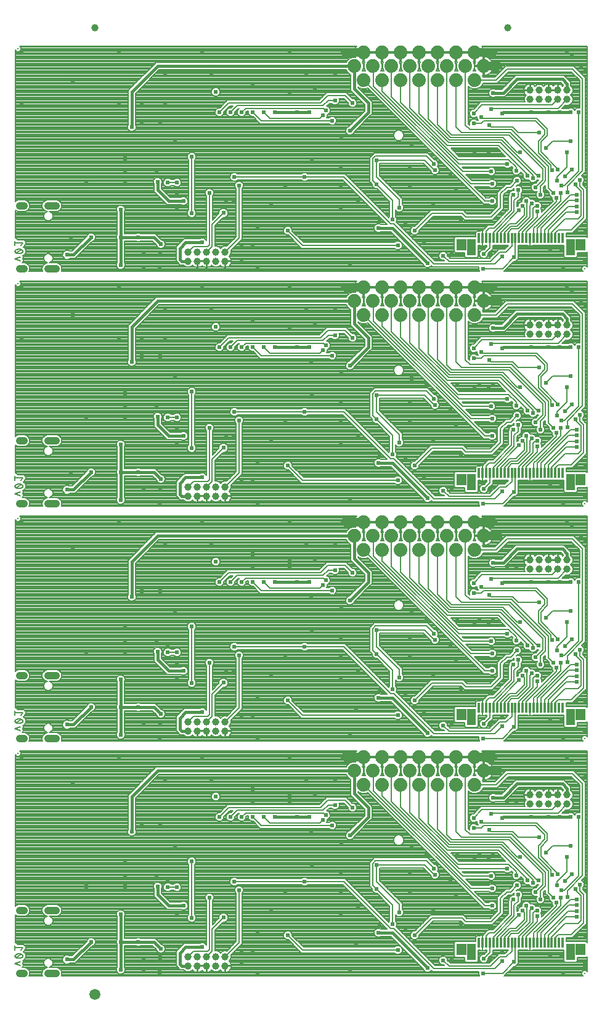
<source format=gbl>
G75*
%MOIN*%
%OFA0B0*%
%FSLAX25Y25*%
%IPPOS*%
%LPD*%
%AMOC8*
5,1,8,0,0,1.08239X$1,22.5*
%
%ADD10C,0.00800*%
%ADD11C,0.03937*%
%ADD12C,0.03937*%
%ADD13C,0.07400*%
%ADD14R,0.01181X0.05512*%
%ADD15R,0.04921X0.09055*%
%ADD16R,0.05512X0.06299*%
%ADD17C,0.00787*%
%ADD18C,0.05906*%
%ADD19C,0.02400*%
%ADD20C,0.04800*%
%ADD21C,0.01600*%
D10*
X0047835Y0036841D02*
X0050635Y0037775D01*
X0049935Y0042058D02*
X0049823Y0042056D01*
X0049711Y0042051D01*
X0049599Y0042042D01*
X0049488Y0042029D01*
X0049377Y0042013D01*
X0049266Y0041993D01*
X0049157Y0041969D01*
X0049048Y0041942D01*
X0048940Y0041912D01*
X0048833Y0041878D01*
X0048727Y0041841D01*
X0048623Y0041800D01*
X0048520Y0041756D01*
X0048418Y0041708D01*
X0047835Y0040891D02*
X0047837Y0040835D01*
X0047842Y0040779D01*
X0047852Y0040723D01*
X0047864Y0040668D01*
X0047881Y0040614D01*
X0047900Y0040562D01*
X0047924Y0040510D01*
X0047950Y0040460D01*
X0047980Y0040413D01*
X0048012Y0040367D01*
X0048048Y0040323D01*
X0048087Y0040282D01*
X0048128Y0040243D01*
X0048171Y0040208D01*
X0048217Y0040175D01*
X0048265Y0040145D01*
X0048314Y0040118D01*
X0048365Y0040095D01*
X0048418Y0040075D01*
X0048768Y0039958D02*
X0051102Y0041825D01*
X0051452Y0041707D02*
X0051505Y0041687D01*
X0051556Y0041664D01*
X0051605Y0041637D01*
X0051653Y0041607D01*
X0051699Y0041574D01*
X0051742Y0041539D01*
X0051783Y0041500D01*
X0051822Y0041459D01*
X0051858Y0041415D01*
X0051890Y0041369D01*
X0051920Y0041322D01*
X0051946Y0041272D01*
X0051970Y0041220D01*
X0051989Y0041168D01*
X0052006Y0041114D01*
X0052018Y0041059D01*
X0052028Y0041003D01*
X0052033Y0040947D01*
X0052035Y0040891D01*
X0052033Y0040835D01*
X0052028Y0040779D01*
X0052018Y0040723D01*
X0052006Y0040668D01*
X0051989Y0040614D01*
X0051970Y0040562D01*
X0051946Y0040510D01*
X0051920Y0040460D01*
X0051890Y0040413D01*
X0051857Y0040367D01*
X0051822Y0040323D01*
X0051783Y0040282D01*
X0051742Y0040243D01*
X0051699Y0040208D01*
X0051653Y0040175D01*
X0051605Y0040145D01*
X0051556Y0040118D01*
X0051505Y0040095D01*
X0051452Y0040075D01*
X0052064Y0038593D02*
X0052717Y0038817D01*
X0052717Y0038817D01*
X0053635Y0040102D01*
X0053635Y0041681D01*
X0052717Y0042965D01*
X0052267Y0043120D01*
X0053229Y0044323D01*
X0053635Y0044728D01*
X0053635Y0044830D01*
X0053698Y0044909D01*
X0053635Y0045480D01*
X0053635Y0046054D01*
X0053563Y0046126D01*
X0053552Y0046227D01*
X0053104Y0046585D01*
X0052698Y0046991D01*
X0052596Y0046991D01*
X0052517Y0047055D01*
X0051946Y0046991D01*
X0049435Y0046991D01*
X0049435Y0047221D01*
X0048498Y0048158D01*
X0048041Y0048158D01*
X0048046Y0063184D01*
X0048400Y0062830D01*
X0049565Y0062347D01*
X0053187Y0062347D01*
X0054352Y0062830D01*
X0055243Y0063721D01*
X0055726Y0064886D01*
X0055726Y0066146D01*
X0055243Y0067311D01*
X0054352Y0068202D01*
X0053187Y0068684D01*
X0049565Y0068684D01*
X0048400Y0068202D01*
X0048047Y0067849D01*
X0048073Y0149616D01*
X0048775Y0148914D01*
X0050095Y0148914D01*
X0051029Y0149848D01*
X0051029Y0151168D01*
X0050289Y0151908D01*
X0232623Y0151908D01*
X0232545Y0151830D01*
X0232073Y0151181D01*
X0231709Y0150466D01*
X0231461Y0149702D01*
X0231335Y0148909D01*
X0231335Y0148908D01*
X0236035Y0148908D01*
X0236035Y0148108D01*
X0231335Y0148108D01*
X0231335Y0148107D01*
X0231461Y0147314D01*
X0231709Y0146550D01*
X0232036Y0145908D01*
X0230460Y0145908D01*
X0228659Y0145162D01*
X0227281Y0143784D01*
X0226960Y0143008D01*
X0124107Y0143008D01*
X0108935Y0127836D01*
X0108935Y0109402D01*
X0108900Y0109367D01*
X0108535Y0108485D01*
X0108535Y0107530D01*
X0108900Y0106648D01*
X0109576Y0105973D01*
X0110458Y0105608D01*
X0111412Y0105608D01*
X0112294Y0105973D01*
X0112970Y0106648D01*
X0113335Y0107530D01*
X0113335Y0108485D01*
X0112970Y0109367D01*
X0112935Y0109402D01*
X0112935Y0126179D01*
X0125763Y0139008D01*
X0226960Y0139008D01*
X0227281Y0138232D01*
X0228659Y0136854D01*
X0229424Y0136537D01*
X0229335Y0136449D01*
X0229335Y0127779D01*
X0230507Y0126608D01*
X0236935Y0120179D01*
X0236935Y0116836D01*
X0228507Y0108408D01*
X0228458Y0108408D01*
X0227576Y0108043D01*
X0226900Y0107367D01*
X0226535Y0106485D01*
X0226535Y0105530D01*
X0226900Y0104648D01*
X0227576Y0103973D01*
X0228458Y0103608D01*
X0229412Y0103608D01*
X0230294Y0103973D01*
X0230970Y0104648D01*
X0231335Y0105530D01*
X0231335Y0105579D01*
X0239763Y0114008D01*
X0240935Y0115179D01*
X0240935Y0121836D01*
X0233335Y0129436D01*
X0233335Y0129678D01*
X0233659Y0129354D01*
X0235460Y0128608D01*
X0237410Y0128608D01*
X0238585Y0129095D01*
X0301272Y0066408D01*
X0304141Y0066408D01*
X0304576Y0065973D01*
X0305458Y0065608D01*
X0306412Y0065608D01*
X0307294Y0065973D01*
X0307970Y0066648D01*
X0308335Y0067530D01*
X0308335Y0068485D01*
X0307970Y0069367D01*
X0307294Y0070043D01*
X0306412Y0070408D01*
X0305458Y0070408D01*
X0304576Y0070043D01*
X0304141Y0069608D01*
X0302598Y0069608D01*
X0296298Y0075908D01*
X0304141Y0075908D01*
X0304576Y0075473D01*
X0305458Y0075108D01*
X0306412Y0075108D01*
X0307294Y0075473D01*
X0307970Y0076148D01*
X0308335Y0077030D01*
X0308335Y0077985D01*
X0307970Y0078867D01*
X0307294Y0079543D01*
X0306412Y0079908D01*
X0305458Y0079908D01*
X0304576Y0079543D01*
X0304141Y0079108D01*
X0295078Y0079108D01*
X0291778Y0082408D01*
X0303641Y0082408D01*
X0304076Y0081973D01*
X0304958Y0081608D01*
X0305912Y0081608D01*
X0306794Y0081973D01*
X0307470Y0082648D01*
X0307835Y0083530D01*
X0307835Y0084485D01*
X0307470Y0085367D01*
X0306794Y0086043D01*
X0305912Y0086408D01*
X0304958Y0086408D01*
X0304076Y0086043D01*
X0303641Y0085608D01*
X0290558Y0085608D01*
X0289758Y0086408D01*
X0312368Y0086408D01*
X0312803Y0085973D01*
X0313685Y0085608D01*
X0314640Y0085608D01*
X0315522Y0085973D01*
X0316197Y0086648D01*
X0316248Y0086771D01*
X0317026Y0085993D01*
X0316900Y0085867D01*
X0316535Y0084985D01*
X0316535Y0084030D01*
X0316900Y0083148D01*
X0317576Y0082473D01*
X0318458Y0082108D01*
X0319412Y0082108D01*
X0320294Y0082473D01*
X0320970Y0083148D01*
X0321281Y0083899D01*
X0322670Y0082510D01*
X0322535Y0082185D01*
X0322535Y0081230D01*
X0322900Y0080348D01*
X0323576Y0079673D01*
X0324458Y0079308D01*
X0325412Y0079308D01*
X0325773Y0079457D01*
X0325900Y0079148D01*
X0326576Y0078473D01*
X0327458Y0078108D01*
X0328412Y0078108D01*
X0329294Y0078473D01*
X0329970Y0079148D01*
X0330097Y0079457D01*
X0330458Y0079308D01*
X0330972Y0079308D01*
X0329572Y0077908D01*
X0328958Y0077908D01*
X0328076Y0077543D01*
X0327400Y0076867D01*
X0327035Y0075985D01*
X0327035Y0075030D01*
X0327400Y0074148D01*
X0328076Y0073473D01*
X0328958Y0073108D01*
X0329912Y0073108D01*
X0330302Y0073269D01*
X0329900Y0072867D01*
X0329535Y0071985D01*
X0329535Y0071030D01*
X0329900Y0070148D01*
X0330576Y0069473D01*
X0331458Y0069108D01*
X0332412Y0069108D01*
X0333294Y0069473D01*
X0333970Y0070148D01*
X0334335Y0071030D01*
X0334335Y0071985D01*
X0333970Y0072867D01*
X0333535Y0073302D01*
X0333535Y0075345D01*
X0334348Y0076158D01*
X0334635Y0076445D01*
X0334635Y0074545D01*
X0335572Y0073608D01*
X0336535Y0072645D01*
X0336535Y0072030D01*
X0336900Y0071148D01*
X0337576Y0070473D01*
X0338446Y0070113D01*
X0338435Y0070085D01*
X0338435Y0069130D01*
X0338800Y0068248D01*
X0338907Y0068142D01*
X0332835Y0062070D01*
X0332835Y0062985D01*
X0332470Y0063867D01*
X0332329Y0064008D01*
X0332470Y0064148D01*
X0332835Y0065030D01*
X0332835Y0065985D01*
X0332470Y0066867D01*
X0331794Y0067543D01*
X0330912Y0067908D01*
X0329958Y0067908D01*
X0329466Y0067704D01*
X0329348Y0067989D01*
X0328673Y0068664D01*
X0327791Y0069029D01*
X0326836Y0069029D01*
X0326643Y0068949D01*
X0326470Y0069367D01*
X0325794Y0070043D01*
X0324912Y0070408D01*
X0323958Y0070408D01*
X0323076Y0070043D01*
X0322400Y0069367D01*
X0322035Y0068485D01*
X0322035Y0067908D01*
X0321958Y0067908D01*
X0321076Y0067543D01*
X0320400Y0066867D01*
X0320035Y0065985D01*
X0320035Y0065408D01*
X0319978Y0065408D01*
X0319435Y0065183D01*
X0319435Y0067745D01*
X0321535Y0069845D01*
X0321535Y0072214D01*
X0321970Y0072648D01*
X0322335Y0073530D01*
X0322335Y0074485D01*
X0321970Y0075367D01*
X0321294Y0076043D01*
X0320412Y0076408D01*
X0319458Y0076408D01*
X0318843Y0076153D01*
X0319298Y0076608D01*
X0319912Y0076608D01*
X0320794Y0076973D01*
X0321470Y0077648D01*
X0321835Y0078530D01*
X0321835Y0079485D01*
X0321470Y0080367D01*
X0320794Y0081043D01*
X0319912Y0081408D01*
X0318958Y0081408D01*
X0318076Y0081043D01*
X0317400Y0080367D01*
X0317035Y0079485D01*
X0317035Y0078871D01*
X0315272Y0077108D01*
X0313272Y0077108D01*
X0309772Y0073608D01*
X0308835Y0072671D01*
X0308835Y0065171D01*
X0304772Y0061108D01*
X0292285Y0061108D01*
X0291322Y0062071D01*
X0290385Y0063008D01*
X0272672Y0063008D01*
X0264072Y0054408D01*
X0263458Y0054408D01*
X0262576Y0054043D01*
X0261900Y0053367D01*
X0261535Y0052485D01*
X0261535Y0051530D01*
X0261900Y0050648D01*
X0262576Y0049973D01*
X0263458Y0049608D01*
X0264412Y0049608D01*
X0265294Y0049973D01*
X0265970Y0050648D01*
X0266335Y0051530D01*
X0266335Y0052145D01*
X0273998Y0059808D01*
X0289059Y0059808D01*
X0290959Y0057908D01*
X0306098Y0057908D01*
X0312035Y0063845D01*
X0312035Y0071345D01*
X0314598Y0073908D01*
X0316598Y0073908D01*
X0317535Y0074845D01*
X0317789Y0075100D01*
X0317535Y0074485D01*
X0317535Y0073708D01*
X0316958Y0073708D01*
X0316076Y0073343D01*
X0315400Y0072667D01*
X0315035Y0071785D01*
X0315035Y0071171D01*
X0314835Y0070971D01*
X0314835Y0063610D01*
X0306332Y0055108D01*
X0303832Y0055108D01*
X0301134Y0052410D01*
X0301134Y0052113D01*
X0300766Y0052113D01*
X0300766Y0047957D01*
X0300766Y0047957D01*
X0300766Y0052113D01*
X0299991Y0052113D01*
X0299635Y0052017D01*
X0299454Y0051913D01*
X0297710Y0051913D01*
X0297007Y0051210D01*
X0297007Y0048763D01*
X0286095Y0048763D01*
X0285392Y0048060D01*
X0285392Y0040767D01*
X0286095Y0040064D01*
X0290904Y0040064D01*
X0290904Y0038011D01*
X0291607Y0037308D01*
X0297523Y0037308D01*
X0298226Y0038011D01*
X0298226Y0044001D01*
X0299454Y0044001D01*
X0299635Y0043896D01*
X0299991Y0043801D01*
X0300766Y0043801D01*
X0301541Y0043801D01*
X0301897Y0043896D01*
X0302078Y0044001D01*
X0303103Y0044001D01*
X0303103Y0043438D01*
X0301572Y0041908D01*
X0300958Y0041908D01*
X0300076Y0041543D01*
X0299400Y0040867D01*
X0299035Y0039985D01*
X0299035Y0039030D01*
X0299400Y0038148D01*
X0300076Y0037473D01*
X0300958Y0037108D01*
X0301912Y0037108D01*
X0302794Y0037473D01*
X0303470Y0038148D01*
X0303835Y0039030D01*
X0303835Y0039645D01*
X0306303Y0042113D01*
X0306303Y0044001D01*
X0314665Y0044001D01*
X0312772Y0042108D01*
X0309472Y0042108D01*
X0308535Y0041171D01*
X0304372Y0037008D01*
X0283198Y0037008D01*
X0281835Y0038371D01*
X0281835Y0038985D01*
X0281470Y0039867D01*
X0280794Y0040543D01*
X0279912Y0040908D01*
X0278958Y0040908D01*
X0278076Y0040543D01*
X0277400Y0039867D01*
X0277035Y0038985D01*
X0277035Y0038030D01*
X0277400Y0037148D01*
X0278076Y0036473D01*
X0278958Y0036108D01*
X0279572Y0036108D01*
X0280072Y0035608D01*
X0275098Y0035608D01*
X0254235Y0056471D01*
X0253995Y0056710D01*
X0254335Y0057530D01*
X0254335Y0058485D01*
X0253970Y0059367D01*
X0253535Y0059802D01*
X0253535Y0063263D01*
X0253582Y0063148D01*
X0254257Y0062473D01*
X0255139Y0062108D01*
X0256094Y0062108D01*
X0256976Y0062473D01*
X0257652Y0063148D01*
X0258017Y0064030D01*
X0258017Y0064985D01*
X0257652Y0065867D01*
X0257217Y0066302D01*
X0257217Y0069489D01*
X0245035Y0081671D01*
X0245035Y0088214D01*
X0245229Y0088408D01*
X0268661Y0088408D01*
X0272535Y0084534D01*
X0272535Y0084330D01*
X0272900Y0083448D01*
X0273576Y0082773D01*
X0274458Y0082408D01*
X0275412Y0082408D01*
X0276294Y0082773D01*
X0276970Y0083448D01*
X0277335Y0084330D01*
X0277335Y0085285D01*
X0276970Y0086167D01*
X0276475Y0086662D01*
X0276835Y0087530D01*
X0276835Y0088485D01*
X0276470Y0089367D01*
X0275794Y0090043D01*
X0274912Y0090408D01*
X0274798Y0090408D01*
X0272035Y0093171D01*
X0271098Y0094108D01*
X0242161Y0094108D01*
X0241224Y0093171D01*
X0240572Y0092519D01*
X0239635Y0091582D01*
X0239635Y0078545D01*
X0240572Y0077608D01*
X0241035Y0077145D01*
X0241035Y0076530D01*
X0241400Y0075648D01*
X0242076Y0074973D01*
X0242958Y0074608D01*
X0243572Y0074608D01*
X0250335Y0067845D01*
X0250335Y0059802D01*
X0249900Y0059367D01*
X0249850Y0059245D01*
X0226486Y0082608D01*
X0206229Y0082608D01*
X0205794Y0083043D01*
X0204912Y0083408D01*
X0203958Y0083408D01*
X0203076Y0083043D01*
X0202641Y0082608D01*
X0168229Y0082608D01*
X0167794Y0083043D01*
X0166912Y0083408D01*
X0165958Y0083408D01*
X0165076Y0083043D01*
X0164400Y0082367D01*
X0164035Y0081485D01*
X0164035Y0080530D01*
X0164400Y0079648D01*
X0165076Y0078973D01*
X0165958Y0078608D01*
X0166912Y0078608D01*
X0167794Y0078973D01*
X0168229Y0079408D01*
X0202641Y0079408D01*
X0203076Y0078973D01*
X0203958Y0078608D01*
X0204912Y0078608D01*
X0205794Y0078973D01*
X0206229Y0079408D01*
X0225161Y0079408D01*
X0249061Y0055508D01*
X0245829Y0055508D01*
X0245794Y0055543D01*
X0244912Y0055908D01*
X0243958Y0055908D01*
X0243076Y0055543D01*
X0242400Y0054867D01*
X0242035Y0053985D01*
X0242035Y0053030D01*
X0242400Y0052148D01*
X0243076Y0051473D01*
X0243958Y0051108D01*
X0244912Y0051108D01*
X0245794Y0051473D01*
X0245829Y0051508D01*
X0251107Y0051508D01*
X0268479Y0034135D01*
X0268479Y0033975D01*
X0268845Y0033093D01*
X0269520Y0032418D01*
X0270402Y0032052D01*
X0271357Y0032052D01*
X0272239Y0032418D01*
X0272914Y0033093D01*
X0272965Y0033215D01*
X0273772Y0032408D01*
X0298710Y0032408D01*
X0298535Y0031985D01*
X0298535Y0031030D01*
X0298900Y0030148D01*
X0298941Y0030108D01*
X0072851Y0030108D01*
X0073166Y0030870D01*
X0073166Y0032130D01*
X0072684Y0033295D01*
X0071793Y0034186D01*
X0070628Y0034669D01*
X0066283Y0034669D01*
X0067151Y0035028D01*
X0067848Y0035725D01*
X0068226Y0036637D01*
X0068226Y0037623D01*
X0067848Y0038534D01*
X0067151Y0039232D01*
X0066239Y0039609D01*
X0065253Y0039609D01*
X0064341Y0039232D01*
X0063644Y0038534D01*
X0063266Y0037623D01*
X0063266Y0036637D01*
X0063644Y0035725D01*
X0064341Y0035028D01*
X0065209Y0034669D01*
X0065037Y0034669D01*
X0063872Y0034186D01*
X0062981Y0033295D01*
X0062499Y0032130D01*
X0062499Y0030870D01*
X0062814Y0030108D01*
X0055410Y0030108D01*
X0055726Y0030870D01*
X0055726Y0032130D01*
X0055243Y0033295D01*
X0054352Y0034186D01*
X0053187Y0034669D01*
X0051734Y0034669D01*
X0051943Y0034773D01*
X0052362Y0036031D01*
X0051957Y0036841D01*
X0052362Y0037652D01*
X0052051Y0038587D01*
X0052064Y0038593D01*
X0052216Y0038090D02*
X0063460Y0038090D01*
X0063266Y0037292D02*
X0052182Y0037292D01*
X0052131Y0036493D02*
X0063326Y0036493D01*
X0063675Y0035695D02*
X0052250Y0035695D01*
X0051984Y0034896D02*
X0064660Y0034896D01*
X0063784Y0034097D02*
X0054441Y0034097D01*
X0055239Y0033299D02*
X0062985Y0033299D01*
X0062652Y0032500D02*
X0055572Y0032500D01*
X0055726Y0031702D02*
X0062499Y0031702D01*
X0062499Y0030903D02*
X0055726Y0030903D01*
X0050635Y0035908D02*
X0047835Y0036841D01*
X0049935Y0042058D02*
X0050047Y0042056D01*
X0050159Y0042051D01*
X0050271Y0042042D01*
X0050382Y0042029D01*
X0050493Y0042013D01*
X0050604Y0041993D01*
X0050713Y0041969D01*
X0050822Y0041942D01*
X0050930Y0041912D01*
X0051037Y0041878D01*
X0051143Y0041841D01*
X0051247Y0041800D01*
X0051350Y0041756D01*
X0051452Y0041708D01*
X0052777Y0042881D02*
X0080480Y0042881D01*
X0081278Y0043680D02*
X0052715Y0043680D01*
X0052717Y0042965D02*
X0052717Y0042965D01*
X0052717Y0042965D01*
X0053348Y0042083D02*
X0079681Y0042083D01*
X0078883Y0041284D02*
X0076521Y0041284D01*
X0076357Y0041352D02*
X0075402Y0041352D01*
X0074520Y0040987D01*
X0073845Y0040312D01*
X0073479Y0039430D01*
X0073479Y0038475D01*
X0073845Y0037593D01*
X0074520Y0036918D01*
X0075402Y0036552D01*
X0076357Y0036552D01*
X0077239Y0036918D01*
X0077273Y0036952D01*
X0080208Y0036952D01*
X0081379Y0038124D01*
X0089363Y0046108D01*
X0089412Y0046108D01*
X0090294Y0046473D01*
X0090970Y0047148D01*
X0091335Y0048030D01*
X0091335Y0048985D01*
X0090970Y0049867D01*
X0090294Y0050543D01*
X0089412Y0050908D01*
X0088458Y0050908D01*
X0087576Y0050543D01*
X0086900Y0049867D01*
X0086535Y0048985D01*
X0086535Y0048936D01*
X0078551Y0040952D01*
X0077273Y0040952D01*
X0077239Y0040987D01*
X0076357Y0041352D01*
X0075237Y0041284D02*
X0053635Y0041284D01*
X0053635Y0040486D02*
X0074019Y0040486D01*
X0073586Y0039687D02*
X0053339Y0039687D01*
X0052768Y0038889D02*
X0063998Y0038889D01*
X0067494Y0038889D02*
X0073479Y0038889D01*
X0073639Y0038090D02*
X0068032Y0038090D01*
X0068226Y0037292D02*
X0074146Y0037292D01*
X0071881Y0034097D02*
X0102581Y0034097D01*
X0102535Y0033985D02*
X0102535Y0033030D01*
X0102900Y0032148D01*
X0103576Y0031473D01*
X0104458Y0031108D01*
X0105412Y0031108D01*
X0106294Y0031473D01*
X0106970Y0032148D01*
X0107335Y0033030D01*
X0107335Y0033985D01*
X0106970Y0034867D01*
X0106935Y0034902D01*
X0106935Y0046508D01*
X0113041Y0046508D01*
X0113076Y0046473D01*
X0113958Y0046108D01*
X0114912Y0046108D01*
X0115794Y0046473D01*
X0115829Y0046508D01*
X0122107Y0046508D01*
X0124285Y0044329D01*
X0124285Y0044280D01*
X0124650Y0043398D01*
X0125326Y0042723D01*
X0126208Y0042358D01*
X0127162Y0042358D01*
X0128044Y0042723D01*
X0128720Y0043398D01*
X0129085Y0044280D01*
X0129085Y0045235D01*
X0128720Y0046117D01*
X0128044Y0046793D01*
X0127162Y0047158D01*
X0127113Y0047158D01*
X0123763Y0050508D01*
X0115829Y0050508D01*
X0115794Y0050543D01*
X0114912Y0050908D01*
X0113958Y0050908D01*
X0113076Y0050543D01*
X0113041Y0050508D01*
X0106935Y0050508D01*
X0106935Y0062114D01*
X0106970Y0062148D01*
X0107335Y0063030D01*
X0107335Y0063985D01*
X0106970Y0064867D01*
X0106294Y0065543D01*
X0105412Y0065908D01*
X0104458Y0065908D01*
X0103576Y0065543D01*
X0102900Y0064867D01*
X0102535Y0063985D01*
X0102535Y0063030D01*
X0102900Y0062148D01*
X0102935Y0062114D01*
X0102935Y0049902D01*
X0102900Y0049867D01*
X0102535Y0048985D01*
X0102535Y0048030D01*
X0102900Y0047148D01*
X0102935Y0047114D01*
X0102935Y0034902D01*
X0102900Y0034867D01*
X0102535Y0033985D01*
X0102535Y0033299D02*
X0072680Y0033299D01*
X0073013Y0032500D02*
X0102755Y0032500D01*
X0103347Y0031702D02*
X0073166Y0031702D01*
X0073166Y0030903D02*
X0298588Y0030903D01*
X0298535Y0031702D02*
X0106523Y0031702D01*
X0107115Y0032500D02*
X0140416Y0032500D01*
X0140805Y0032339D02*
X0142065Y0032339D01*
X0143230Y0032822D01*
X0143799Y0033391D01*
X0143819Y0033361D01*
X0144288Y0032891D01*
X0144839Y0032523D01*
X0145452Y0032269D01*
X0146103Y0032139D01*
X0146335Y0032139D01*
X0146335Y0035408D01*
X0146535Y0035408D01*
X0146535Y0035608D01*
X0148066Y0035608D01*
X0151335Y0035608D01*
X0151335Y0035408D01*
X0146535Y0035408D01*
X0146535Y0032139D01*
X0146767Y0032139D01*
X0147418Y0032269D01*
X0148031Y0032523D01*
X0148582Y0032891D01*
X0148935Y0033244D01*
X0149288Y0032891D01*
X0149839Y0032523D01*
X0150452Y0032269D01*
X0151103Y0032139D01*
X0151335Y0032139D01*
X0151335Y0035408D01*
X0151535Y0035408D01*
X0151535Y0032139D01*
X0151767Y0032139D01*
X0152418Y0032269D01*
X0153031Y0032523D01*
X0153582Y0032891D01*
X0154051Y0033361D01*
X0154071Y0033391D01*
X0154640Y0032822D01*
X0155805Y0032339D01*
X0157065Y0032339D01*
X0158230Y0032822D01*
X0158799Y0033391D01*
X0158819Y0033361D01*
X0159288Y0032891D01*
X0159839Y0032523D01*
X0160452Y0032269D01*
X0161103Y0032139D01*
X0161335Y0032139D01*
X0161335Y0035408D01*
X0161535Y0035408D01*
X0161535Y0035608D01*
X0164803Y0035608D01*
X0164803Y0035840D01*
X0164674Y0036490D01*
X0164420Y0037103D01*
X0164051Y0037655D01*
X0163582Y0038124D01*
X0163552Y0038144D01*
X0164121Y0038713D01*
X0164603Y0039878D01*
X0164603Y0041138D01*
X0164523Y0041333D01*
X0169688Y0046498D01*
X0170625Y0047435D01*
X0170625Y0074692D01*
X0171059Y0075127D01*
X0171425Y0076009D01*
X0171425Y0076964D01*
X0171059Y0077846D01*
X0170384Y0078521D01*
X0169502Y0078886D01*
X0168547Y0078886D01*
X0167665Y0078521D01*
X0166990Y0077846D01*
X0166625Y0076964D01*
X0166625Y0076009D01*
X0166990Y0075127D01*
X0167425Y0074692D01*
X0167425Y0048760D01*
X0162260Y0043596D01*
X0162065Y0043676D01*
X0160805Y0043676D01*
X0159640Y0043194D01*
X0158935Y0042489D01*
X0158230Y0043194D01*
X0157065Y0043676D01*
X0155935Y0043676D01*
X0155935Y0054745D01*
X0160398Y0059208D01*
X0161012Y0059208D01*
X0161894Y0059573D01*
X0162570Y0060248D01*
X0162935Y0061130D01*
X0162935Y0062085D01*
X0162570Y0062967D01*
X0161894Y0063643D01*
X0161012Y0064008D01*
X0160058Y0064008D01*
X0159176Y0063643D01*
X0158500Y0062967D01*
X0158135Y0062085D01*
X0158135Y0061471D01*
X0154535Y0057871D01*
X0154535Y0070714D01*
X0154970Y0071148D01*
X0155335Y0072030D01*
X0155335Y0072985D01*
X0154970Y0073867D01*
X0154294Y0074543D01*
X0153412Y0074908D01*
X0152458Y0074908D01*
X0151576Y0074543D01*
X0150900Y0073867D01*
X0150535Y0072985D01*
X0150535Y0072030D01*
X0150900Y0071148D01*
X0151335Y0070714D01*
X0151335Y0046668D01*
X0151170Y0047067D01*
X0150494Y0047743D01*
X0149612Y0048108D01*
X0148658Y0048108D01*
X0147776Y0047743D01*
X0147741Y0047708D01*
X0139307Y0047708D01*
X0134935Y0043336D01*
X0134935Y0035679D01*
X0135935Y0034679D01*
X0137107Y0033508D01*
X0138954Y0033508D01*
X0139640Y0032822D01*
X0140805Y0032339D01*
X0142454Y0032500D02*
X0144893Y0032500D01*
X0143880Y0033299D02*
X0143707Y0033299D01*
X0146335Y0033299D02*
X0146535Y0033299D01*
X0146535Y0034097D02*
X0146335Y0034097D01*
X0146335Y0034896D02*
X0146535Y0034896D01*
X0146535Y0032500D02*
X0146335Y0032500D01*
X0147977Y0032500D02*
X0149893Y0032500D01*
X0151335Y0032500D02*
X0151535Y0032500D01*
X0151535Y0033299D02*
X0151335Y0033299D01*
X0151335Y0034097D02*
X0151535Y0034097D01*
X0151535Y0034896D02*
X0151335Y0034896D01*
X0152977Y0032500D02*
X0155416Y0032500D01*
X0154163Y0033299D02*
X0153990Y0033299D01*
X0157454Y0032500D02*
X0159893Y0032500D01*
X0158880Y0033299D02*
X0158707Y0033299D01*
X0161335Y0033299D02*
X0161535Y0033299D01*
X0161535Y0034097D02*
X0161335Y0034097D01*
X0161335Y0034896D02*
X0161535Y0034896D01*
X0161535Y0035408D02*
X0161535Y0032139D01*
X0161767Y0032139D01*
X0162418Y0032269D01*
X0163031Y0032523D01*
X0163582Y0032891D01*
X0164051Y0033361D01*
X0164420Y0033912D01*
X0164674Y0034525D01*
X0164803Y0035176D01*
X0164803Y0035408D01*
X0161535Y0035408D01*
X0161535Y0032500D02*
X0161335Y0032500D01*
X0162977Y0032500D02*
X0269437Y0032500D01*
X0268759Y0033299D02*
X0163990Y0033299D01*
X0164497Y0034097D02*
X0268479Y0034097D01*
X0267718Y0034896D02*
X0164748Y0034896D01*
X0164803Y0035695D02*
X0266920Y0035695D01*
X0266121Y0036493D02*
X0164673Y0036493D01*
X0164294Y0037292D02*
X0265323Y0037292D01*
X0264524Y0038090D02*
X0163617Y0038090D01*
X0164194Y0038889D02*
X0263726Y0038889D01*
X0262927Y0039687D02*
X0164525Y0039687D01*
X0164603Y0040486D02*
X0262129Y0040486D01*
X0261330Y0041284D02*
X0164543Y0041284D01*
X0165272Y0042083D02*
X0253466Y0042083D01*
X0253576Y0041973D02*
X0254458Y0041608D01*
X0255412Y0041608D01*
X0256294Y0041973D01*
X0256970Y0042648D01*
X0257335Y0043530D01*
X0257335Y0044485D01*
X0256970Y0045367D01*
X0256294Y0046043D01*
X0255412Y0046408D01*
X0254458Y0046408D01*
X0253576Y0046043D01*
X0253141Y0045608D01*
X0204098Y0045608D01*
X0197835Y0051871D01*
X0197835Y0052485D01*
X0197470Y0053367D01*
X0196794Y0054043D01*
X0195912Y0054408D01*
X0194958Y0054408D01*
X0194076Y0054043D01*
X0193400Y0053367D01*
X0193035Y0052485D01*
X0193035Y0051530D01*
X0193400Y0050648D01*
X0194076Y0049973D01*
X0194958Y0049608D01*
X0195572Y0049608D01*
X0202772Y0042408D01*
X0253141Y0042408D01*
X0253576Y0041973D01*
X0254935Y0044008D02*
X0203435Y0044008D01*
X0195435Y0052008D01*
X0193310Y0050866D02*
X0170625Y0050866D01*
X0170625Y0050068D02*
X0193981Y0050068D01*
X0193035Y0051665D02*
X0170625Y0051665D01*
X0170625Y0052463D02*
X0193035Y0052463D01*
X0193357Y0053262D02*
X0170625Y0053262D01*
X0170625Y0054060D02*
X0194118Y0054060D01*
X0196752Y0054060D02*
X0242066Y0054060D01*
X0242035Y0053262D02*
X0197513Y0053262D01*
X0197835Y0052463D02*
X0242270Y0052463D01*
X0242884Y0051665D02*
X0198041Y0051665D01*
X0198839Y0050866D02*
X0251748Y0050866D01*
X0252547Y0050068D02*
X0199638Y0050068D01*
X0200436Y0049269D02*
X0253345Y0049269D01*
X0254144Y0048471D02*
X0201235Y0048471D01*
X0202033Y0047672D02*
X0254942Y0047672D01*
X0255741Y0046874D02*
X0202832Y0046874D01*
X0203630Y0046075D02*
X0253654Y0046075D01*
X0256216Y0046075D02*
X0256539Y0046075D01*
X0257007Y0045277D02*
X0257338Y0045277D01*
X0257335Y0044478D02*
X0258136Y0044478D01*
X0258935Y0043680D02*
X0257335Y0043680D01*
X0257066Y0042881D02*
X0259733Y0042881D01*
X0260532Y0042083D02*
X0256404Y0042083D01*
X0262235Y0048471D02*
X0285803Y0048471D01*
X0285392Y0047672D02*
X0263033Y0047672D01*
X0263832Y0046874D02*
X0285392Y0046874D01*
X0285392Y0046075D02*
X0264630Y0046075D01*
X0265429Y0045277D02*
X0285392Y0045277D01*
X0285392Y0044478D02*
X0266227Y0044478D01*
X0267026Y0043680D02*
X0285392Y0043680D01*
X0285392Y0042881D02*
X0267825Y0042881D01*
X0268623Y0042083D02*
X0285392Y0042083D01*
X0285392Y0041284D02*
X0269422Y0041284D01*
X0270220Y0040486D02*
X0278019Y0040486D01*
X0277326Y0039687D02*
X0271019Y0039687D01*
X0271817Y0038889D02*
X0277035Y0038889D01*
X0277035Y0038090D02*
X0272616Y0038090D01*
X0273414Y0037292D02*
X0277341Y0037292D01*
X0278056Y0036493D02*
X0274213Y0036493D01*
X0275011Y0035695D02*
X0279986Y0035695D01*
X0282535Y0035408D02*
X0305035Y0035408D01*
X0310135Y0040508D01*
X0313435Y0040508D01*
X0316514Y0043587D01*
X0316514Y0047957D01*
X0318482Y0047957D02*
X0318482Y0038388D01*
X0317769Y0037674D01*
X0311602Y0031508D01*
X0300935Y0031508D01*
X0300514Y0037292D02*
X0282914Y0037292D01*
X0282116Y0038090D02*
X0290904Y0038090D01*
X0290904Y0038889D02*
X0281835Y0038889D01*
X0281544Y0039687D02*
X0290904Y0039687D01*
X0285674Y0040486D02*
X0280851Y0040486D01*
X0279435Y0038508D02*
X0282535Y0035408D01*
X0274435Y0034008D02*
X0252635Y0055808D01*
X0251024Y0055808D01*
X0225824Y0081008D01*
X0204435Y0081008D01*
X0166435Y0081008D01*
X0167410Y0078814D02*
X0168373Y0078814D01*
X0169677Y0078814D02*
X0203460Y0078814D01*
X0205410Y0078814D02*
X0225755Y0078814D01*
X0226553Y0078016D02*
X0170890Y0078016D01*
X0171320Y0077217D02*
X0227352Y0077217D01*
X0228150Y0076419D02*
X0171425Y0076419D01*
X0171264Y0075620D02*
X0228949Y0075620D01*
X0229747Y0074822D02*
X0170754Y0074822D01*
X0170625Y0074023D02*
X0230546Y0074023D01*
X0231344Y0073225D02*
X0170625Y0073225D01*
X0170625Y0072426D02*
X0232143Y0072426D01*
X0232941Y0071628D02*
X0170625Y0071628D01*
X0170625Y0070829D02*
X0233740Y0070829D01*
X0234538Y0070030D02*
X0170625Y0070030D01*
X0170625Y0069232D02*
X0235337Y0069232D01*
X0236135Y0068433D02*
X0170625Y0068433D01*
X0170625Y0067635D02*
X0236934Y0067635D01*
X0237732Y0066836D02*
X0170625Y0066836D01*
X0170625Y0066038D02*
X0238531Y0066038D01*
X0239329Y0065239D02*
X0170625Y0065239D01*
X0170625Y0064441D02*
X0240128Y0064441D01*
X0240926Y0063642D02*
X0170625Y0063642D01*
X0170625Y0062844D02*
X0241725Y0062844D01*
X0242523Y0062045D02*
X0170625Y0062045D01*
X0170625Y0061247D02*
X0243322Y0061247D01*
X0244121Y0060448D02*
X0170625Y0060448D01*
X0170625Y0059650D02*
X0244919Y0059650D01*
X0245718Y0058851D02*
X0170625Y0058851D01*
X0170625Y0058053D02*
X0246516Y0058053D01*
X0247315Y0057254D02*
X0170625Y0057254D01*
X0170625Y0056456D02*
X0248113Y0056456D01*
X0248912Y0055657D02*
X0245517Y0055657D01*
X0243353Y0055657D02*
X0170625Y0055657D01*
X0170625Y0054859D02*
X0242397Y0054859D01*
X0248646Y0060448D02*
X0250335Y0060448D01*
X0250335Y0061247D02*
X0247847Y0061247D01*
X0247049Y0062045D02*
X0250335Y0062045D01*
X0250335Y0062844D02*
X0246250Y0062844D01*
X0245452Y0063642D02*
X0250335Y0063642D01*
X0250335Y0064441D02*
X0244653Y0064441D01*
X0243855Y0065239D02*
X0250335Y0065239D01*
X0250335Y0066038D02*
X0243056Y0066038D01*
X0242258Y0066836D02*
X0250335Y0066836D01*
X0250335Y0067635D02*
X0241459Y0067635D01*
X0240661Y0068433D02*
X0249747Y0068433D01*
X0248948Y0069232D02*
X0239862Y0069232D01*
X0239064Y0070030D02*
X0248150Y0070030D01*
X0247351Y0070829D02*
X0238265Y0070829D01*
X0237467Y0071628D02*
X0246553Y0071628D01*
X0245754Y0072426D02*
X0236668Y0072426D01*
X0235870Y0073225D02*
X0244956Y0073225D01*
X0244157Y0074023D02*
X0235071Y0074023D01*
X0234273Y0074822D02*
X0242442Y0074822D01*
X0241429Y0075620D02*
X0233474Y0075620D01*
X0232676Y0076419D02*
X0241081Y0076419D01*
X0240963Y0077217D02*
X0231877Y0077217D01*
X0231079Y0078016D02*
X0240165Y0078016D01*
X0239635Y0078814D02*
X0230280Y0078814D01*
X0229482Y0079613D02*
X0239635Y0079613D01*
X0239635Y0080411D02*
X0228683Y0080411D01*
X0227885Y0081210D02*
X0239635Y0081210D01*
X0239635Y0082008D02*
X0227086Y0082008D01*
X0239635Y0082807D02*
X0206030Y0082807D01*
X0202840Y0082807D02*
X0168030Y0082807D01*
X0164840Y0082807D02*
X0145035Y0082807D01*
X0145035Y0083605D02*
X0239635Y0083605D01*
X0239635Y0084404D02*
X0145035Y0084404D01*
X0145035Y0085202D02*
X0239635Y0085202D01*
X0239635Y0086001D02*
X0145035Y0086001D01*
X0145035Y0086799D02*
X0239635Y0086799D01*
X0239635Y0087598D02*
X0145035Y0087598D01*
X0145035Y0088396D02*
X0239635Y0088396D01*
X0239635Y0089195D02*
X0145035Y0089195D01*
X0145035Y0089993D02*
X0239635Y0089993D01*
X0239635Y0090792D02*
X0145529Y0090792D01*
X0145470Y0090648D02*
X0145835Y0091530D01*
X0145835Y0092485D01*
X0145470Y0093367D01*
X0144794Y0094043D01*
X0143912Y0094408D01*
X0142958Y0094408D01*
X0142076Y0094043D01*
X0141400Y0093367D01*
X0141035Y0092485D01*
X0141035Y0091530D01*
X0141400Y0090648D01*
X0141835Y0090214D01*
X0141835Y0063302D01*
X0141400Y0062867D01*
X0141035Y0061985D01*
X0141035Y0061030D01*
X0141400Y0060148D01*
X0142076Y0059473D01*
X0142958Y0059108D01*
X0143912Y0059108D01*
X0144794Y0059473D01*
X0145470Y0060148D01*
X0145835Y0061030D01*
X0145835Y0061985D01*
X0145470Y0062867D01*
X0145035Y0063302D01*
X0145035Y0090214D01*
X0145470Y0090648D01*
X0145835Y0091590D02*
X0239643Y0091590D01*
X0240442Y0092389D02*
X0145835Y0092389D01*
X0145544Y0093187D02*
X0241240Y0093187D01*
X0242039Y0093986D02*
X0144851Y0093986D01*
X0143435Y0092008D02*
X0143435Y0061508D01*
X0145594Y0060448D02*
X0151335Y0060448D01*
X0151335Y0059650D02*
X0144971Y0059650D01*
X0145835Y0061247D02*
X0151335Y0061247D01*
X0151335Y0062045D02*
X0145810Y0062045D01*
X0145479Y0062844D02*
X0151335Y0062844D01*
X0151335Y0063642D02*
X0145035Y0063642D01*
X0145035Y0064441D02*
X0151335Y0064441D01*
X0151335Y0065239D02*
X0145035Y0065239D01*
X0145035Y0066038D02*
X0151335Y0066038D01*
X0151335Y0066836D02*
X0145035Y0066836D01*
X0145035Y0067635D02*
X0151335Y0067635D01*
X0151335Y0068433D02*
X0145035Y0068433D01*
X0145035Y0069232D02*
X0151335Y0069232D01*
X0151335Y0070030D02*
X0145035Y0070030D01*
X0145035Y0070829D02*
X0151220Y0070829D01*
X0150702Y0071628D02*
X0145035Y0071628D01*
X0145035Y0072426D02*
X0150535Y0072426D01*
X0150634Y0073225D02*
X0145035Y0073225D01*
X0145035Y0074023D02*
X0151056Y0074023D01*
X0152249Y0074822D02*
X0145035Y0074822D01*
X0145035Y0075620D02*
X0166786Y0075620D01*
X0166625Y0076419D02*
X0145035Y0076419D01*
X0145035Y0077217D02*
X0166730Y0077217D01*
X0167160Y0078016D02*
X0145035Y0078016D01*
X0145035Y0078814D02*
X0165460Y0078814D01*
X0164436Y0079613D02*
X0145035Y0079613D01*
X0145035Y0080411D02*
X0164084Y0080411D01*
X0164035Y0081210D02*
X0145035Y0081210D01*
X0145035Y0082008D02*
X0164252Y0082008D01*
X0169025Y0076486D02*
X0169025Y0048098D01*
X0161435Y0040508D01*
X0159327Y0042881D02*
X0158543Y0042881D01*
X0155935Y0043680D02*
X0162344Y0043680D01*
X0163142Y0044478D02*
X0155935Y0044478D01*
X0155935Y0045277D02*
X0163941Y0045277D01*
X0164740Y0046075D02*
X0155935Y0046075D01*
X0155935Y0046874D02*
X0165538Y0046874D01*
X0166337Y0047672D02*
X0155935Y0047672D01*
X0155935Y0048471D02*
X0167135Y0048471D01*
X0167425Y0049269D02*
X0155935Y0049269D01*
X0155935Y0050068D02*
X0167425Y0050068D01*
X0167425Y0050866D02*
X0155935Y0050866D01*
X0155935Y0051665D02*
X0167425Y0051665D01*
X0167425Y0052463D02*
X0155935Y0052463D01*
X0155935Y0053262D02*
X0167425Y0053262D01*
X0167425Y0054060D02*
X0155935Y0054060D01*
X0156049Y0054859D02*
X0167425Y0054859D01*
X0167425Y0055657D02*
X0156847Y0055657D01*
X0157646Y0056456D02*
X0167425Y0056456D01*
X0167425Y0057254D02*
X0158444Y0057254D01*
X0159243Y0058053D02*
X0167425Y0058053D01*
X0167425Y0058851D02*
X0160041Y0058851D01*
X0161971Y0059650D02*
X0167425Y0059650D01*
X0167425Y0060448D02*
X0162652Y0060448D01*
X0162935Y0061247D02*
X0167425Y0061247D01*
X0167425Y0062045D02*
X0162935Y0062045D01*
X0162621Y0062844D02*
X0167425Y0062844D01*
X0167425Y0063642D02*
X0161895Y0063642D01*
X0160535Y0061608D02*
X0154335Y0055408D01*
X0154335Y0043408D01*
X0151435Y0040508D01*
X0151935Y0043508D02*
X0152935Y0044508D01*
X0152935Y0072508D01*
X0154650Y0070829D02*
X0167425Y0070829D01*
X0167425Y0071628D02*
X0155168Y0071628D01*
X0155335Y0072426D02*
X0167425Y0072426D01*
X0167425Y0073225D02*
X0155236Y0073225D01*
X0154814Y0074023D02*
X0167425Y0074023D01*
X0167295Y0074822D02*
X0153621Y0074822D01*
X0154535Y0070030D02*
X0167425Y0070030D01*
X0167425Y0069232D02*
X0154535Y0069232D01*
X0154535Y0068433D02*
X0167425Y0068433D01*
X0167425Y0067635D02*
X0154535Y0067635D01*
X0154535Y0066836D02*
X0167425Y0066836D01*
X0167425Y0066038D02*
X0154535Y0066038D01*
X0154535Y0065239D02*
X0167425Y0065239D01*
X0167425Y0064441D02*
X0154535Y0064441D01*
X0154535Y0063642D02*
X0159175Y0063642D01*
X0158449Y0062844D02*
X0154535Y0062844D01*
X0154535Y0062045D02*
X0158135Y0062045D01*
X0157911Y0061247D02*
X0154535Y0061247D01*
X0154535Y0060448D02*
X0157113Y0060448D01*
X0156314Y0059650D02*
X0154535Y0059650D01*
X0154535Y0058851D02*
X0155516Y0058851D01*
X0154717Y0058053D02*
X0154535Y0058053D01*
X0151335Y0058053D02*
X0106935Y0058053D01*
X0106935Y0058851D02*
X0151335Y0058851D01*
X0151335Y0057254D02*
X0106935Y0057254D01*
X0106935Y0056456D02*
X0151335Y0056456D01*
X0151335Y0055657D02*
X0106935Y0055657D01*
X0106935Y0054859D02*
X0151335Y0054859D01*
X0151335Y0054060D02*
X0106935Y0054060D01*
X0106935Y0053262D02*
X0151335Y0053262D01*
X0151335Y0052463D02*
X0106935Y0052463D01*
X0106935Y0051665D02*
X0151335Y0051665D01*
X0151335Y0050866D02*
X0115013Y0050866D01*
X0113857Y0050866D02*
X0106935Y0050866D01*
X0102935Y0050866D02*
X0089513Y0050866D01*
X0088357Y0050866D02*
X0048042Y0050866D01*
X0048042Y0050068D02*
X0087101Y0050068D01*
X0086653Y0049269D02*
X0048042Y0049269D01*
X0048041Y0048471D02*
X0086069Y0048471D01*
X0085271Y0047672D02*
X0048983Y0047672D01*
X0047835Y0046558D02*
X0047835Y0044225D01*
X0047835Y0045391D02*
X0052035Y0045391D01*
X0051102Y0044225D01*
X0049935Y0039725D02*
X0049823Y0039727D01*
X0049711Y0039732D01*
X0049599Y0039741D01*
X0049488Y0039754D01*
X0049377Y0039770D01*
X0049266Y0039790D01*
X0049157Y0039814D01*
X0049048Y0039841D01*
X0048940Y0039871D01*
X0048833Y0039905D01*
X0048727Y0039942D01*
X0048623Y0039983D01*
X0048520Y0040027D01*
X0048418Y0040075D01*
X0047835Y0040891D02*
X0047837Y0040947D01*
X0047842Y0041003D01*
X0047852Y0041059D01*
X0047864Y0041114D01*
X0047881Y0041168D01*
X0047900Y0041220D01*
X0047924Y0041272D01*
X0047950Y0041322D01*
X0047980Y0041369D01*
X0048012Y0041415D01*
X0048048Y0041459D01*
X0048087Y0041500D01*
X0048128Y0041539D01*
X0048171Y0041574D01*
X0048217Y0041607D01*
X0048265Y0041637D01*
X0048314Y0041664D01*
X0048365Y0041687D01*
X0048418Y0041707D01*
X0049935Y0039725D02*
X0050047Y0039727D01*
X0050159Y0039732D01*
X0050271Y0039741D01*
X0050382Y0039754D01*
X0050493Y0039770D01*
X0050604Y0039790D01*
X0050713Y0039814D01*
X0050822Y0039841D01*
X0050930Y0039871D01*
X0051037Y0039905D01*
X0051143Y0039942D01*
X0051247Y0039983D01*
X0051350Y0040027D01*
X0051452Y0040075D01*
X0053385Y0044478D02*
X0082077Y0044478D01*
X0082875Y0045277D02*
X0053658Y0045277D01*
X0053614Y0046075D02*
X0083674Y0046075D01*
X0084472Y0046874D02*
X0052815Y0046874D01*
X0048042Y0051665D02*
X0102935Y0051665D01*
X0102935Y0052463D02*
X0048043Y0052463D01*
X0048043Y0053262D02*
X0102935Y0053262D01*
X0102935Y0054060D02*
X0048043Y0054060D01*
X0048043Y0054859D02*
X0102935Y0054859D01*
X0102935Y0055657D02*
X0048044Y0055657D01*
X0048044Y0056456D02*
X0102935Y0056456D01*
X0102935Y0057254D02*
X0048044Y0057254D01*
X0048044Y0058053D02*
X0064072Y0058053D01*
X0064341Y0057784D02*
X0065253Y0057406D01*
X0066239Y0057406D01*
X0067151Y0057784D01*
X0067848Y0058481D01*
X0068226Y0059393D01*
X0068226Y0060379D01*
X0067848Y0061290D01*
X0067151Y0061988D01*
X0066283Y0062347D01*
X0070628Y0062347D01*
X0071793Y0062830D01*
X0072684Y0063721D01*
X0073166Y0064886D01*
X0073166Y0066146D01*
X0072684Y0067311D01*
X0071793Y0068202D01*
X0070628Y0068684D01*
X0065037Y0068684D01*
X0063872Y0068202D01*
X0062981Y0067311D01*
X0062499Y0066146D01*
X0062499Y0064886D01*
X0062981Y0063721D01*
X0063872Y0062830D01*
X0065037Y0062347D01*
X0065209Y0062347D01*
X0064341Y0061988D01*
X0063644Y0061290D01*
X0063266Y0060379D01*
X0063266Y0059393D01*
X0063644Y0058481D01*
X0064341Y0057784D01*
X0063491Y0058851D02*
X0048045Y0058851D01*
X0048045Y0059650D02*
X0063266Y0059650D01*
X0063295Y0060448D02*
X0048045Y0060448D01*
X0048045Y0061247D02*
X0063626Y0061247D01*
X0064480Y0062045D02*
X0048046Y0062045D01*
X0048046Y0062844D02*
X0048386Y0062844D01*
X0048048Y0068433D02*
X0048959Y0068433D01*
X0048048Y0069232D02*
X0126882Y0069232D01*
X0126084Y0070030D02*
X0048048Y0070030D01*
X0048048Y0070829D02*
X0125285Y0070829D01*
X0124487Y0071628D02*
X0048049Y0071628D01*
X0048049Y0072426D02*
X0123688Y0072426D01*
X0124107Y0072008D02*
X0128935Y0067179D01*
X0130107Y0066008D01*
X0137541Y0066008D01*
X0137576Y0065973D01*
X0138458Y0065608D01*
X0139412Y0065608D01*
X0140294Y0065973D01*
X0140970Y0066648D01*
X0141335Y0067530D01*
X0141335Y0068485D01*
X0140970Y0069367D01*
X0140294Y0070043D01*
X0139412Y0070408D01*
X0138458Y0070408D01*
X0137576Y0070043D01*
X0137541Y0070008D01*
X0131763Y0070008D01*
X0126935Y0074836D01*
X0126935Y0077114D01*
X0126970Y0077148D01*
X0127335Y0078030D01*
X0127335Y0078985D01*
X0126970Y0079867D01*
X0126294Y0080543D01*
X0125412Y0080908D01*
X0124458Y0080908D01*
X0123576Y0080543D01*
X0122900Y0079867D01*
X0122535Y0078985D01*
X0122535Y0078030D01*
X0122900Y0077148D01*
X0122935Y0077114D01*
X0122935Y0073179D01*
X0124107Y0072008D01*
X0122935Y0073225D02*
X0048049Y0073225D01*
X0048049Y0074023D02*
X0122935Y0074023D01*
X0122935Y0074822D02*
X0048050Y0074822D01*
X0048050Y0075620D02*
X0122935Y0075620D01*
X0122935Y0076419D02*
X0048050Y0076419D01*
X0048050Y0077217D02*
X0122872Y0077217D01*
X0122541Y0078016D02*
X0048051Y0078016D01*
X0048051Y0078814D02*
X0122535Y0078814D01*
X0122795Y0079613D02*
X0048051Y0079613D01*
X0048051Y0080411D02*
X0123444Y0080411D01*
X0126426Y0080411D02*
X0141835Y0080411D01*
X0141835Y0079613D02*
X0137224Y0079613D01*
X0137470Y0079367D02*
X0136794Y0080043D01*
X0135912Y0080408D01*
X0134958Y0080408D01*
X0134076Y0080043D01*
X0133641Y0079608D01*
X0132229Y0079608D01*
X0131794Y0080043D01*
X0130912Y0080408D01*
X0129958Y0080408D01*
X0129076Y0080043D01*
X0128400Y0079367D01*
X0128035Y0078485D01*
X0128035Y0077530D01*
X0128400Y0076648D01*
X0129076Y0075973D01*
X0129958Y0075608D01*
X0130912Y0075608D01*
X0131794Y0075973D01*
X0132229Y0076408D01*
X0133641Y0076408D01*
X0134076Y0075973D01*
X0134958Y0075608D01*
X0135912Y0075608D01*
X0136794Y0075973D01*
X0137470Y0076648D01*
X0137835Y0077530D01*
X0137835Y0078485D01*
X0137470Y0079367D01*
X0137699Y0078814D02*
X0141835Y0078814D01*
X0141835Y0078016D02*
X0137835Y0078016D01*
X0137705Y0077217D02*
X0141835Y0077217D01*
X0141835Y0076419D02*
X0137240Y0076419D01*
X0135942Y0075620D02*
X0141835Y0075620D01*
X0141835Y0074822D02*
X0126950Y0074822D01*
X0126935Y0075620D02*
X0129928Y0075620D01*
X0130942Y0075620D02*
X0134928Y0075620D01*
X0135435Y0078008D02*
X0130435Y0078008D01*
X0128035Y0078016D02*
X0127329Y0078016D01*
X0127335Y0078814D02*
X0128171Y0078814D01*
X0128646Y0079613D02*
X0127075Y0079613D01*
X0126998Y0077217D02*
X0128165Y0077217D01*
X0128630Y0076419D02*
X0126935Y0076419D01*
X0127748Y0074023D02*
X0141835Y0074023D01*
X0141835Y0073225D02*
X0128547Y0073225D01*
X0129345Y0072426D02*
X0141835Y0072426D01*
X0141835Y0071628D02*
X0130144Y0071628D01*
X0130942Y0070829D02*
X0141835Y0070829D01*
X0141835Y0070030D02*
X0140307Y0070030D01*
X0141026Y0069232D02*
X0141835Y0069232D01*
X0141835Y0068433D02*
X0141335Y0068433D01*
X0141335Y0067635D02*
X0141835Y0067635D01*
X0141835Y0066836D02*
X0141047Y0066836D01*
X0140359Y0066038D02*
X0141835Y0066038D01*
X0141835Y0065239D02*
X0106598Y0065239D01*
X0107146Y0064441D02*
X0141835Y0064441D01*
X0141835Y0063642D02*
X0107335Y0063642D01*
X0107258Y0062844D02*
X0141391Y0062844D01*
X0141060Y0062045D02*
X0106935Y0062045D01*
X0106935Y0061247D02*
X0141035Y0061247D01*
X0141276Y0060448D02*
X0106935Y0060448D01*
X0106935Y0059650D02*
X0141899Y0059650D01*
X0137563Y0070030D02*
X0131741Y0070030D01*
X0129278Y0066836D02*
X0072881Y0066836D01*
X0073166Y0066038D02*
X0130077Y0066038D01*
X0128480Y0067635D02*
X0072360Y0067635D01*
X0071234Y0068433D02*
X0127681Y0068433D01*
X0132224Y0079613D02*
X0133646Y0079613D01*
X0141835Y0081210D02*
X0048052Y0081210D01*
X0048052Y0082008D02*
X0141835Y0082008D01*
X0141835Y0082807D02*
X0048052Y0082807D01*
X0048052Y0083605D02*
X0141835Y0083605D01*
X0141835Y0084404D02*
X0048053Y0084404D01*
X0048053Y0085202D02*
X0141835Y0085202D01*
X0141835Y0086001D02*
X0048053Y0086001D01*
X0048053Y0086799D02*
X0141835Y0086799D01*
X0141835Y0087598D02*
X0048054Y0087598D01*
X0048054Y0088396D02*
X0141835Y0088396D01*
X0141835Y0089195D02*
X0048054Y0089195D01*
X0048054Y0089993D02*
X0141835Y0089993D01*
X0141341Y0090792D02*
X0048055Y0090792D01*
X0048055Y0091590D02*
X0141035Y0091590D01*
X0141035Y0092389D02*
X0048055Y0092389D01*
X0048055Y0093187D02*
X0141326Y0093187D01*
X0142019Y0093986D02*
X0048056Y0093986D01*
X0048056Y0094784D02*
X0272896Y0094784D01*
X0273694Y0093986D02*
X0271220Y0093986D01*
X0272018Y0093187D02*
X0274493Y0093187D01*
X0275291Y0092389D02*
X0272817Y0092389D01*
X0273615Y0091590D02*
X0276090Y0091590D01*
X0276888Y0090792D02*
X0274414Y0090792D01*
X0275844Y0089993D02*
X0277687Y0089993D01*
X0278485Y0089195D02*
X0276541Y0089195D01*
X0276835Y0088396D02*
X0279284Y0088396D01*
X0280082Y0087598D02*
X0276835Y0087598D01*
X0276532Y0086799D02*
X0280881Y0086799D01*
X0281679Y0086001D02*
X0277039Y0086001D01*
X0277335Y0085202D02*
X0282478Y0085202D01*
X0283276Y0084404D02*
X0277335Y0084404D01*
X0277035Y0083605D02*
X0284075Y0083605D01*
X0284873Y0082807D02*
X0276328Y0082807D01*
X0274935Y0084808D02*
X0274524Y0084808D01*
X0269324Y0090008D01*
X0243435Y0090008D01*
X0243435Y0081008D01*
X0255617Y0068826D01*
X0255617Y0064508D01*
X0257347Y0062844D02*
X0272508Y0062844D01*
X0271710Y0062045D02*
X0253535Y0062045D01*
X0253535Y0061247D02*
X0270911Y0061247D01*
X0270113Y0060448D02*
X0253535Y0060448D01*
X0253687Y0059650D02*
X0269314Y0059650D01*
X0268516Y0058851D02*
X0254183Y0058851D01*
X0254335Y0058053D02*
X0267717Y0058053D01*
X0266919Y0057254D02*
X0254221Y0057254D01*
X0254250Y0056456D02*
X0266120Y0056456D01*
X0265322Y0055657D02*
X0255048Y0055657D01*
X0255847Y0054859D02*
X0264523Y0054859D01*
X0262618Y0054060D02*
X0256645Y0054060D01*
X0257444Y0053262D02*
X0261857Y0053262D01*
X0261535Y0052463D02*
X0258242Y0052463D01*
X0259041Y0051665D02*
X0261535Y0051665D01*
X0261810Y0050866D02*
X0259839Y0050866D01*
X0260638Y0050068D02*
X0262481Y0050068D01*
X0261436Y0049269D02*
X0297007Y0049269D01*
X0297007Y0050068D02*
X0265389Y0050068D01*
X0266060Y0050866D02*
X0297007Y0050866D01*
X0297462Y0051665D02*
X0266335Y0051665D01*
X0266653Y0052463D02*
X0301188Y0052463D01*
X0300766Y0051665D02*
X0300766Y0051665D01*
X0300766Y0050866D02*
X0300766Y0050866D01*
X0300766Y0050068D02*
X0300766Y0050068D01*
X0300766Y0049269D02*
X0300766Y0049269D01*
X0300766Y0048471D02*
X0300766Y0048471D01*
X0300766Y0047957D02*
X0300766Y0043801D01*
X0300766Y0047957D01*
X0300766Y0047957D01*
X0300766Y0047672D02*
X0300766Y0047672D01*
X0300766Y0046874D02*
X0300766Y0046874D01*
X0300766Y0046075D02*
X0300766Y0046075D01*
X0300766Y0045277D02*
X0300766Y0045277D01*
X0300766Y0044478D02*
X0300766Y0044478D01*
X0302545Y0042881D02*
X0298226Y0042881D01*
X0298226Y0042083D02*
X0301747Y0042083D01*
X0299817Y0041284D02*
X0298226Y0041284D01*
X0298226Y0040486D02*
X0299242Y0040486D01*
X0299035Y0039687D02*
X0298226Y0039687D01*
X0298226Y0038889D02*
X0299094Y0038889D01*
X0299459Y0038090D02*
X0298226Y0038090D01*
X0301435Y0039508D02*
X0304703Y0042776D01*
X0304703Y0047957D01*
X0306671Y0047957D02*
X0306671Y0051204D01*
X0317835Y0062368D01*
X0317835Y0068408D01*
X0319935Y0070508D01*
X0319935Y0074008D01*
X0322335Y0074023D02*
X0327526Y0074023D01*
X0327122Y0074822D02*
X0322196Y0074822D01*
X0321717Y0075620D02*
X0327035Y0075620D01*
X0327214Y0076419D02*
X0319108Y0076419D01*
X0321038Y0077217D02*
X0327750Y0077217D01*
X0329680Y0078016D02*
X0321622Y0078016D01*
X0321835Y0078814D02*
X0326235Y0078814D01*
X0327935Y0080508D02*
X0327935Y0082008D01*
X0310335Y0099608D01*
X0282215Y0099608D01*
X0266435Y0115387D01*
X0266435Y0133508D01*
X0265662Y0138408D02*
X0266335Y0140033D01*
X0266335Y0141983D01*
X0265724Y0143457D01*
X0266034Y0143408D01*
X0266035Y0143408D01*
X0266035Y0148108D01*
X0261535Y0148108D01*
X0256835Y0148108D01*
X0256835Y0148908D01*
X0266035Y0148908D01*
X0266035Y0148108D01*
X0266835Y0148108D01*
X0266835Y0148908D01*
X0276035Y0148908D01*
X0276035Y0148108D01*
X0271335Y0148108D01*
X0266835Y0148108D01*
X0266835Y0143408D01*
X0266836Y0143408D01*
X0267146Y0143457D01*
X0266535Y0141983D01*
X0266535Y0140033D01*
X0267208Y0138408D01*
X0265662Y0138408D01*
X0265784Y0138702D02*
X0267086Y0138702D01*
X0266755Y0139501D02*
X0266115Y0139501D01*
X0266335Y0140299D02*
X0266535Y0140299D01*
X0266535Y0141098D02*
X0266335Y0141098D01*
X0266335Y0141897D02*
X0266535Y0141897D01*
X0266830Y0142695D02*
X0266040Y0142695D01*
X0266035Y0143494D02*
X0266835Y0143494D01*
X0266835Y0144292D02*
X0266035Y0144292D01*
X0266035Y0145091D02*
X0266835Y0145091D01*
X0266835Y0145889D02*
X0266035Y0145889D01*
X0266035Y0146688D02*
X0266835Y0146688D01*
X0266835Y0147486D02*
X0266035Y0147486D01*
X0266035Y0148285D02*
X0256835Y0148285D01*
X0256835Y0148108D02*
X0256835Y0143408D01*
X0256836Y0143408D01*
X0257146Y0143457D01*
X0256535Y0141983D01*
X0256535Y0140033D01*
X0257208Y0138408D01*
X0255662Y0138408D01*
X0256335Y0140033D01*
X0256335Y0141983D01*
X0255724Y0143457D01*
X0256034Y0143408D01*
X0256035Y0143408D01*
X0256035Y0148108D01*
X0251335Y0148108D01*
X0246835Y0148108D01*
X0246835Y0148908D01*
X0256035Y0148908D01*
X0256035Y0148108D01*
X0256835Y0148108D01*
X0256835Y0147486D02*
X0256035Y0147486D01*
X0256035Y0146688D02*
X0256835Y0146688D01*
X0256835Y0145889D02*
X0256035Y0145889D01*
X0256035Y0145091D02*
X0256835Y0145091D01*
X0256835Y0144292D02*
X0256035Y0144292D01*
X0256035Y0143494D02*
X0256835Y0143494D01*
X0256830Y0142695D02*
X0256040Y0142695D01*
X0256335Y0141897D02*
X0256535Y0141897D01*
X0256535Y0141098D02*
X0256335Y0141098D01*
X0256335Y0140299D02*
X0256535Y0140299D01*
X0256755Y0139501D02*
X0256115Y0139501D01*
X0255784Y0138702D02*
X0257086Y0138702D01*
X0261435Y0141008D02*
X0261435Y0118408D01*
X0281635Y0098208D01*
X0309235Y0098208D01*
X0324935Y0082508D01*
X0324935Y0081708D01*
X0322535Y0082008D02*
X0306829Y0082008D01*
X0307535Y0082807D02*
X0317242Y0082807D01*
X0316711Y0083605D02*
X0307835Y0083605D01*
X0307835Y0084404D02*
X0316535Y0084404D01*
X0316625Y0085202D02*
X0307538Y0085202D01*
X0306836Y0086001D02*
X0312776Y0086001D01*
X0314163Y0088008D02*
X0287875Y0088008D01*
X0251435Y0124448D01*
X0251435Y0141008D01*
X0246535Y0141098D02*
X0246335Y0141098D01*
X0246335Y0141897D02*
X0246535Y0141897D01*
X0246535Y0141983D02*
X0246535Y0140033D01*
X0247208Y0138408D01*
X0245662Y0138408D01*
X0246335Y0140033D01*
X0246335Y0141983D01*
X0245724Y0143457D01*
X0246034Y0143408D01*
X0246035Y0143408D01*
X0246035Y0148108D01*
X0241335Y0148108D01*
X0236835Y0148108D01*
X0236835Y0148908D01*
X0246035Y0148908D01*
X0246035Y0148108D01*
X0246835Y0148108D01*
X0246835Y0143408D01*
X0246836Y0143408D01*
X0247146Y0143457D01*
X0246535Y0141983D01*
X0246830Y0142695D02*
X0246040Y0142695D01*
X0246035Y0143494D02*
X0246835Y0143494D01*
X0246835Y0144292D02*
X0246035Y0144292D01*
X0246035Y0145091D02*
X0246835Y0145091D01*
X0246835Y0145889D02*
X0246035Y0145889D01*
X0246035Y0146688D02*
X0246835Y0146688D01*
X0246835Y0147486D02*
X0246035Y0147486D01*
X0246035Y0148285D02*
X0236835Y0148285D01*
X0236835Y0148108D02*
X0236835Y0143408D01*
X0236836Y0143408D01*
X0237146Y0143457D01*
X0236535Y0141983D01*
X0236535Y0140033D01*
X0237208Y0138408D01*
X0235662Y0138408D01*
X0236335Y0140033D01*
X0236335Y0141983D01*
X0235724Y0143457D01*
X0236034Y0143408D01*
X0236035Y0143408D01*
X0236035Y0148108D01*
X0236835Y0148108D01*
X0236835Y0147486D02*
X0236035Y0147486D01*
X0236035Y0146688D02*
X0236835Y0146688D01*
X0236835Y0145889D02*
X0236035Y0145889D01*
X0236035Y0145091D02*
X0236835Y0145091D01*
X0236835Y0144292D02*
X0236035Y0144292D01*
X0236035Y0143494D02*
X0236835Y0143494D01*
X0236830Y0142695D02*
X0236040Y0142695D01*
X0236335Y0141897D02*
X0236535Y0141897D01*
X0236535Y0141098D02*
X0236335Y0141098D01*
X0236335Y0140299D02*
X0236535Y0140299D01*
X0236755Y0139501D02*
X0236115Y0139501D01*
X0235784Y0138702D02*
X0237086Y0138702D01*
X0241435Y0141008D02*
X0241735Y0140708D01*
X0241735Y0130188D01*
X0294415Y0077508D01*
X0305935Y0077508D01*
X0308082Y0076419D02*
X0312583Y0076419D01*
X0311784Y0075620D02*
X0307441Y0075620D01*
X0308335Y0077217D02*
X0315381Y0077217D01*
X0316180Y0078016D02*
X0308322Y0078016D01*
X0307992Y0078814D02*
X0316978Y0078814D01*
X0317088Y0079613D02*
X0307125Y0079613D01*
X0304745Y0079613D02*
X0294573Y0079613D01*
X0293774Y0080411D02*
X0317444Y0080411D01*
X0318479Y0081210D02*
X0292976Y0081210D01*
X0292177Y0082008D02*
X0304041Y0082008D01*
X0305435Y0084008D02*
X0289895Y0084008D01*
X0246435Y0127468D01*
X0246435Y0133508D01*
X0245784Y0138702D02*
X0247086Y0138702D01*
X0246755Y0139501D02*
X0246115Y0139501D01*
X0246335Y0140299D02*
X0246535Y0140299D01*
X0246835Y0148285D02*
X0256035Y0148285D01*
X0266835Y0148285D02*
X0276035Y0148285D01*
X0276035Y0148108D02*
X0276835Y0148108D01*
X0276835Y0148908D01*
X0286035Y0148908D01*
X0286035Y0148108D01*
X0281335Y0148108D01*
X0276835Y0148108D01*
X0276835Y0143408D01*
X0276836Y0143408D01*
X0277146Y0143457D01*
X0276535Y0141983D01*
X0276535Y0140033D01*
X0277208Y0138408D01*
X0275662Y0138408D01*
X0276335Y0140033D01*
X0276335Y0141983D01*
X0275724Y0143457D01*
X0276034Y0143408D01*
X0276035Y0143408D01*
X0276035Y0148108D01*
X0276035Y0147486D02*
X0276835Y0147486D01*
X0276835Y0146688D02*
X0276035Y0146688D01*
X0276035Y0145889D02*
X0276835Y0145889D01*
X0276835Y0145091D02*
X0276035Y0145091D01*
X0276035Y0144292D02*
X0276835Y0144292D01*
X0276835Y0143494D02*
X0276035Y0143494D01*
X0276040Y0142695D02*
X0276830Y0142695D01*
X0276535Y0141897D02*
X0276335Y0141897D01*
X0276335Y0141098D02*
X0276535Y0141098D01*
X0276535Y0140299D02*
X0276335Y0140299D01*
X0276115Y0139501D02*
X0276755Y0139501D01*
X0277086Y0138702D02*
X0275784Y0138702D01*
X0271435Y0141008D02*
X0271435Y0112367D01*
X0282794Y0101008D01*
X0310935Y0101008D01*
X0330235Y0081708D01*
X0330935Y0081708D01*
X0330478Y0078814D02*
X0329635Y0078814D01*
X0329435Y0075508D02*
X0333435Y0079508D01*
X0333435Y0085508D01*
X0315135Y0103808D01*
X0283954Y0103808D01*
X0281435Y0106327D01*
X0281435Y0141008D01*
X0286335Y0141098D02*
X0286535Y0141098D01*
X0286535Y0141897D02*
X0286335Y0141897D01*
X0286335Y0141983D02*
X0285724Y0143457D01*
X0286034Y0143408D01*
X0286035Y0143408D01*
X0286035Y0148108D01*
X0286835Y0148108D01*
X0286835Y0148908D01*
X0296035Y0148908D01*
X0296035Y0148108D01*
X0291335Y0148108D01*
X0286835Y0148108D01*
X0286835Y0143408D01*
X0286836Y0143408D01*
X0287146Y0143457D01*
X0286535Y0141983D01*
X0286535Y0140033D01*
X0287208Y0138408D01*
X0285662Y0138408D01*
X0286335Y0140033D01*
X0286335Y0141983D01*
X0286040Y0142695D02*
X0286830Y0142695D01*
X0286835Y0143494D02*
X0286035Y0143494D01*
X0286035Y0144292D02*
X0286835Y0144292D01*
X0286835Y0145091D02*
X0286035Y0145091D01*
X0286035Y0145889D02*
X0286835Y0145889D01*
X0286835Y0146688D02*
X0286035Y0146688D01*
X0286035Y0147486D02*
X0286835Y0147486D01*
X0286835Y0148285D02*
X0296035Y0148285D01*
X0296035Y0148108D02*
X0296835Y0148108D01*
X0296835Y0148908D01*
X0301535Y0148908D01*
X0301535Y0148909D01*
X0301409Y0149702D01*
X0301161Y0150466D01*
X0300797Y0151181D01*
X0300325Y0151830D01*
X0300247Y0151908D01*
X0357334Y0151908D01*
X0357269Y0048269D01*
X0356775Y0048763D01*
X0345863Y0048763D01*
X0345863Y0050678D01*
X0349368Y0050678D01*
X0350305Y0051615D01*
X0350305Y0051615D01*
X0356019Y0057329D01*
X0356956Y0058266D01*
X0356956Y0074749D01*
X0354935Y0076771D01*
X0354935Y0077614D01*
X0355470Y0078148D01*
X0355835Y0079030D01*
X0355835Y0079985D01*
X0355470Y0080867D01*
X0354794Y0081543D01*
X0354397Y0081707D01*
X0355498Y0082808D01*
X0356435Y0083745D01*
X0356435Y0134771D01*
X0355498Y0135708D01*
X0355498Y0135708D01*
X0351035Y0140171D01*
X0350098Y0141108D01*
X0313272Y0141108D01*
X0307272Y0135108D01*
X0301076Y0135108D01*
X0300724Y0135957D01*
X0301034Y0135908D01*
X0301035Y0135908D01*
X0301035Y0140608D01*
X0296335Y0140608D01*
X0296335Y0140607D01*
X0296461Y0139814D01*
X0296709Y0139050D01*
X0297036Y0138408D01*
X0295662Y0138408D01*
X0296335Y0140033D01*
X0296335Y0141983D01*
X0295724Y0143457D01*
X0296034Y0143408D01*
X0296035Y0143408D01*
X0296035Y0148108D01*
X0296035Y0147486D02*
X0296835Y0147486D01*
X0296835Y0148108D02*
X0296835Y0143408D01*
X0296836Y0143408D01*
X0296943Y0143425D01*
X0296709Y0142966D01*
X0296461Y0142202D01*
X0296335Y0141409D01*
X0296335Y0141408D01*
X0301035Y0141408D01*
X0301035Y0146108D01*
X0301034Y0146108D01*
X0300927Y0146091D01*
X0301161Y0146550D01*
X0301409Y0147314D01*
X0301535Y0148107D01*
X0301535Y0148108D01*
X0296835Y0148108D01*
X0296835Y0148285D02*
X0357332Y0148285D01*
X0357332Y0149083D02*
X0301507Y0149083D01*
X0301351Y0149882D02*
X0357333Y0149882D01*
X0357333Y0150680D02*
X0301052Y0150680D01*
X0300581Y0151479D02*
X0357334Y0151479D01*
X0357331Y0147486D02*
X0301437Y0147486D01*
X0301206Y0146688D02*
X0357331Y0146688D01*
X0357330Y0145889D02*
X0302916Y0145889D01*
X0302629Y0145982D02*
X0301836Y0146108D01*
X0301835Y0146108D01*
X0301835Y0141408D01*
X0301035Y0141408D01*
X0301035Y0140608D01*
X0301835Y0140608D01*
X0301835Y0141408D01*
X0306535Y0141408D01*
X0306535Y0141409D01*
X0306409Y0142202D01*
X0306161Y0142966D01*
X0305797Y0143681D01*
X0305325Y0144330D01*
X0304757Y0144898D01*
X0304108Y0145370D01*
X0303393Y0145734D01*
X0302629Y0145982D01*
X0301835Y0145889D02*
X0301035Y0145889D01*
X0301035Y0145091D02*
X0301835Y0145091D01*
X0301835Y0144292D02*
X0301035Y0144292D01*
X0301035Y0143494D02*
X0301835Y0143494D01*
X0301835Y0142695D02*
X0301035Y0142695D01*
X0301035Y0141897D02*
X0301835Y0141897D01*
X0301835Y0141098D02*
X0313262Y0141098D01*
X0312464Y0140299D02*
X0306486Y0140299D01*
X0306535Y0140607D02*
X0306535Y0140608D01*
X0301835Y0140608D01*
X0301835Y0135908D01*
X0301836Y0135908D01*
X0302629Y0136033D01*
X0303393Y0136282D01*
X0304108Y0136646D01*
X0304757Y0137118D01*
X0305325Y0137685D01*
X0305797Y0138335D01*
X0306161Y0139050D01*
X0306409Y0139814D01*
X0306535Y0140607D01*
X0306308Y0139501D02*
X0311665Y0139501D01*
X0310867Y0138702D02*
X0305984Y0138702D01*
X0305484Y0137904D02*
X0310068Y0137904D01*
X0309270Y0137105D02*
X0304740Y0137105D01*
X0303443Y0136307D02*
X0308471Y0136307D01*
X0307673Y0135508D02*
X0300910Y0135508D01*
X0301035Y0136307D02*
X0301835Y0136307D01*
X0301835Y0137105D02*
X0301035Y0137105D01*
X0301035Y0137904D02*
X0301835Y0137904D01*
X0301835Y0138702D02*
X0301035Y0138702D01*
X0301035Y0139501D02*
X0301835Y0139501D01*
X0301835Y0140299D02*
X0301035Y0140299D01*
X0301035Y0141098D02*
X0296335Y0141098D01*
X0296335Y0141897D02*
X0296412Y0141897D01*
X0296621Y0142695D02*
X0296040Y0142695D01*
X0296035Y0143494D02*
X0296835Y0143494D01*
X0296835Y0144292D02*
X0296035Y0144292D01*
X0296035Y0145091D02*
X0296835Y0145091D01*
X0296835Y0145889D02*
X0296035Y0145889D01*
X0296035Y0146688D02*
X0296835Y0146688D01*
X0291435Y0141008D02*
X0291435Y0109108D01*
X0293935Y0106608D01*
X0316335Y0106608D01*
X0336235Y0086708D01*
X0336235Y0075208D01*
X0338935Y0072508D01*
X0337220Y0070829D02*
X0334252Y0070829D01*
X0334335Y0071628D02*
X0336702Y0071628D01*
X0336535Y0072426D02*
X0334152Y0072426D01*
X0333612Y0073225D02*
X0335956Y0073225D01*
X0335157Y0074023D02*
X0333535Y0074023D01*
X0333535Y0074822D02*
X0334635Y0074822D01*
X0334635Y0075620D02*
X0333810Y0075620D01*
X0334348Y0076158D02*
X0334348Y0076158D01*
X0334608Y0076419D02*
X0334635Y0076419D01*
X0333685Y0077758D02*
X0333685Y0077778D01*
X0334835Y0078928D01*
X0334835Y0086108D01*
X0315735Y0105208D01*
X0289435Y0105208D01*
X0286435Y0108208D01*
X0286435Y0133508D01*
X0285784Y0138702D02*
X0287086Y0138702D01*
X0286755Y0139501D02*
X0286115Y0139501D01*
X0286335Y0140299D02*
X0286535Y0140299D01*
X0286035Y0148285D02*
X0276835Y0148285D01*
X0273772Y0159416D02*
X0272965Y0160223D01*
X0272914Y0160101D01*
X0272239Y0159426D01*
X0271357Y0159060D01*
X0270402Y0159060D01*
X0269520Y0159426D01*
X0268845Y0160101D01*
X0268479Y0160983D01*
X0268479Y0161143D01*
X0251107Y0178516D01*
X0245829Y0178516D01*
X0245794Y0178481D01*
X0244912Y0178116D01*
X0243958Y0178116D01*
X0243076Y0178481D01*
X0242400Y0179156D01*
X0242035Y0180038D01*
X0242035Y0180993D01*
X0242400Y0181875D01*
X0243076Y0182550D01*
X0243958Y0182916D01*
X0244912Y0182916D01*
X0245794Y0182550D01*
X0245829Y0182516D01*
X0249061Y0182516D01*
X0225161Y0206416D01*
X0206229Y0206416D01*
X0205794Y0205981D01*
X0204912Y0205616D01*
X0203958Y0205616D01*
X0203076Y0205981D01*
X0202641Y0206416D01*
X0168229Y0206416D01*
X0167794Y0205981D01*
X0166912Y0205616D01*
X0165958Y0205616D01*
X0165076Y0205981D01*
X0164400Y0206656D01*
X0164035Y0207538D01*
X0164035Y0208493D01*
X0164400Y0209375D01*
X0165076Y0210050D01*
X0165958Y0210416D01*
X0166912Y0210416D01*
X0167794Y0210050D01*
X0168229Y0209616D01*
X0202641Y0209616D01*
X0203076Y0210050D01*
X0203958Y0210416D01*
X0204912Y0210416D01*
X0205794Y0210050D01*
X0206229Y0209616D01*
X0226486Y0209616D01*
X0249850Y0186253D01*
X0249900Y0186375D01*
X0250335Y0186810D01*
X0250335Y0194853D01*
X0243572Y0201616D01*
X0242958Y0201616D01*
X0242076Y0201981D01*
X0241400Y0202656D01*
X0241035Y0203538D01*
X0241035Y0204153D01*
X0240572Y0204616D01*
X0239635Y0205553D01*
X0239635Y0218590D01*
X0240572Y0219527D01*
X0241224Y0220179D01*
X0242161Y0221116D01*
X0271098Y0221116D01*
X0272035Y0220179D01*
X0274798Y0217416D01*
X0274912Y0217416D01*
X0275794Y0217050D01*
X0276470Y0216375D01*
X0276835Y0215493D01*
X0276835Y0214538D01*
X0276475Y0213670D01*
X0276970Y0213175D01*
X0277335Y0212293D01*
X0277335Y0211338D01*
X0276970Y0210456D01*
X0276294Y0209781D01*
X0275412Y0209416D01*
X0274458Y0209416D01*
X0273576Y0209781D01*
X0272900Y0210456D01*
X0272535Y0211338D01*
X0272535Y0211542D01*
X0268661Y0215416D01*
X0245229Y0215416D01*
X0245035Y0215222D01*
X0245035Y0208679D01*
X0257217Y0196497D01*
X0257217Y0193310D01*
X0257652Y0192875D01*
X0258017Y0191993D01*
X0258017Y0191038D01*
X0257652Y0190156D01*
X0256976Y0189481D01*
X0256094Y0189116D01*
X0255139Y0189116D01*
X0254257Y0189481D01*
X0253582Y0190156D01*
X0253535Y0190270D01*
X0253535Y0186810D01*
X0253970Y0186375D01*
X0254335Y0185493D01*
X0254335Y0184538D01*
X0253995Y0183718D01*
X0254235Y0183479D01*
X0275098Y0162616D01*
X0280072Y0162616D01*
X0279572Y0163116D01*
X0278958Y0163116D01*
X0278076Y0163481D01*
X0277400Y0164156D01*
X0277035Y0165038D01*
X0277035Y0165993D01*
X0277400Y0166875D01*
X0278076Y0167550D01*
X0278958Y0167916D01*
X0279912Y0167916D01*
X0280794Y0167550D01*
X0281470Y0166875D01*
X0281835Y0165993D01*
X0281835Y0165379D01*
X0283198Y0164016D01*
X0304372Y0164016D01*
X0308535Y0168179D01*
X0309472Y0169116D01*
X0312772Y0169116D01*
X0314665Y0171009D01*
X0306303Y0171009D01*
X0306303Y0169121D01*
X0303835Y0166653D01*
X0303835Y0166038D01*
X0303470Y0165156D01*
X0302794Y0164481D01*
X0301912Y0164116D01*
X0300958Y0164116D01*
X0300076Y0164481D01*
X0299400Y0165156D01*
X0299035Y0166038D01*
X0299035Y0166993D01*
X0299400Y0167875D01*
X0300076Y0168550D01*
X0300958Y0168916D01*
X0301572Y0168916D01*
X0303103Y0170446D01*
X0303103Y0171009D01*
X0302078Y0171009D01*
X0301897Y0170904D01*
X0301541Y0170809D01*
X0300766Y0170809D01*
X0300766Y0174964D01*
X0300766Y0174964D01*
X0300766Y0170809D01*
X0299991Y0170809D01*
X0299635Y0170904D01*
X0299454Y0171009D01*
X0298226Y0171009D01*
X0298226Y0165019D01*
X0297523Y0164316D01*
X0291607Y0164316D01*
X0290904Y0165019D01*
X0290904Y0167072D01*
X0286095Y0167072D01*
X0285392Y0167775D01*
X0285392Y0175068D01*
X0286095Y0175771D01*
X0297007Y0175771D01*
X0297007Y0178218D01*
X0297710Y0178921D01*
X0299454Y0178921D01*
X0299635Y0179025D01*
X0299991Y0179121D01*
X0300766Y0179121D01*
X0300766Y0174965D01*
X0300766Y0174965D01*
X0300766Y0179121D01*
X0301134Y0179121D01*
X0301134Y0179418D01*
X0303832Y0182116D01*
X0306333Y0182116D01*
X0314835Y0190618D01*
X0314835Y0197979D01*
X0315035Y0198179D01*
X0315035Y0198793D01*
X0315400Y0199675D01*
X0316076Y0200350D01*
X0316958Y0200716D01*
X0317535Y0200716D01*
X0317535Y0201493D01*
X0317789Y0202108D01*
X0317535Y0201853D01*
X0316598Y0200916D01*
X0314598Y0200916D01*
X0312035Y0198353D01*
X0312035Y0190853D01*
X0307035Y0185853D01*
X0307035Y0185853D01*
X0306098Y0184916D01*
X0290959Y0184916D01*
X0290022Y0185853D01*
X0290022Y0185853D01*
X0289059Y0186816D01*
X0273998Y0186816D01*
X0266335Y0179153D01*
X0266335Y0178538D01*
X0265970Y0177656D01*
X0265294Y0176981D01*
X0264412Y0176616D01*
X0263458Y0176616D01*
X0262576Y0176981D01*
X0261900Y0177656D01*
X0261535Y0178538D01*
X0261535Y0179493D01*
X0261900Y0180375D01*
X0262576Y0181050D01*
X0263458Y0181416D01*
X0264072Y0181416D01*
X0272672Y0190016D01*
X0290385Y0190016D01*
X0291322Y0189079D01*
X0292285Y0188116D01*
X0304772Y0188116D01*
X0308835Y0192179D01*
X0308835Y0199679D01*
X0309772Y0200616D01*
X0309772Y0200616D01*
X0312335Y0203179D01*
X0312335Y0203179D01*
X0313272Y0204116D01*
X0315272Y0204116D01*
X0317035Y0205879D01*
X0317035Y0206493D01*
X0317400Y0207375D01*
X0318076Y0208050D01*
X0318958Y0208416D01*
X0319912Y0208416D01*
X0320794Y0208050D01*
X0321470Y0207375D01*
X0321835Y0206493D01*
X0321835Y0205538D01*
X0321470Y0204656D01*
X0320794Y0203981D01*
X0319912Y0203616D01*
X0319298Y0203616D01*
X0318843Y0203161D01*
X0319458Y0203416D01*
X0320412Y0203416D01*
X0321294Y0203050D01*
X0321970Y0202375D01*
X0322335Y0201493D01*
X0322335Y0200538D01*
X0321970Y0199656D01*
X0321535Y0199222D01*
X0321535Y0196853D01*
X0319435Y0194753D01*
X0319435Y0192191D01*
X0319978Y0192416D01*
X0320035Y0192416D01*
X0320035Y0192993D01*
X0320400Y0193875D01*
X0321076Y0194550D01*
X0321958Y0194916D01*
X0322035Y0194916D01*
X0322035Y0195493D01*
X0322400Y0196375D01*
X0323076Y0197050D01*
X0323958Y0197416D01*
X0324912Y0197416D01*
X0325794Y0197050D01*
X0326470Y0196375D01*
X0326643Y0195957D01*
X0326836Y0196037D01*
X0327791Y0196037D01*
X0328673Y0195672D01*
X0329348Y0194997D01*
X0329466Y0194712D01*
X0329958Y0194916D01*
X0330912Y0194916D01*
X0331794Y0194550D01*
X0332470Y0193875D01*
X0332835Y0192993D01*
X0332835Y0192038D01*
X0332470Y0191156D01*
X0332329Y0191016D01*
X0332470Y0190875D01*
X0332835Y0189993D01*
X0332835Y0189078D01*
X0338907Y0195150D01*
X0338800Y0195256D01*
X0338435Y0196138D01*
X0338435Y0197093D01*
X0338446Y0197120D01*
X0337576Y0197481D01*
X0336900Y0198156D01*
X0336535Y0199038D01*
X0336535Y0199653D01*
X0335572Y0200616D01*
X0334635Y0201553D01*
X0334635Y0203453D01*
X0334348Y0203166D01*
X0333535Y0202353D01*
X0333535Y0200310D01*
X0333970Y0199875D01*
X0334335Y0198993D01*
X0334335Y0198038D01*
X0333970Y0197156D01*
X0333294Y0196481D01*
X0332412Y0196116D01*
X0331458Y0196116D01*
X0330576Y0196481D01*
X0329900Y0197156D01*
X0329535Y0198038D01*
X0329535Y0198993D01*
X0329900Y0199875D01*
X0330303Y0200277D01*
X0329912Y0200116D01*
X0328958Y0200116D01*
X0328076Y0200481D01*
X0327400Y0201156D01*
X0327035Y0202038D01*
X0327035Y0202993D01*
X0327400Y0203875D01*
X0328076Y0204550D01*
X0328958Y0204916D01*
X0329572Y0204916D01*
X0330972Y0206316D01*
X0330458Y0206316D01*
X0330097Y0206465D01*
X0329970Y0206156D01*
X0329294Y0205481D01*
X0328412Y0205116D01*
X0327458Y0205116D01*
X0326576Y0205481D01*
X0325900Y0206156D01*
X0325773Y0206465D01*
X0325412Y0206316D01*
X0324458Y0206316D01*
X0323576Y0206681D01*
X0322900Y0207356D01*
X0322535Y0208238D01*
X0322535Y0209193D01*
X0322670Y0209518D01*
X0321281Y0210907D01*
X0320970Y0210156D01*
X0320294Y0209481D01*
X0319412Y0209116D01*
X0318458Y0209116D01*
X0317576Y0209481D01*
X0316900Y0210156D01*
X0316535Y0211038D01*
X0316535Y0211993D01*
X0316900Y0212875D01*
X0317026Y0213001D01*
X0316248Y0213779D01*
X0316197Y0213656D01*
X0315522Y0212981D01*
X0314640Y0212616D01*
X0313685Y0212616D01*
X0312803Y0212981D01*
X0312368Y0213416D01*
X0289758Y0213416D01*
X0290558Y0212616D01*
X0303641Y0212616D01*
X0304076Y0213050D01*
X0304958Y0213416D01*
X0305912Y0213416D01*
X0306794Y0213050D01*
X0307470Y0212375D01*
X0307835Y0211493D01*
X0307835Y0210538D01*
X0307470Y0209656D01*
X0306794Y0208981D01*
X0305912Y0208616D01*
X0304958Y0208616D01*
X0304076Y0208981D01*
X0303641Y0209416D01*
X0291778Y0209416D01*
X0295078Y0206116D01*
X0304141Y0206116D01*
X0304576Y0206550D01*
X0305458Y0206916D01*
X0306412Y0206916D01*
X0307294Y0206550D01*
X0307970Y0205875D01*
X0308335Y0204993D01*
X0308335Y0204038D01*
X0307970Y0203156D01*
X0307294Y0202481D01*
X0306412Y0202116D01*
X0305458Y0202116D01*
X0304576Y0202481D01*
X0304141Y0202916D01*
X0296298Y0202916D01*
X0302598Y0196616D01*
X0304141Y0196616D01*
X0304576Y0197050D01*
X0305458Y0197416D01*
X0306412Y0197416D01*
X0307294Y0197050D01*
X0307970Y0196375D01*
X0308335Y0195493D01*
X0308335Y0194538D01*
X0307970Y0193656D01*
X0307294Y0192981D01*
X0306412Y0192616D01*
X0305458Y0192616D01*
X0304576Y0192981D01*
X0304141Y0193416D01*
X0301272Y0193416D01*
X0238585Y0256103D01*
X0237410Y0255616D01*
X0235460Y0255616D01*
X0233659Y0256362D01*
X0233335Y0256686D01*
X0233335Y0256444D01*
X0240935Y0248844D01*
X0240935Y0242187D01*
X0239763Y0241016D01*
X0239763Y0241016D01*
X0231335Y0232587D01*
X0231335Y0232538D01*
X0230970Y0231656D01*
X0230294Y0230981D01*
X0229412Y0230616D01*
X0228458Y0230616D01*
X0227576Y0230981D01*
X0226900Y0231656D01*
X0226535Y0232538D01*
X0226535Y0233493D01*
X0226900Y0234375D01*
X0227576Y0235050D01*
X0228458Y0235416D01*
X0228507Y0235416D01*
X0236935Y0243844D01*
X0236935Y0247187D01*
X0230507Y0253616D01*
X0229335Y0254787D01*
X0229335Y0263457D01*
X0229424Y0263545D01*
X0228659Y0263862D01*
X0227281Y0265240D01*
X0226960Y0266016D01*
X0125763Y0266016D01*
X0112935Y0253187D01*
X0112935Y0236410D01*
X0112970Y0236375D01*
X0113335Y0235493D01*
X0113335Y0234538D01*
X0112970Y0233656D01*
X0112294Y0232981D01*
X0111412Y0232616D01*
X0110458Y0232616D01*
X0109576Y0232981D01*
X0108900Y0233656D01*
X0108535Y0234538D01*
X0108535Y0235493D01*
X0108900Y0236375D01*
X0108935Y0236410D01*
X0108935Y0254844D01*
X0124107Y0270016D01*
X0226960Y0270016D01*
X0227281Y0270791D01*
X0228659Y0272170D01*
X0230460Y0272916D01*
X0232036Y0272916D01*
X0231709Y0273558D01*
X0231461Y0274322D01*
X0231335Y0275114D01*
X0231335Y0275116D01*
X0236035Y0275116D01*
X0236035Y0275916D01*
X0231335Y0275916D01*
X0231335Y0275917D01*
X0231461Y0276710D01*
X0231709Y0277474D01*
X0232073Y0278189D01*
X0232545Y0278838D01*
X0232623Y0278916D01*
X0050289Y0278916D01*
X0051029Y0278176D01*
X0051029Y0276856D01*
X0050095Y0275922D01*
X0048775Y0275922D01*
X0048073Y0276624D01*
X0048047Y0194857D01*
X0048400Y0195210D01*
X0049565Y0195692D01*
X0053187Y0195692D01*
X0054352Y0195210D01*
X0055243Y0194318D01*
X0055726Y0193154D01*
X0055726Y0191893D01*
X0055243Y0190729D01*
X0054352Y0189838D01*
X0053187Y0189355D01*
X0049565Y0189355D01*
X0048400Y0189838D01*
X0048046Y0190192D01*
X0048041Y0175166D01*
X0048498Y0175166D01*
X0049435Y0174229D01*
X0049435Y0173999D01*
X0051946Y0173999D01*
X0052517Y0174062D01*
X0052596Y0173999D01*
X0052698Y0173999D01*
X0053104Y0173593D01*
X0053552Y0173234D01*
X0053563Y0173134D01*
X0053635Y0173062D01*
X0053635Y0172488D01*
X0053698Y0171917D01*
X0053635Y0171838D01*
X0053635Y0171736D01*
X0053229Y0171330D01*
X0052267Y0170128D01*
X0052717Y0169973D01*
X0052717Y0169973D01*
X0052717Y0169973D01*
X0053635Y0168689D01*
X0053635Y0167110D01*
X0052717Y0165825D01*
X0052717Y0165825D01*
X0052064Y0165601D01*
X0052051Y0165595D01*
X0052362Y0164660D01*
X0051957Y0163849D01*
X0052362Y0163039D01*
X0051943Y0161781D01*
X0051734Y0161676D01*
X0053187Y0161676D01*
X0054352Y0161194D01*
X0055243Y0160303D01*
X0055726Y0159138D01*
X0055726Y0157878D01*
X0055410Y0157116D01*
X0062814Y0157116D01*
X0062499Y0157878D01*
X0062499Y0159138D01*
X0062981Y0160303D01*
X0063872Y0161194D01*
X0065037Y0161676D01*
X0065209Y0161676D01*
X0064341Y0162036D01*
X0063644Y0162733D01*
X0063266Y0163645D01*
X0063266Y0164631D01*
X0063644Y0165542D01*
X0064341Y0166240D01*
X0065253Y0166617D01*
X0066239Y0166617D01*
X0067151Y0166240D01*
X0067848Y0165542D01*
X0068226Y0164631D01*
X0068226Y0163645D01*
X0067848Y0162733D01*
X0067151Y0162036D01*
X0066283Y0161676D01*
X0070628Y0161676D01*
X0071793Y0161194D01*
X0072684Y0160303D01*
X0073166Y0159138D01*
X0073166Y0157878D01*
X0072851Y0157116D01*
X0298941Y0157116D01*
X0298900Y0157156D01*
X0298535Y0158038D01*
X0298535Y0158993D01*
X0298710Y0159416D01*
X0273772Y0159416D01*
X0273724Y0159464D02*
X0272277Y0159464D01*
X0274435Y0161016D02*
X0252635Y0182816D01*
X0251024Y0182816D01*
X0225824Y0208016D01*
X0204435Y0208016D01*
X0166435Y0208016D01*
X0164233Y0208971D02*
X0145035Y0208971D01*
X0145035Y0208173D02*
X0164035Y0208173D01*
X0164103Y0207374D02*
X0145035Y0207374D01*
X0145035Y0206576D02*
X0164481Y0206576D01*
X0165567Y0205777D02*
X0145035Y0205777D01*
X0145035Y0204979D02*
X0167115Y0204979D01*
X0166990Y0204854D02*
X0166625Y0203972D01*
X0166625Y0203017D01*
X0166990Y0202135D01*
X0167425Y0201700D01*
X0167425Y0175768D01*
X0162260Y0170604D01*
X0162065Y0170684D01*
X0160805Y0170684D01*
X0159640Y0170202D01*
X0158935Y0169497D01*
X0158230Y0170202D01*
X0157065Y0170684D01*
X0155935Y0170684D01*
X0155935Y0181753D01*
X0160398Y0186216D01*
X0161012Y0186216D01*
X0161894Y0186581D01*
X0162570Y0187256D01*
X0162935Y0188138D01*
X0162935Y0189093D01*
X0162570Y0189975D01*
X0161894Y0190650D01*
X0161012Y0191016D01*
X0160058Y0191016D01*
X0159176Y0190650D01*
X0158500Y0189975D01*
X0158135Y0189093D01*
X0158135Y0188479D01*
X0154535Y0184879D01*
X0154535Y0197722D01*
X0154970Y0198156D01*
X0155335Y0199038D01*
X0155335Y0199993D01*
X0154970Y0200875D01*
X0154294Y0201550D01*
X0153412Y0201916D01*
X0152458Y0201916D01*
X0151576Y0201550D01*
X0150900Y0200875D01*
X0150535Y0199993D01*
X0150535Y0199038D01*
X0150900Y0198156D01*
X0151335Y0197722D01*
X0151335Y0173676D01*
X0151170Y0174075D01*
X0150494Y0174750D01*
X0149612Y0175116D01*
X0148658Y0175116D01*
X0147776Y0174750D01*
X0147741Y0174716D01*
X0139307Y0174716D01*
X0134935Y0170344D01*
X0134935Y0162687D01*
X0135935Y0161687D01*
X0137107Y0160516D01*
X0138954Y0160516D01*
X0139640Y0159830D01*
X0140805Y0159347D01*
X0142065Y0159347D01*
X0143230Y0159830D01*
X0143799Y0160398D01*
X0143819Y0160368D01*
X0144288Y0159899D01*
X0144839Y0159531D01*
X0145452Y0159277D01*
X0146103Y0159147D01*
X0146335Y0159147D01*
X0146335Y0162416D01*
X0146535Y0162416D01*
X0146535Y0162616D01*
X0149803Y0162616D01*
X0151335Y0162616D01*
X0151335Y0162416D01*
X0146535Y0162416D01*
X0146535Y0159147D01*
X0146767Y0159147D01*
X0147418Y0159277D01*
X0148031Y0159531D01*
X0148582Y0159899D01*
X0148935Y0160252D01*
X0149288Y0159899D01*
X0149839Y0159531D01*
X0150452Y0159277D01*
X0151103Y0159147D01*
X0151335Y0159147D01*
X0151335Y0162416D01*
X0151535Y0162416D01*
X0151535Y0159147D01*
X0151767Y0159147D01*
X0152418Y0159277D01*
X0153031Y0159531D01*
X0153582Y0159899D01*
X0154051Y0160368D01*
X0154071Y0160398D01*
X0154640Y0159830D01*
X0155805Y0159347D01*
X0157065Y0159347D01*
X0158230Y0159830D01*
X0158799Y0160398D01*
X0158819Y0160368D01*
X0159288Y0159899D01*
X0159839Y0159531D01*
X0160452Y0159277D01*
X0161103Y0159147D01*
X0161335Y0159147D01*
X0161335Y0162416D01*
X0161535Y0162416D01*
X0161535Y0162616D01*
X0164803Y0162616D01*
X0164803Y0162848D01*
X0164674Y0163498D01*
X0164420Y0164111D01*
X0164051Y0164663D01*
X0163582Y0165132D01*
X0163552Y0165152D01*
X0164121Y0165721D01*
X0164603Y0166886D01*
X0164603Y0168146D01*
X0164523Y0168341D01*
X0169687Y0173506D01*
X0169688Y0173506D01*
X0170625Y0174443D01*
X0170625Y0201700D01*
X0171059Y0202135D01*
X0171425Y0203017D01*
X0171425Y0203972D01*
X0171059Y0204854D01*
X0170384Y0205529D01*
X0169502Y0205894D01*
X0168547Y0205894D01*
X0167665Y0205529D01*
X0166990Y0204854D01*
X0166711Y0204180D02*
X0145035Y0204180D01*
X0145035Y0203382D02*
X0166625Y0203382D01*
X0166804Y0202583D02*
X0145035Y0202583D01*
X0145035Y0201785D02*
X0152142Y0201785D01*
X0151011Y0200986D02*
X0145035Y0200986D01*
X0145035Y0200188D02*
X0150616Y0200188D01*
X0150535Y0199389D02*
X0145035Y0199389D01*
X0145035Y0198591D02*
X0150720Y0198591D01*
X0151264Y0197792D02*
X0145035Y0197792D01*
X0145035Y0196994D02*
X0151335Y0196994D01*
X0151335Y0196195D02*
X0145035Y0196195D01*
X0145035Y0195397D02*
X0151335Y0195397D01*
X0151335Y0194598D02*
X0145035Y0194598D01*
X0145035Y0193800D02*
X0151335Y0193800D01*
X0151335Y0193001D02*
X0145035Y0193001D01*
X0145035Y0192203D02*
X0151335Y0192203D01*
X0151335Y0191404D02*
X0145035Y0191404D01*
X0145035Y0190606D02*
X0151335Y0190606D01*
X0151335Y0189807D02*
X0145498Y0189807D01*
X0145470Y0189875D02*
X0145035Y0190310D01*
X0145035Y0217222D01*
X0145470Y0217656D01*
X0145835Y0218538D01*
X0145835Y0219493D01*
X0145470Y0220375D01*
X0144794Y0221050D01*
X0143912Y0221416D01*
X0142958Y0221416D01*
X0142076Y0221050D01*
X0141400Y0220375D01*
X0141035Y0219493D01*
X0141035Y0218538D01*
X0141400Y0217656D01*
X0141835Y0217222D01*
X0141835Y0190310D01*
X0141400Y0189875D01*
X0141035Y0188993D01*
X0141035Y0188038D01*
X0141400Y0187156D01*
X0142076Y0186481D01*
X0142958Y0186116D01*
X0143912Y0186116D01*
X0144794Y0186481D01*
X0145470Y0187156D01*
X0145835Y0188038D01*
X0145835Y0188993D01*
X0145470Y0189875D01*
X0145829Y0189009D02*
X0151335Y0189009D01*
X0151335Y0188210D02*
X0145835Y0188210D01*
X0145575Y0187412D02*
X0151335Y0187412D01*
X0151335Y0186613D02*
X0144926Y0186613D01*
X0143435Y0188516D02*
X0143435Y0219016D01*
X0141307Y0220151D02*
X0048055Y0220151D01*
X0048056Y0220949D02*
X0141974Y0220949D01*
X0141035Y0219352D02*
X0048055Y0219352D01*
X0048055Y0218554D02*
X0141035Y0218554D01*
X0141359Y0217755D02*
X0048055Y0217755D01*
X0048054Y0216957D02*
X0141835Y0216957D01*
X0141835Y0216158D02*
X0048054Y0216158D01*
X0048054Y0215360D02*
X0141835Y0215360D01*
X0141835Y0214561D02*
X0048054Y0214561D01*
X0048053Y0213763D02*
X0141835Y0213763D01*
X0141835Y0212964D02*
X0048053Y0212964D01*
X0048053Y0212166D02*
X0141835Y0212166D01*
X0141835Y0211367D02*
X0048053Y0211367D01*
X0048052Y0210568D02*
X0141835Y0210568D01*
X0141835Y0209770D02*
X0048052Y0209770D01*
X0048052Y0208971D02*
X0141835Y0208971D01*
X0141835Y0208173D02*
X0048052Y0208173D01*
X0048051Y0207374D02*
X0123400Y0207374D01*
X0123576Y0207550D02*
X0122900Y0206875D01*
X0122535Y0205993D01*
X0122535Y0205038D01*
X0122900Y0204156D01*
X0122935Y0204122D01*
X0122935Y0200187D01*
X0124107Y0199016D01*
X0130107Y0193016D01*
X0137541Y0193016D01*
X0137576Y0192981D01*
X0138458Y0192616D01*
X0139412Y0192616D01*
X0140294Y0192981D01*
X0140970Y0193656D01*
X0141335Y0194538D01*
X0141335Y0195493D01*
X0140970Y0196375D01*
X0140294Y0197050D01*
X0139412Y0197416D01*
X0138458Y0197416D01*
X0137576Y0197050D01*
X0137541Y0197016D01*
X0131763Y0197016D01*
X0126935Y0201844D01*
X0126935Y0204122D01*
X0126970Y0204156D01*
X0127335Y0205038D01*
X0127335Y0205993D01*
X0126970Y0206875D01*
X0126294Y0207550D01*
X0125412Y0207916D01*
X0124458Y0207916D01*
X0123576Y0207550D01*
X0122776Y0206576D02*
X0048051Y0206576D01*
X0048051Y0205777D02*
X0122535Y0205777D01*
X0122560Y0204979D02*
X0048051Y0204979D01*
X0048050Y0204180D02*
X0122890Y0204180D01*
X0122935Y0203382D02*
X0048050Y0203382D01*
X0048050Y0202583D02*
X0122935Y0202583D01*
X0122935Y0201785D02*
X0048050Y0201785D01*
X0048049Y0200986D02*
X0122935Y0200986D01*
X0122935Y0200188D02*
X0048049Y0200188D01*
X0048049Y0199389D02*
X0123733Y0199389D01*
X0124532Y0198591D02*
X0048049Y0198591D01*
X0048048Y0197792D02*
X0125330Y0197792D01*
X0126129Y0196994D02*
X0048048Y0196994D01*
X0048048Y0196195D02*
X0126927Y0196195D01*
X0127726Y0195397D02*
X0071341Y0195397D01*
X0071793Y0195210D02*
X0070628Y0195692D01*
X0065037Y0195692D01*
X0063872Y0195210D01*
X0062981Y0194318D01*
X0062499Y0193154D01*
X0062499Y0191893D01*
X0062981Y0190729D01*
X0063872Y0189838D01*
X0065037Y0189355D01*
X0065209Y0189355D01*
X0064341Y0188996D01*
X0063644Y0188298D01*
X0063266Y0187387D01*
X0063266Y0186401D01*
X0063644Y0185489D01*
X0064341Y0184792D01*
X0065253Y0184414D01*
X0066239Y0184414D01*
X0067151Y0184792D01*
X0067848Y0185489D01*
X0068226Y0186401D01*
X0068226Y0187387D01*
X0067848Y0188298D01*
X0067151Y0188996D01*
X0066283Y0189355D01*
X0070628Y0189355D01*
X0071793Y0189838D01*
X0072684Y0190729D01*
X0073166Y0191893D01*
X0073166Y0193154D01*
X0072684Y0194318D01*
X0071793Y0195210D01*
X0072404Y0194598D02*
X0128524Y0194598D01*
X0129323Y0193800D02*
X0072899Y0193800D01*
X0073166Y0193001D02*
X0137555Y0193001D01*
X0140315Y0193001D02*
X0141835Y0193001D01*
X0141835Y0192203D02*
X0106642Y0192203D01*
X0106970Y0191875D02*
X0106294Y0192550D01*
X0105412Y0192916D01*
X0104458Y0192916D01*
X0103576Y0192550D01*
X0102900Y0191875D01*
X0102535Y0190993D01*
X0102535Y0190038D01*
X0102900Y0189156D01*
X0102935Y0189122D01*
X0102935Y0176910D01*
X0102900Y0176875D01*
X0102535Y0175993D01*
X0102535Y0175038D01*
X0102900Y0174156D01*
X0102935Y0174122D01*
X0102935Y0161910D01*
X0102900Y0161875D01*
X0102535Y0160993D01*
X0102535Y0160038D01*
X0102900Y0159156D01*
X0103576Y0158481D01*
X0104458Y0158116D01*
X0105412Y0158116D01*
X0106294Y0158481D01*
X0106970Y0159156D01*
X0107335Y0160038D01*
X0107335Y0160993D01*
X0106970Y0161875D01*
X0106935Y0161910D01*
X0106935Y0173516D01*
X0113041Y0173516D01*
X0113076Y0173481D01*
X0113958Y0173116D01*
X0114912Y0173116D01*
X0115794Y0173481D01*
X0115829Y0173516D01*
X0122107Y0173516D01*
X0124285Y0171337D01*
X0124285Y0171288D01*
X0124650Y0170406D01*
X0125326Y0169731D01*
X0126208Y0169366D01*
X0127162Y0169366D01*
X0128044Y0169731D01*
X0128720Y0170406D01*
X0129085Y0171288D01*
X0129085Y0172243D01*
X0128720Y0173125D01*
X0128044Y0173800D01*
X0127162Y0174166D01*
X0127113Y0174166D01*
X0123763Y0177516D01*
X0115829Y0177516D01*
X0115794Y0177550D01*
X0114912Y0177916D01*
X0113958Y0177916D01*
X0113076Y0177550D01*
X0113041Y0177516D01*
X0106935Y0177516D01*
X0106935Y0189122D01*
X0106970Y0189156D01*
X0107335Y0190038D01*
X0107335Y0190993D01*
X0106970Y0191875D01*
X0107165Y0191404D02*
X0141835Y0191404D01*
X0141835Y0190606D02*
X0107335Y0190606D01*
X0107239Y0189807D02*
X0141372Y0189807D01*
X0141041Y0189009D02*
X0106935Y0189009D01*
X0106935Y0188210D02*
X0141035Y0188210D01*
X0141295Y0187412D02*
X0106935Y0187412D01*
X0106935Y0186613D02*
X0141944Y0186613D01*
X0141835Y0193800D02*
X0141029Y0193800D01*
X0141335Y0194598D02*
X0141835Y0194598D01*
X0141835Y0195397D02*
X0141335Y0195397D01*
X0141044Y0196195D02*
X0141835Y0196195D01*
X0141835Y0196994D02*
X0140351Y0196994D01*
X0141835Y0197792D02*
X0130987Y0197792D01*
X0130188Y0198591D02*
X0141835Y0198591D01*
X0141835Y0199389D02*
X0129390Y0199389D01*
X0128591Y0200188D02*
X0141835Y0200188D01*
X0141835Y0200986D02*
X0127793Y0200986D01*
X0126994Y0201785D02*
X0141835Y0201785D01*
X0141835Y0202583D02*
X0126935Y0202583D01*
X0126935Y0203382D02*
X0128675Y0203382D01*
X0128400Y0203656D02*
X0129076Y0202981D01*
X0129958Y0202616D01*
X0130912Y0202616D01*
X0131794Y0202981D01*
X0132229Y0203416D01*
X0133641Y0203416D01*
X0134076Y0202981D01*
X0134958Y0202616D01*
X0135912Y0202616D01*
X0136794Y0202981D01*
X0137470Y0203656D01*
X0137835Y0204538D01*
X0137835Y0205493D01*
X0137470Y0206375D01*
X0136794Y0207050D01*
X0135912Y0207416D01*
X0134958Y0207416D01*
X0134076Y0207050D01*
X0133641Y0206616D01*
X0132229Y0206616D01*
X0131794Y0207050D01*
X0130912Y0207416D01*
X0129958Y0207416D01*
X0129076Y0207050D01*
X0128400Y0206375D01*
X0128035Y0205493D01*
X0128035Y0204538D01*
X0128400Y0203656D01*
X0128183Y0204180D02*
X0126980Y0204180D01*
X0127310Y0204979D02*
X0128035Y0204979D01*
X0128153Y0205777D02*
X0127335Y0205777D01*
X0127094Y0206576D02*
X0128601Y0206576D01*
X0129858Y0207374D02*
X0126470Y0207374D01*
X0131012Y0207374D02*
X0134858Y0207374D01*
X0136012Y0207374D02*
X0141835Y0207374D01*
X0141835Y0206576D02*
X0137269Y0206576D01*
X0137717Y0205777D02*
X0141835Y0205777D01*
X0141835Y0204979D02*
X0137835Y0204979D01*
X0137687Y0204180D02*
X0141835Y0204180D01*
X0141835Y0203382D02*
X0137195Y0203382D01*
X0135435Y0205016D02*
X0130435Y0205016D01*
X0132195Y0203382D02*
X0133675Y0203382D01*
X0145035Y0209770D02*
X0164795Y0209770D01*
X0168075Y0209770D02*
X0202795Y0209770D01*
X0206075Y0209770D02*
X0239635Y0209770D01*
X0239635Y0210568D02*
X0145035Y0210568D01*
X0145035Y0211367D02*
X0239635Y0211367D01*
X0239635Y0212166D02*
X0145035Y0212166D01*
X0145035Y0212964D02*
X0239635Y0212964D01*
X0239635Y0213763D02*
X0145035Y0213763D01*
X0145035Y0214561D02*
X0239635Y0214561D01*
X0239635Y0215360D02*
X0145035Y0215360D01*
X0145035Y0216158D02*
X0239635Y0216158D01*
X0239635Y0216957D02*
X0145035Y0216957D01*
X0145511Y0217755D02*
X0239635Y0217755D01*
X0239635Y0218554D02*
X0145835Y0218554D01*
X0145835Y0219352D02*
X0240397Y0219352D01*
X0241196Y0220151D02*
X0145563Y0220151D01*
X0144896Y0220949D02*
X0241994Y0220949D01*
X0242824Y0219516D02*
X0270435Y0219516D01*
X0274435Y0215516D01*
X0274435Y0215016D01*
X0276560Y0216158D02*
X0278530Y0216158D01*
X0279329Y0215360D02*
X0276835Y0215360D01*
X0276835Y0214561D02*
X0280127Y0214561D01*
X0280926Y0213763D02*
X0276514Y0213763D01*
X0277057Y0212964D02*
X0281724Y0212964D01*
X0282523Y0212166D02*
X0277335Y0212166D01*
X0277335Y0211367D02*
X0283321Y0211367D01*
X0284120Y0210568D02*
X0277016Y0210568D01*
X0276267Y0209770D02*
X0284918Y0209770D01*
X0285717Y0208971D02*
X0245035Y0208971D01*
X0245035Y0209770D02*
X0273603Y0209770D01*
X0272854Y0210568D02*
X0245035Y0210568D01*
X0245035Y0211367D02*
X0272535Y0211367D01*
X0271911Y0212166D02*
X0245035Y0212166D01*
X0245035Y0212964D02*
X0271113Y0212964D01*
X0270314Y0213763D02*
X0245035Y0213763D01*
X0245035Y0214561D02*
X0269516Y0214561D01*
X0268717Y0215360D02*
X0245173Y0215360D01*
X0243435Y0217016D02*
X0243435Y0208016D01*
X0255617Y0195834D01*
X0255617Y0191516D01*
X0257838Y0190606D02*
X0307262Y0190606D01*
X0308061Y0191404D02*
X0258017Y0191404D01*
X0257930Y0192203D02*
X0308835Y0192203D01*
X0308835Y0193001D02*
X0307315Y0193001D01*
X0308029Y0193800D02*
X0308835Y0193800D01*
X0308835Y0194598D02*
X0308335Y0194598D01*
X0308335Y0195397D02*
X0308835Y0195397D01*
X0308835Y0196195D02*
X0308044Y0196195D01*
X0307351Y0196994D02*
X0308835Y0196994D01*
X0308835Y0197792D02*
X0301421Y0197792D01*
X0302220Y0196994D02*
X0304519Y0196994D01*
X0305935Y0195016D02*
X0301935Y0195016D01*
X0236435Y0260516D01*
X0238539Y0256084D02*
X0238604Y0256084D01*
X0239403Y0255285D02*
X0234494Y0255285D01*
X0234331Y0256084D02*
X0233696Y0256084D01*
X0235293Y0254487D02*
X0240201Y0254487D01*
X0241000Y0253688D02*
X0236091Y0253688D01*
X0236890Y0252890D02*
X0241798Y0252890D01*
X0242597Y0252091D02*
X0237688Y0252091D01*
X0238487Y0251293D02*
X0243395Y0251293D01*
X0244194Y0250494D02*
X0239285Y0250494D01*
X0240084Y0249696D02*
X0244993Y0249696D01*
X0245791Y0248897D02*
X0240882Y0248897D01*
X0240935Y0248099D02*
X0246590Y0248099D01*
X0247388Y0247300D02*
X0240935Y0247300D01*
X0240935Y0246501D02*
X0248187Y0246501D01*
X0248985Y0245703D02*
X0240935Y0245703D01*
X0240935Y0244904D02*
X0249784Y0244904D01*
X0250582Y0244106D02*
X0240935Y0244106D01*
X0240935Y0243307D02*
X0251381Y0243307D01*
X0252179Y0242509D02*
X0240935Y0242509D01*
X0240458Y0241710D02*
X0252978Y0241710D01*
X0253776Y0240912D02*
X0239660Y0240912D01*
X0238861Y0240113D02*
X0254575Y0240113D01*
X0255373Y0239315D02*
X0238062Y0239315D01*
X0237264Y0238516D02*
X0256172Y0238516D01*
X0256970Y0237718D02*
X0236465Y0237718D01*
X0235667Y0236919D02*
X0257769Y0236919D01*
X0258567Y0236121D02*
X0234868Y0236121D01*
X0234070Y0235322D02*
X0259366Y0235322D01*
X0260164Y0234524D02*
X0233271Y0234524D01*
X0232473Y0233725D02*
X0260963Y0233725D01*
X0261761Y0232927D02*
X0256802Y0232927D01*
X0256944Y0232868D02*
X0255924Y0233291D01*
X0254820Y0233291D01*
X0253800Y0232868D01*
X0253020Y0232088D01*
X0252597Y0231068D01*
X0252597Y0229964D01*
X0253020Y0228944D01*
X0253800Y0228163D01*
X0254820Y0227741D01*
X0255924Y0227741D01*
X0256944Y0228163D01*
X0257724Y0228944D01*
X0258147Y0229964D01*
X0258147Y0231068D01*
X0257724Y0232088D01*
X0256944Y0232868D01*
X0257684Y0232128D02*
X0262560Y0232128D01*
X0263358Y0231330D02*
X0258038Y0231330D01*
X0258147Y0230531D02*
X0264157Y0230531D01*
X0264955Y0229733D02*
X0258051Y0229733D01*
X0257715Y0228934D02*
X0265754Y0228934D01*
X0266552Y0228136D02*
X0256877Y0228136D01*
X0253867Y0228136D02*
X0048058Y0228136D01*
X0048058Y0228934D02*
X0253029Y0228934D01*
X0252693Y0229733D02*
X0048058Y0229733D01*
X0048059Y0230531D02*
X0252597Y0230531D01*
X0252706Y0231330D02*
X0230643Y0231330D01*
X0231165Y0232128D02*
X0253060Y0232128D01*
X0253942Y0232927D02*
X0231674Y0232927D01*
X0229212Y0236121D02*
X0219925Y0236121D01*
X0219912Y0236116D02*
X0220794Y0236481D01*
X0221470Y0237156D01*
X0221835Y0238038D01*
X0221835Y0238993D01*
X0221470Y0239875D01*
X0220794Y0240550D01*
X0219912Y0240916D01*
X0218958Y0240916D01*
X0218076Y0240550D01*
X0217641Y0240116D01*
X0216382Y0240116D01*
X0216714Y0240917D01*
X0216714Y0241741D01*
X0217294Y0241981D01*
X0217970Y0242656D01*
X0218335Y0243538D01*
X0218335Y0244493D01*
X0217970Y0245375D01*
X0217294Y0246050D01*
X0216473Y0246391D01*
X0217998Y0247916D01*
X0219141Y0247916D01*
X0219576Y0247481D01*
X0220458Y0247116D01*
X0221412Y0247116D01*
X0222294Y0247481D01*
X0222970Y0248156D01*
X0223335Y0249038D01*
X0223335Y0249993D01*
X0223160Y0250416D01*
X0225772Y0250416D01*
X0228035Y0248153D01*
X0228035Y0247538D01*
X0228400Y0246656D01*
X0229076Y0245981D01*
X0229958Y0245616D01*
X0230912Y0245616D01*
X0231794Y0245981D01*
X0232470Y0246656D01*
X0232835Y0247538D01*
X0232835Y0248493D01*
X0232470Y0249375D01*
X0231794Y0250050D01*
X0230912Y0250416D01*
X0230298Y0250416D01*
X0228035Y0252679D01*
X0227098Y0253616D01*
X0216272Y0253616D01*
X0215335Y0252679D01*
X0212272Y0249616D01*
X0162772Y0249616D01*
X0161835Y0248679D01*
X0161835Y0248679D01*
X0158572Y0245416D01*
X0157958Y0245416D01*
X0157076Y0245050D01*
X0156400Y0244375D01*
X0156035Y0243493D01*
X0156035Y0242538D01*
X0156400Y0241656D01*
X0157076Y0240981D01*
X0157958Y0240616D01*
X0158912Y0240616D01*
X0159794Y0240981D01*
X0160470Y0241656D01*
X0160835Y0242538D01*
X0160835Y0243153D01*
X0164098Y0246416D01*
X0165572Y0246416D01*
X0164572Y0245416D01*
X0163958Y0245416D01*
X0163076Y0245050D01*
X0162400Y0244375D01*
X0162035Y0243493D01*
X0162035Y0242538D01*
X0162400Y0241656D01*
X0163076Y0240981D01*
X0163958Y0240616D01*
X0164912Y0240616D01*
X0165794Y0240981D01*
X0166470Y0241656D01*
X0166835Y0242538D01*
X0166835Y0243153D01*
X0168698Y0245016D01*
X0169041Y0245016D01*
X0168400Y0244375D01*
X0168035Y0243493D01*
X0168035Y0242538D01*
X0168400Y0241656D01*
X0169076Y0240981D01*
X0169958Y0240616D01*
X0170912Y0240616D01*
X0171794Y0240981D01*
X0172470Y0241656D01*
X0172835Y0242538D01*
X0172835Y0243153D01*
X0173298Y0243616D01*
X0174086Y0243616D01*
X0174035Y0243493D01*
X0174035Y0242538D01*
X0174400Y0241656D01*
X0175076Y0240981D01*
X0175958Y0240616D01*
X0176572Y0240616D01*
X0180272Y0236916D01*
X0217641Y0236916D01*
X0218076Y0236481D01*
X0218958Y0236116D01*
X0219912Y0236116D01*
X0218945Y0236121D02*
X0113075Y0236121D01*
X0112935Y0236919D02*
X0180269Y0236919D01*
X0179470Y0237718D02*
X0112935Y0237718D01*
X0112935Y0238516D02*
X0178672Y0238516D01*
X0177873Y0239315D02*
X0112935Y0239315D01*
X0112935Y0240113D02*
X0177075Y0240113D01*
X0175243Y0240912D02*
X0171627Y0240912D01*
X0172492Y0241710D02*
X0174378Y0241710D01*
X0174047Y0242509D02*
X0172823Y0242509D01*
X0172989Y0243307D02*
X0174035Y0243307D01*
X0172635Y0245216D02*
X0214735Y0245216D01*
X0215935Y0244016D01*
X0217642Y0245703D02*
X0229747Y0245703D01*
X0231123Y0245703D02*
X0236935Y0245703D01*
X0236935Y0246501D02*
X0232315Y0246501D01*
X0232736Y0247300D02*
X0236822Y0247300D01*
X0236024Y0248099D02*
X0232835Y0248099D01*
X0232668Y0248897D02*
X0235225Y0248897D01*
X0234427Y0249696D02*
X0232149Y0249696D01*
X0233628Y0250494D02*
X0230219Y0250494D01*
X0229421Y0251293D02*
X0232830Y0251293D01*
X0232031Y0252091D02*
X0228622Y0252091D01*
X0227824Y0252890D02*
X0231233Y0252890D01*
X0230434Y0253688D02*
X0158835Y0253688D01*
X0158835Y0253538D02*
X0158470Y0252656D01*
X0157794Y0251981D01*
X0156912Y0251616D01*
X0155958Y0251616D01*
X0155076Y0251981D01*
X0154400Y0252656D01*
X0154035Y0253538D01*
X0154035Y0254493D01*
X0154400Y0255375D01*
X0155076Y0256050D01*
X0155958Y0256416D01*
X0156912Y0256416D01*
X0157794Y0256050D01*
X0158470Y0255375D01*
X0158835Y0254493D01*
X0158835Y0253538D01*
X0158566Y0252890D02*
X0215546Y0252890D01*
X0214748Y0252091D02*
X0157904Y0252091D01*
X0158835Y0254487D02*
X0229636Y0254487D01*
X0229335Y0255285D02*
X0158507Y0255285D01*
X0157714Y0256084D02*
X0229335Y0256084D01*
X0229335Y0256882D02*
X0116630Y0256882D01*
X0117428Y0257681D02*
X0229335Y0257681D01*
X0229335Y0258479D02*
X0118227Y0258479D01*
X0119025Y0259278D02*
X0229335Y0259278D01*
X0229335Y0260076D02*
X0119824Y0260076D01*
X0120622Y0260875D02*
X0229335Y0260875D01*
X0229335Y0261673D02*
X0121421Y0261673D01*
X0122219Y0262472D02*
X0229335Y0262472D01*
X0229335Y0263270D02*
X0123018Y0263270D01*
X0123816Y0264069D02*
X0228452Y0264069D01*
X0227654Y0264867D02*
X0124615Y0264867D01*
X0125413Y0265666D02*
X0227105Y0265666D01*
X0227142Y0270457D02*
X0048071Y0270457D01*
X0048071Y0271255D02*
X0227745Y0271255D01*
X0228543Y0272054D02*
X0048072Y0272054D01*
X0048072Y0272852D02*
X0230307Y0272852D01*
X0231678Y0273651D02*
X0048072Y0273651D01*
X0048072Y0274449D02*
X0231440Y0274449D01*
X0231355Y0276046D02*
X0050219Y0276046D01*
X0051018Y0276845D02*
X0231504Y0276845D01*
X0231795Y0277643D02*
X0051029Y0277643D01*
X0050763Y0278442D02*
X0232257Y0278442D01*
X0236035Y0275248D02*
X0048073Y0275248D01*
X0048073Y0276046D02*
X0048651Y0276046D01*
X0055410Y0284124D02*
X0055726Y0284885D01*
X0055726Y0286146D01*
X0055243Y0287311D01*
X0054352Y0288202D01*
X0053187Y0288684D01*
X0051734Y0288684D01*
X0051943Y0288789D01*
X0052362Y0290046D01*
X0051957Y0290857D01*
X0052362Y0291667D01*
X0052051Y0292602D01*
X0052064Y0292609D01*
X0052717Y0292833D01*
X0053635Y0294117D01*
X0053635Y0295696D01*
X0052717Y0296981D01*
X0052267Y0297135D01*
X0053229Y0298338D01*
X0053635Y0298744D01*
X0053635Y0298846D01*
X0053698Y0298925D01*
X0053635Y0299495D01*
X0053635Y0300070D01*
X0053563Y0300141D01*
X0053552Y0300242D01*
X0053104Y0300601D01*
X0052698Y0301007D01*
X0052596Y0301007D01*
X0052517Y0301070D01*
X0051946Y0301007D01*
X0049435Y0301007D01*
X0049435Y0301236D01*
X0048498Y0302174D01*
X0048041Y0302174D01*
X0048046Y0317199D01*
X0048400Y0316845D01*
X0049565Y0316363D01*
X0053187Y0316363D01*
X0054352Y0316845D01*
X0055243Y0317737D01*
X0055726Y0318901D01*
X0055726Y0320162D01*
X0055243Y0321326D01*
X0054352Y0322218D01*
X0053187Y0322700D01*
X0049565Y0322700D01*
X0048400Y0322218D01*
X0048047Y0321865D01*
X0048073Y0403632D01*
X0048775Y0402930D01*
X0050095Y0402930D01*
X0051029Y0403863D01*
X0051029Y0405184D01*
X0050289Y0405924D01*
X0232623Y0405924D01*
X0232545Y0405846D01*
X0232073Y0405197D01*
X0231709Y0404481D01*
X0231461Y0403718D01*
X0231335Y0402925D01*
X0231335Y0402924D01*
X0236035Y0402924D01*
X0236035Y0402124D01*
X0231335Y0402124D01*
X0231335Y0402122D01*
X0231461Y0401329D01*
X0231709Y0400566D01*
X0232036Y0399924D01*
X0230460Y0399924D01*
X0228659Y0399178D01*
X0227281Y0397799D01*
X0226960Y0397024D01*
X0124107Y0397024D01*
X0108935Y0381852D01*
X0108935Y0363418D01*
X0108900Y0363383D01*
X0108535Y0362501D01*
X0108535Y0361546D01*
X0108900Y0360664D01*
X0109576Y0359989D01*
X0110458Y0359624D01*
X0111412Y0359624D01*
X0112294Y0359989D01*
X0112970Y0360664D01*
X0113335Y0361546D01*
X0113335Y0362501D01*
X0112970Y0363383D01*
X0112935Y0363418D01*
X0112935Y0380195D01*
X0125763Y0393024D01*
X0226960Y0393024D01*
X0227281Y0392248D01*
X0228659Y0390870D01*
X0229424Y0390553D01*
X0229335Y0390465D01*
X0229335Y0381795D01*
X0230507Y0380624D01*
X0236935Y0374195D01*
X0236935Y0370852D01*
X0228507Y0362424D01*
X0228458Y0362424D01*
X0227576Y0362058D01*
X0226900Y0361383D01*
X0226535Y0360501D01*
X0226535Y0359546D01*
X0226900Y0358664D01*
X0227576Y0357989D01*
X0228458Y0357624D01*
X0229412Y0357624D01*
X0230294Y0357989D01*
X0230970Y0358664D01*
X0231335Y0359546D01*
X0231335Y0359595D01*
X0239763Y0368024D01*
X0240935Y0369195D01*
X0240935Y0375852D01*
X0233335Y0383452D01*
X0233335Y0383694D01*
X0233659Y0383370D01*
X0235460Y0382624D01*
X0237410Y0382624D01*
X0238585Y0383111D01*
X0301272Y0320424D01*
X0304141Y0320424D01*
X0304576Y0319989D01*
X0305458Y0319624D01*
X0306412Y0319624D01*
X0307294Y0319989D01*
X0307970Y0320664D01*
X0308335Y0321546D01*
X0308335Y0322501D01*
X0307970Y0323383D01*
X0307294Y0324058D01*
X0306412Y0324424D01*
X0305458Y0324424D01*
X0304576Y0324058D01*
X0304141Y0323624D01*
X0302598Y0323624D01*
X0296298Y0329924D01*
X0304141Y0329924D01*
X0304576Y0329489D01*
X0305458Y0329124D01*
X0306412Y0329124D01*
X0307294Y0329489D01*
X0307970Y0330164D01*
X0308335Y0331046D01*
X0308335Y0332001D01*
X0307970Y0332883D01*
X0307294Y0333558D01*
X0306412Y0333924D01*
X0305458Y0333924D01*
X0304576Y0333558D01*
X0304141Y0333124D01*
X0295078Y0333124D01*
X0291778Y0336424D01*
X0303641Y0336424D01*
X0304076Y0335989D01*
X0304958Y0335624D01*
X0305912Y0335624D01*
X0306794Y0335989D01*
X0307470Y0336664D01*
X0307835Y0337546D01*
X0307835Y0338501D01*
X0307470Y0339383D01*
X0306794Y0340058D01*
X0305912Y0340424D01*
X0304958Y0340424D01*
X0304076Y0340058D01*
X0303641Y0339624D01*
X0290558Y0339624D01*
X0289758Y0340424D01*
X0312368Y0340424D01*
X0312803Y0339989D01*
X0313685Y0339624D01*
X0314640Y0339624D01*
X0315522Y0339989D01*
X0316197Y0340664D01*
X0316248Y0340787D01*
X0317026Y0340009D01*
X0316900Y0339883D01*
X0316535Y0339001D01*
X0316535Y0338046D01*
X0316900Y0337164D01*
X0317576Y0336489D01*
X0318458Y0336124D01*
X0319412Y0336124D01*
X0320294Y0336489D01*
X0320970Y0337164D01*
X0321281Y0337915D01*
X0322670Y0336526D01*
X0322535Y0336201D01*
X0322535Y0335246D01*
X0322900Y0334364D01*
X0323576Y0333689D01*
X0324458Y0333324D01*
X0325412Y0333324D01*
X0325773Y0333473D01*
X0325900Y0333164D01*
X0326576Y0332489D01*
X0327458Y0332124D01*
X0328412Y0332124D01*
X0329294Y0332489D01*
X0329970Y0333164D01*
X0330097Y0333473D01*
X0330458Y0333324D01*
X0330972Y0333324D01*
X0329572Y0331924D01*
X0328958Y0331924D01*
X0328076Y0331558D01*
X0327400Y0330883D01*
X0327035Y0330001D01*
X0327035Y0329046D01*
X0327400Y0328164D01*
X0328076Y0327489D01*
X0328958Y0327124D01*
X0329912Y0327124D01*
X0330302Y0327285D01*
X0329900Y0326883D01*
X0329535Y0326001D01*
X0329535Y0325046D01*
X0329900Y0324164D01*
X0330576Y0323489D01*
X0331458Y0323124D01*
X0332412Y0323124D01*
X0333294Y0323489D01*
X0333970Y0324164D01*
X0334335Y0325046D01*
X0334335Y0326001D01*
X0333970Y0326883D01*
X0333535Y0327318D01*
X0333535Y0329361D01*
X0334348Y0330174D01*
X0334635Y0330461D01*
X0334635Y0328561D01*
X0335572Y0327624D01*
X0336535Y0326661D01*
X0336535Y0326046D01*
X0336900Y0325164D01*
X0337576Y0324489D01*
X0338446Y0324128D01*
X0338435Y0324101D01*
X0338435Y0323146D01*
X0338800Y0322264D01*
X0338907Y0322158D01*
X0332835Y0316086D01*
X0332835Y0317001D01*
X0332470Y0317883D01*
X0332329Y0318024D01*
X0332470Y0318164D01*
X0332835Y0319046D01*
X0332835Y0320001D01*
X0332470Y0320883D01*
X0331794Y0321558D01*
X0330912Y0321924D01*
X0329958Y0321924D01*
X0329466Y0321720D01*
X0329348Y0322004D01*
X0328673Y0322680D01*
X0327791Y0323045D01*
X0326836Y0323045D01*
X0326643Y0322965D01*
X0326470Y0323383D01*
X0325794Y0324058D01*
X0324912Y0324424D01*
X0323958Y0324424D01*
X0323076Y0324058D01*
X0322400Y0323383D01*
X0322035Y0322501D01*
X0322035Y0321924D01*
X0321958Y0321924D01*
X0321076Y0321558D01*
X0320400Y0320883D01*
X0320035Y0320001D01*
X0320035Y0319424D01*
X0319978Y0319424D01*
X0319435Y0319199D01*
X0319435Y0321761D01*
X0321535Y0323861D01*
X0321535Y0326229D01*
X0321970Y0326664D01*
X0322335Y0327546D01*
X0322335Y0328501D01*
X0321970Y0329383D01*
X0321294Y0330058D01*
X0320412Y0330424D01*
X0319458Y0330424D01*
X0318843Y0330169D01*
X0319298Y0330624D01*
X0319912Y0330624D01*
X0320794Y0330989D01*
X0321470Y0331664D01*
X0321835Y0332546D01*
X0321835Y0333501D01*
X0321470Y0334383D01*
X0320794Y0335058D01*
X0319912Y0335424D01*
X0318958Y0335424D01*
X0318076Y0335058D01*
X0317400Y0334383D01*
X0317035Y0333501D01*
X0317035Y0332886D01*
X0315272Y0331124D01*
X0313272Y0331124D01*
X0309772Y0327624D01*
X0308835Y0326686D01*
X0308835Y0319186D01*
X0304772Y0315124D01*
X0292285Y0315124D01*
X0291322Y0316086D01*
X0290385Y0317024D01*
X0272672Y0317024D01*
X0264072Y0308424D01*
X0263458Y0308424D01*
X0262576Y0308058D01*
X0261900Y0307383D01*
X0261535Y0306501D01*
X0261535Y0305546D01*
X0261900Y0304664D01*
X0262576Y0303989D01*
X0263458Y0303624D01*
X0264412Y0303624D01*
X0265294Y0303989D01*
X0265970Y0304664D01*
X0266335Y0305546D01*
X0266335Y0306161D01*
X0273998Y0313824D01*
X0289059Y0313824D01*
X0290022Y0312861D01*
X0290022Y0312861D01*
X0290959Y0311924D01*
X0306098Y0311924D01*
X0307035Y0312861D01*
X0312035Y0317861D01*
X0312035Y0325361D01*
X0314598Y0327924D01*
X0316598Y0327924D01*
X0317535Y0328861D01*
X0317789Y0329115D01*
X0317535Y0328501D01*
X0317535Y0327724D01*
X0316958Y0327724D01*
X0316076Y0327358D01*
X0315400Y0326683D01*
X0315035Y0325801D01*
X0315035Y0325186D01*
X0314835Y0324986D01*
X0314835Y0317626D01*
X0306332Y0309124D01*
X0303832Y0309124D01*
X0301134Y0306425D01*
X0301134Y0306128D01*
X0300766Y0306128D01*
X0300766Y0301973D01*
X0300766Y0301973D01*
X0300766Y0306128D01*
X0299991Y0306128D01*
X0299635Y0306033D01*
X0299454Y0305928D01*
X0297710Y0305928D01*
X0297007Y0305225D01*
X0297007Y0302779D01*
X0286095Y0302779D01*
X0285392Y0302076D01*
X0285392Y0294782D01*
X0286095Y0294080D01*
X0290904Y0294080D01*
X0290904Y0292027D01*
X0291607Y0291324D01*
X0297523Y0291324D01*
X0298226Y0292027D01*
X0298226Y0298017D01*
X0299454Y0298017D01*
X0299635Y0297912D01*
X0299991Y0297817D01*
X0300766Y0297817D01*
X0301541Y0297817D01*
X0301897Y0297912D01*
X0302078Y0298017D01*
X0303103Y0298017D01*
X0303103Y0297454D01*
X0301572Y0295924D01*
X0300958Y0295924D01*
X0300076Y0295558D01*
X0299400Y0294883D01*
X0299035Y0294001D01*
X0299035Y0293046D01*
X0299400Y0292164D01*
X0300076Y0291489D01*
X0300958Y0291124D01*
X0301912Y0291124D01*
X0302794Y0291489D01*
X0303470Y0292164D01*
X0303835Y0293046D01*
X0303835Y0293661D01*
X0306303Y0296129D01*
X0306303Y0298017D01*
X0314665Y0298017D01*
X0312772Y0296124D01*
X0309472Y0296124D01*
X0308535Y0295186D01*
X0304372Y0291024D01*
X0283198Y0291024D01*
X0281835Y0292386D01*
X0281835Y0293001D01*
X0281470Y0293883D01*
X0280794Y0294558D01*
X0279912Y0294924D01*
X0278958Y0294924D01*
X0278076Y0294558D01*
X0277400Y0293883D01*
X0277035Y0293001D01*
X0277035Y0292046D01*
X0277400Y0291164D01*
X0278076Y0290489D01*
X0278958Y0290124D01*
X0279572Y0290124D01*
X0280072Y0289624D01*
X0275098Y0289624D01*
X0254235Y0310486D01*
X0253995Y0310726D01*
X0254335Y0311546D01*
X0254335Y0312501D01*
X0253970Y0313383D01*
X0253535Y0313818D01*
X0253535Y0317278D01*
X0253582Y0317164D01*
X0254257Y0316489D01*
X0255139Y0316124D01*
X0256094Y0316124D01*
X0256976Y0316489D01*
X0257652Y0317164D01*
X0258017Y0318046D01*
X0258017Y0319001D01*
X0257652Y0319883D01*
X0257217Y0320318D01*
X0257217Y0323504D01*
X0245035Y0335686D01*
X0245035Y0342229D01*
X0245229Y0342424D01*
X0268661Y0342424D01*
X0272535Y0338550D01*
X0272535Y0338346D01*
X0272900Y0337464D01*
X0273576Y0336789D01*
X0274458Y0336424D01*
X0275412Y0336424D01*
X0276294Y0336789D01*
X0276970Y0337464D01*
X0277335Y0338346D01*
X0277335Y0339301D01*
X0276970Y0340183D01*
X0276475Y0340678D01*
X0276835Y0341546D01*
X0276835Y0342501D01*
X0276470Y0343383D01*
X0275794Y0344058D01*
X0274912Y0344424D01*
X0274798Y0344424D01*
X0272035Y0347186D01*
X0272035Y0347186D01*
X0271098Y0348124D01*
X0242161Y0348124D01*
X0241224Y0347186D01*
X0240572Y0346535D01*
X0239635Y0345598D01*
X0239635Y0332561D01*
X0240572Y0331624D01*
X0241035Y0331161D01*
X0241035Y0330546D01*
X0241400Y0329664D01*
X0242076Y0328989D01*
X0242958Y0328624D01*
X0243572Y0328624D01*
X0250335Y0321861D01*
X0250335Y0313818D01*
X0249900Y0313383D01*
X0249850Y0313260D01*
X0226486Y0336624D01*
X0206229Y0336624D01*
X0205794Y0337058D01*
X0204912Y0337424D01*
X0203958Y0337424D01*
X0203076Y0337058D01*
X0202641Y0336624D01*
X0168229Y0336624D01*
X0167794Y0337058D01*
X0166912Y0337424D01*
X0165958Y0337424D01*
X0165076Y0337058D01*
X0164400Y0336383D01*
X0164035Y0335501D01*
X0164035Y0334546D01*
X0164400Y0333664D01*
X0165076Y0332989D01*
X0165958Y0332624D01*
X0166912Y0332624D01*
X0167794Y0332989D01*
X0168229Y0333424D01*
X0202641Y0333424D01*
X0203076Y0332989D01*
X0203958Y0332624D01*
X0204912Y0332624D01*
X0205794Y0332989D01*
X0206229Y0333424D01*
X0225161Y0333424D01*
X0249061Y0309524D01*
X0245829Y0309524D01*
X0245794Y0309558D01*
X0244912Y0309924D01*
X0243958Y0309924D01*
X0243076Y0309558D01*
X0242400Y0308883D01*
X0242035Y0308001D01*
X0242035Y0307046D01*
X0242400Y0306164D01*
X0243076Y0305489D01*
X0243958Y0305124D01*
X0244912Y0305124D01*
X0245794Y0305489D01*
X0245829Y0305524D01*
X0251107Y0305524D01*
X0268479Y0288151D01*
X0268479Y0287991D01*
X0268845Y0287108D01*
X0269520Y0286433D01*
X0270402Y0286068D01*
X0271357Y0286068D01*
X0272239Y0286433D01*
X0272914Y0287108D01*
X0272965Y0287231D01*
X0273772Y0286424D01*
X0298710Y0286424D01*
X0298535Y0286001D01*
X0298535Y0285046D01*
X0298900Y0284164D01*
X0298941Y0284124D01*
X0072851Y0284124D01*
X0073166Y0284885D01*
X0073166Y0286146D01*
X0072684Y0287311D01*
X0071793Y0288202D01*
X0070628Y0288684D01*
X0066283Y0288684D01*
X0067151Y0289044D01*
X0067848Y0289741D01*
X0068226Y0290652D01*
X0068226Y0291639D01*
X0067848Y0292550D01*
X0067151Y0293248D01*
X0066239Y0293625D01*
X0065253Y0293625D01*
X0064341Y0293248D01*
X0063644Y0292550D01*
X0063266Y0291639D01*
X0063266Y0290652D01*
X0063644Y0289741D01*
X0064341Y0289044D01*
X0065209Y0288684D01*
X0065037Y0288684D01*
X0063872Y0288202D01*
X0062981Y0287311D01*
X0062499Y0286146D01*
X0062499Y0284885D01*
X0062814Y0284124D01*
X0055410Y0284124D01*
X0055703Y0284830D02*
X0062522Y0284830D01*
X0062499Y0285629D02*
X0055726Y0285629D01*
X0055609Y0286427D02*
X0062615Y0286427D01*
X0062946Y0287226D02*
X0055278Y0287226D01*
X0054530Y0288024D02*
X0063695Y0288024D01*
X0064875Y0288823D02*
X0051955Y0288823D01*
X0052221Y0289621D02*
X0063764Y0289621D01*
X0063363Y0290420D02*
X0052176Y0290420D01*
X0052138Y0291218D02*
X0063266Y0291218D01*
X0063423Y0292017D02*
X0052246Y0292017D01*
X0052666Y0292815D02*
X0063909Y0292815D01*
X0065225Y0293614D02*
X0053275Y0293614D01*
X0053635Y0294412D02*
X0073929Y0294412D01*
X0073845Y0294327D02*
X0073479Y0293445D01*
X0073479Y0292491D01*
X0073845Y0291608D01*
X0074520Y0290933D01*
X0075402Y0290568D01*
X0076357Y0290568D01*
X0077239Y0290933D01*
X0077273Y0290968D01*
X0080208Y0290968D01*
X0081379Y0292140D01*
X0089363Y0300124D01*
X0089412Y0300124D01*
X0090294Y0300489D01*
X0090970Y0301164D01*
X0091335Y0302046D01*
X0091335Y0303001D01*
X0090970Y0303883D01*
X0090294Y0304558D01*
X0089412Y0304924D01*
X0088458Y0304924D01*
X0087576Y0304558D01*
X0086900Y0303883D01*
X0086535Y0303001D01*
X0086535Y0302952D01*
X0078551Y0294968D01*
X0077273Y0294968D01*
X0077239Y0295003D01*
X0076357Y0295368D01*
X0075402Y0295368D01*
X0074520Y0295003D01*
X0073845Y0294327D01*
X0073549Y0293614D02*
X0066267Y0293614D01*
X0067583Y0292815D02*
X0073479Y0292815D01*
X0073676Y0292017D02*
X0068069Y0292017D01*
X0068226Y0291218D02*
X0074235Y0291218D01*
X0071971Y0288024D02*
X0102545Y0288024D01*
X0102535Y0288001D02*
X0102535Y0287046D01*
X0102900Y0286164D01*
X0103576Y0285489D01*
X0104458Y0285124D01*
X0105412Y0285124D01*
X0106294Y0285489D01*
X0106970Y0286164D01*
X0107335Y0287046D01*
X0107335Y0288001D01*
X0106970Y0288883D01*
X0106935Y0288918D01*
X0106935Y0300524D01*
X0113041Y0300524D01*
X0113076Y0300489D01*
X0113958Y0300124D01*
X0114912Y0300124D01*
X0115794Y0300489D01*
X0115829Y0300524D01*
X0122107Y0300524D01*
X0124285Y0298345D01*
X0124285Y0298296D01*
X0124650Y0297414D01*
X0125326Y0296739D01*
X0126208Y0296374D01*
X0127162Y0296374D01*
X0128044Y0296739D01*
X0128720Y0297414D01*
X0129085Y0298296D01*
X0129085Y0299251D01*
X0128720Y0300133D01*
X0128044Y0300808D01*
X0127162Y0301174D01*
X0127113Y0301174D01*
X0123763Y0304524D01*
X0115829Y0304524D01*
X0115794Y0304558D01*
X0114912Y0304924D01*
X0113958Y0304924D01*
X0113076Y0304558D01*
X0113041Y0304524D01*
X0106935Y0304524D01*
X0106935Y0316129D01*
X0106970Y0316164D01*
X0107335Y0317046D01*
X0107335Y0318001D01*
X0106970Y0318883D01*
X0106294Y0319558D01*
X0105412Y0319924D01*
X0104458Y0319924D01*
X0103576Y0319558D01*
X0102900Y0318883D01*
X0102535Y0318001D01*
X0102535Y0317046D01*
X0102900Y0316164D01*
X0102935Y0316129D01*
X0102935Y0303918D01*
X0102900Y0303883D01*
X0102535Y0303001D01*
X0102535Y0302046D01*
X0102900Y0301164D01*
X0102935Y0301129D01*
X0102935Y0288918D01*
X0102900Y0288883D01*
X0102535Y0288001D01*
X0102535Y0287226D02*
X0072719Y0287226D01*
X0073050Y0286427D02*
X0102791Y0286427D01*
X0103436Y0285629D02*
X0073166Y0285629D01*
X0073144Y0284830D02*
X0298625Y0284830D01*
X0298535Y0285629D02*
X0106434Y0285629D01*
X0107079Y0286427D02*
X0140631Y0286427D01*
X0140805Y0286355D02*
X0142065Y0286355D01*
X0143230Y0286837D01*
X0143799Y0287406D01*
X0143819Y0287376D01*
X0144288Y0286907D01*
X0144839Y0286538D01*
X0145452Y0286285D01*
X0146103Y0286155D01*
X0146335Y0286155D01*
X0146335Y0289424D01*
X0146535Y0289424D01*
X0146535Y0289624D01*
X0149803Y0289624D01*
X0151335Y0289624D01*
X0151335Y0289424D01*
X0146535Y0289424D01*
X0146535Y0286155D01*
X0146767Y0286155D01*
X0147418Y0286285D01*
X0148031Y0286538D01*
X0148582Y0286907D01*
X0148935Y0287260D01*
X0149288Y0286907D01*
X0149839Y0286538D01*
X0150452Y0286285D01*
X0151103Y0286155D01*
X0151335Y0286155D01*
X0151335Y0289424D01*
X0151535Y0289424D01*
X0151535Y0286155D01*
X0151767Y0286155D01*
X0152418Y0286285D01*
X0153031Y0286538D01*
X0153582Y0286907D01*
X0154051Y0287376D01*
X0154071Y0287406D01*
X0154640Y0286837D01*
X0155805Y0286355D01*
X0157065Y0286355D01*
X0158230Y0286837D01*
X0158799Y0287406D01*
X0158819Y0287376D01*
X0159288Y0286907D01*
X0159839Y0286538D01*
X0160452Y0286285D01*
X0161103Y0286155D01*
X0161335Y0286155D01*
X0161335Y0289424D01*
X0161535Y0289424D01*
X0161535Y0289624D01*
X0164803Y0289624D01*
X0164803Y0289855D01*
X0164674Y0290506D01*
X0164420Y0291119D01*
X0164051Y0291671D01*
X0163582Y0292140D01*
X0163552Y0292160D01*
X0164121Y0292729D01*
X0164603Y0293893D01*
X0164603Y0295154D01*
X0164523Y0295349D01*
X0169688Y0300513D01*
X0170625Y0301451D01*
X0170625Y0328708D01*
X0171059Y0329143D01*
X0171425Y0330025D01*
X0171425Y0330979D01*
X0171059Y0331862D01*
X0170384Y0332537D01*
X0169502Y0332902D01*
X0168547Y0332902D01*
X0167665Y0332537D01*
X0166990Y0331862D01*
X0166625Y0330979D01*
X0166625Y0330025D01*
X0166990Y0329143D01*
X0167425Y0328708D01*
X0167425Y0302776D01*
X0162260Y0297611D01*
X0162065Y0297692D01*
X0160805Y0297692D01*
X0159640Y0297210D01*
X0158935Y0296505D01*
X0158230Y0297210D01*
X0157065Y0297692D01*
X0155935Y0297692D01*
X0155935Y0308761D01*
X0160398Y0313224D01*
X0161012Y0313224D01*
X0161894Y0313589D01*
X0162570Y0314264D01*
X0162935Y0315146D01*
X0162935Y0316101D01*
X0162570Y0316983D01*
X0161894Y0317658D01*
X0161012Y0318024D01*
X0160058Y0318024D01*
X0159176Y0317658D01*
X0158500Y0316983D01*
X0158135Y0316101D01*
X0158135Y0315486D01*
X0154535Y0311886D01*
X0154535Y0324729D01*
X0154970Y0325164D01*
X0155335Y0326046D01*
X0155335Y0327001D01*
X0154970Y0327883D01*
X0154294Y0328558D01*
X0153412Y0328924D01*
X0152458Y0328924D01*
X0151576Y0328558D01*
X0150900Y0327883D01*
X0150535Y0327001D01*
X0150535Y0326046D01*
X0150900Y0325164D01*
X0151335Y0324729D01*
X0151335Y0300684D01*
X0151170Y0301083D01*
X0150494Y0301758D01*
X0149612Y0302124D01*
X0148658Y0302124D01*
X0147776Y0301758D01*
X0147741Y0301724D01*
X0139307Y0301724D01*
X0134935Y0297352D01*
X0134935Y0289695D01*
X0135935Y0288695D01*
X0137107Y0287524D01*
X0138954Y0287524D01*
X0139640Y0286837D01*
X0140805Y0286355D01*
X0142239Y0286427D02*
X0145108Y0286427D01*
X0146335Y0286427D02*
X0146535Y0286427D01*
X0146535Y0287226D02*
X0146335Y0287226D01*
X0146335Y0288024D02*
X0146535Y0288024D01*
X0146535Y0288823D02*
X0146335Y0288823D01*
X0146535Y0289621D02*
X0151335Y0289621D01*
X0151335Y0288823D02*
X0151535Y0288823D01*
X0151535Y0288024D02*
X0151335Y0288024D01*
X0151335Y0287226D02*
X0151535Y0287226D01*
X0151535Y0286427D02*
X0151335Y0286427D01*
X0150108Y0286427D02*
X0147762Y0286427D01*
X0148901Y0287226D02*
X0148969Y0287226D01*
X0152762Y0286427D02*
X0155631Y0286427D01*
X0154252Y0287226D02*
X0153901Y0287226D01*
X0157239Y0286427D02*
X0160108Y0286427D01*
X0161335Y0286427D02*
X0161535Y0286427D01*
X0161535Y0286155D02*
X0161767Y0286155D01*
X0162418Y0286285D01*
X0163031Y0286538D01*
X0163582Y0286907D01*
X0164051Y0287376D01*
X0164420Y0287928D01*
X0164674Y0288541D01*
X0164803Y0289192D01*
X0164803Y0289424D01*
X0161535Y0289424D01*
X0161535Y0286155D01*
X0161535Y0287226D02*
X0161335Y0287226D01*
X0161335Y0288024D02*
X0161535Y0288024D01*
X0161535Y0288823D02*
X0161335Y0288823D01*
X0161535Y0289621D02*
X0267009Y0289621D01*
X0267808Y0288823D02*
X0164730Y0288823D01*
X0164460Y0288024D02*
X0268479Y0288024D01*
X0268796Y0287226D02*
X0163901Y0287226D01*
X0162762Y0286427D02*
X0269535Y0286427D01*
X0272224Y0286427D02*
X0273769Y0286427D01*
X0272970Y0287226D02*
X0272962Y0287226D01*
X0274435Y0288024D02*
X0252635Y0309824D01*
X0251024Y0309824D01*
X0225824Y0335024D01*
X0204435Y0335024D01*
X0166435Y0335024D01*
X0168119Y0336733D02*
X0202751Y0336733D01*
X0206119Y0336733D02*
X0239635Y0336733D01*
X0239635Y0335935D02*
X0227175Y0335935D01*
X0227974Y0335136D02*
X0239635Y0335136D01*
X0239635Y0334338D02*
X0228772Y0334338D01*
X0229571Y0333539D02*
X0239635Y0333539D01*
X0239635Y0332741D02*
X0230369Y0332741D01*
X0231168Y0331942D02*
X0240254Y0331942D01*
X0241035Y0331144D02*
X0231966Y0331144D01*
X0232765Y0330345D02*
X0241118Y0330345D01*
X0241518Y0329547D02*
X0233563Y0329547D01*
X0234362Y0328748D02*
X0242657Y0328748D01*
X0244246Y0327950D02*
X0235160Y0327950D01*
X0235959Y0327151D02*
X0245045Y0327151D01*
X0245843Y0326353D02*
X0236757Y0326353D01*
X0237556Y0325554D02*
X0246642Y0325554D01*
X0247440Y0324756D02*
X0238354Y0324756D01*
X0239153Y0323957D02*
X0248239Y0323957D01*
X0249037Y0323159D02*
X0239951Y0323159D01*
X0240750Y0322360D02*
X0249836Y0322360D01*
X0250335Y0321562D02*
X0241548Y0321562D01*
X0242347Y0320763D02*
X0250335Y0320763D01*
X0250335Y0319965D02*
X0243145Y0319965D01*
X0243944Y0319166D02*
X0250335Y0319166D01*
X0250335Y0318368D02*
X0244743Y0318368D01*
X0245541Y0317569D02*
X0250335Y0317569D01*
X0250335Y0316770D02*
X0246340Y0316770D01*
X0247138Y0315972D02*
X0250335Y0315972D01*
X0250335Y0315173D02*
X0247937Y0315173D01*
X0248735Y0314375D02*
X0250335Y0314375D01*
X0250094Y0313576D02*
X0249534Y0313576D01*
X0251935Y0312024D02*
X0251935Y0322524D01*
X0243435Y0331024D01*
X0241235Y0333224D01*
X0241235Y0344935D01*
X0242824Y0346524D01*
X0270435Y0346524D01*
X0274435Y0342524D01*
X0274435Y0342024D01*
X0276578Y0343121D02*
X0278574Y0343121D01*
X0277776Y0343920D02*
X0275933Y0343920D01*
X0276977Y0344718D02*
X0274503Y0344718D01*
X0273704Y0345517D02*
X0276179Y0345517D01*
X0275380Y0346315D02*
X0272906Y0346315D01*
X0272107Y0347114D02*
X0274582Y0347114D01*
X0273783Y0347912D02*
X0271309Y0347912D01*
X0272186Y0349509D02*
X0048056Y0349509D01*
X0048056Y0348711D02*
X0272985Y0348711D01*
X0271388Y0350308D02*
X0048056Y0350308D01*
X0048057Y0351106D02*
X0270589Y0351106D01*
X0269791Y0351905D02*
X0048057Y0351905D01*
X0048057Y0352703D02*
X0268992Y0352703D01*
X0268194Y0353502D02*
X0048057Y0353502D01*
X0048058Y0354301D02*
X0267395Y0354301D01*
X0266597Y0355099D02*
X0256769Y0355099D01*
X0256944Y0355171D02*
X0257724Y0355952D01*
X0258147Y0356972D01*
X0258147Y0358076D01*
X0257724Y0359095D01*
X0256944Y0359876D01*
X0255924Y0360298D01*
X0254820Y0360298D01*
X0253800Y0359876D01*
X0253020Y0359095D01*
X0252597Y0358076D01*
X0252597Y0356972D01*
X0253020Y0355952D01*
X0253800Y0355171D01*
X0254820Y0354749D01*
X0255924Y0354749D01*
X0256944Y0355171D01*
X0257670Y0355898D02*
X0265798Y0355898D01*
X0265000Y0356696D02*
X0258033Y0356696D01*
X0258147Y0357495D02*
X0264201Y0357495D01*
X0263403Y0358293D02*
X0258057Y0358293D01*
X0257726Y0359092D02*
X0262604Y0359092D01*
X0261806Y0359890D02*
X0256910Y0359890D01*
X0253834Y0359890D02*
X0231630Y0359890D01*
X0231147Y0359092D02*
X0253018Y0359092D01*
X0252687Y0358293D02*
X0230599Y0358293D01*
X0232428Y0360689D02*
X0261007Y0360689D01*
X0260209Y0361487D02*
X0233227Y0361487D01*
X0234025Y0362286D02*
X0259410Y0362286D01*
X0258612Y0363084D02*
X0234824Y0363084D01*
X0235622Y0363883D02*
X0257813Y0363883D01*
X0257015Y0364681D02*
X0236421Y0364681D01*
X0237220Y0365480D02*
X0256216Y0365480D01*
X0255418Y0366278D02*
X0238018Y0366278D01*
X0238817Y0367077D02*
X0254619Y0367077D01*
X0253821Y0367875D02*
X0239615Y0367875D01*
X0240414Y0368674D02*
X0253022Y0368674D01*
X0252224Y0369472D02*
X0240935Y0369472D01*
X0240935Y0370271D02*
X0251425Y0370271D01*
X0250627Y0371069D02*
X0240935Y0371069D01*
X0240935Y0371868D02*
X0249828Y0371868D01*
X0249030Y0372666D02*
X0240935Y0372666D01*
X0240935Y0373465D02*
X0248231Y0373465D01*
X0247433Y0374263D02*
X0240935Y0374263D01*
X0240935Y0375062D02*
X0246634Y0375062D01*
X0245836Y0375860D02*
X0240927Y0375860D01*
X0240128Y0376659D02*
X0245037Y0376659D01*
X0244239Y0377457D02*
X0239330Y0377457D01*
X0238531Y0378256D02*
X0243440Y0378256D01*
X0242641Y0379054D02*
X0237733Y0379054D01*
X0236934Y0379853D02*
X0241843Y0379853D01*
X0241044Y0380651D02*
X0236136Y0380651D01*
X0235337Y0381450D02*
X0240246Y0381450D01*
X0239447Y0382248D02*
X0234539Y0382248D01*
X0234438Y0383047D02*
X0233740Y0383047D01*
X0231277Y0379853D02*
X0227868Y0379853D01*
X0228035Y0379686D02*
X0227098Y0380624D01*
X0216272Y0380624D01*
X0215335Y0379686D01*
X0212272Y0376624D01*
X0162772Y0376624D01*
X0161835Y0375686D01*
X0158572Y0372424D01*
X0157958Y0372424D01*
X0157076Y0372058D01*
X0156400Y0371383D01*
X0156035Y0370501D01*
X0156035Y0369546D01*
X0156400Y0368664D01*
X0157076Y0367989D01*
X0157958Y0367624D01*
X0158912Y0367624D01*
X0159794Y0367989D01*
X0160470Y0368664D01*
X0160835Y0369546D01*
X0160835Y0370161D01*
X0164098Y0373424D01*
X0165572Y0373424D01*
X0164572Y0372424D01*
X0163958Y0372424D01*
X0163076Y0372058D01*
X0162400Y0371383D01*
X0162035Y0370501D01*
X0162035Y0369546D01*
X0162400Y0368664D01*
X0163076Y0367989D01*
X0163958Y0367624D01*
X0164912Y0367624D01*
X0165794Y0367989D01*
X0166470Y0368664D01*
X0166835Y0369546D01*
X0166835Y0370161D01*
X0168698Y0372024D01*
X0169041Y0372024D01*
X0168400Y0371383D01*
X0168035Y0370501D01*
X0168035Y0369546D01*
X0168400Y0368664D01*
X0169076Y0367989D01*
X0169958Y0367624D01*
X0170912Y0367624D01*
X0171794Y0367989D01*
X0172470Y0368664D01*
X0172835Y0369546D01*
X0172835Y0370161D01*
X0173298Y0370624D01*
X0174086Y0370624D01*
X0174035Y0370501D01*
X0174035Y0369546D01*
X0174400Y0368664D01*
X0175076Y0367989D01*
X0175958Y0367624D01*
X0176572Y0367624D01*
X0180272Y0363924D01*
X0217641Y0363924D01*
X0218076Y0363489D01*
X0218958Y0363124D01*
X0219912Y0363124D01*
X0220794Y0363489D01*
X0221470Y0364164D01*
X0221835Y0365046D01*
X0221835Y0366001D01*
X0221470Y0366883D01*
X0220794Y0367558D01*
X0219912Y0367924D01*
X0218958Y0367924D01*
X0218076Y0367558D01*
X0217641Y0367124D01*
X0216382Y0367124D01*
X0216714Y0367925D01*
X0216714Y0368748D01*
X0217294Y0368989D01*
X0217970Y0369664D01*
X0218335Y0370546D01*
X0218335Y0371501D01*
X0217970Y0372383D01*
X0217294Y0373058D01*
X0216473Y0373399D01*
X0217998Y0374924D01*
X0219141Y0374924D01*
X0219576Y0374489D01*
X0220458Y0374124D01*
X0221412Y0374124D01*
X0222294Y0374489D01*
X0222970Y0375164D01*
X0223335Y0376046D01*
X0223335Y0377001D01*
X0223160Y0377424D01*
X0225772Y0377424D01*
X0228035Y0375161D01*
X0228035Y0374546D01*
X0228400Y0373664D01*
X0229076Y0372989D01*
X0229958Y0372624D01*
X0230912Y0372624D01*
X0231794Y0372989D01*
X0232470Y0373664D01*
X0232835Y0374546D01*
X0232835Y0375501D01*
X0232470Y0376383D01*
X0231794Y0377058D01*
X0230912Y0377424D01*
X0230298Y0377424D01*
X0228035Y0379686D01*
X0228667Y0379054D02*
X0232076Y0379054D01*
X0232874Y0378256D02*
X0229465Y0378256D01*
X0230264Y0377457D02*
X0233673Y0377457D01*
X0234471Y0376659D02*
X0232194Y0376659D01*
X0232686Y0375860D02*
X0235270Y0375860D01*
X0236068Y0375062D02*
X0232835Y0375062D01*
X0232718Y0374263D02*
X0236867Y0374263D01*
X0236935Y0373465D02*
X0232270Y0373465D01*
X0231015Y0372666D02*
X0236935Y0372666D01*
X0236935Y0371868D02*
X0218183Y0371868D01*
X0218335Y0371069D02*
X0236935Y0371069D01*
X0236354Y0370271D02*
X0218221Y0370271D01*
X0217778Y0369472D02*
X0235555Y0369472D01*
X0234757Y0368674D02*
X0216714Y0368674D01*
X0216693Y0367875D02*
X0218841Y0367875D01*
X0220029Y0367875D02*
X0233958Y0367875D01*
X0233160Y0367077D02*
X0221276Y0367077D01*
X0221720Y0366278D02*
X0232361Y0366278D01*
X0231563Y0365480D02*
X0221835Y0365480D01*
X0221684Y0364681D02*
X0230764Y0364681D01*
X0229966Y0363883D02*
X0221188Y0363883D01*
X0219435Y0365524D02*
X0180935Y0365524D01*
X0176435Y0370024D01*
X0175350Y0367875D02*
X0171520Y0367875D01*
X0172474Y0368674D02*
X0174396Y0368674D01*
X0174066Y0369472D02*
X0172804Y0369472D01*
X0172945Y0370271D02*
X0174035Y0370271D01*
X0172635Y0372224D02*
X0214735Y0372224D01*
X0215935Y0371024D01*
X0217686Y0372666D02*
X0229855Y0372666D01*
X0228600Y0373465D02*
X0216539Y0373465D01*
X0217337Y0374263D02*
X0220120Y0374263D01*
X0221750Y0374263D02*
X0228152Y0374263D01*
X0228035Y0375062D02*
X0222867Y0375062D01*
X0223258Y0375860D02*
X0227336Y0375860D01*
X0226537Y0376659D02*
X0223335Y0376659D01*
X0220935Y0376524D02*
X0217335Y0376524D01*
X0214435Y0373624D01*
X0168035Y0373624D01*
X0164435Y0370024D01*
X0162270Y0371069D02*
X0161743Y0371069D01*
X0162035Y0370271D02*
X0160945Y0370271D01*
X0160804Y0369472D02*
X0162066Y0369472D01*
X0162396Y0368674D02*
X0160474Y0368674D01*
X0159520Y0367875D02*
X0163350Y0367875D01*
X0165520Y0367875D02*
X0169350Y0367875D01*
X0168396Y0368674D02*
X0166474Y0368674D01*
X0166804Y0369472D02*
X0168066Y0369472D01*
X0168035Y0370271D02*
X0166945Y0370271D01*
X0167743Y0371069D02*
X0168270Y0371069D01*
X0168542Y0371868D02*
X0168885Y0371868D01*
X0170435Y0370024D02*
X0172635Y0372224D01*
X0177119Y0367077D02*
X0112935Y0367077D01*
X0112935Y0367875D02*
X0157350Y0367875D01*
X0156396Y0368674D02*
X0112935Y0368674D01*
X0112935Y0369472D02*
X0156066Y0369472D01*
X0156035Y0370271D02*
X0112935Y0370271D01*
X0112935Y0371069D02*
X0156270Y0371069D01*
X0156885Y0371868D02*
X0112935Y0371868D01*
X0112935Y0372666D02*
X0158815Y0372666D01*
X0159613Y0373465D02*
X0112935Y0373465D01*
X0112935Y0374263D02*
X0160412Y0374263D01*
X0161210Y0375062D02*
X0112935Y0375062D01*
X0112935Y0375860D02*
X0162009Y0375860D01*
X0163435Y0375024D02*
X0158435Y0370024D01*
X0162542Y0371868D02*
X0162885Y0371868D01*
X0163340Y0372666D02*
X0164815Y0372666D01*
X0163435Y0375024D02*
X0212935Y0375024D01*
X0216935Y0379024D01*
X0226435Y0379024D01*
X0230435Y0375024D01*
X0230479Y0380651D02*
X0158835Y0380651D01*
X0158835Y0380546D02*
X0158470Y0379664D01*
X0157794Y0378989D01*
X0156912Y0378624D01*
X0155958Y0378624D01*
X0155076Y0378989D01*
X0154400Y0379664D01*
X0154035Y0380546D01*
X0154035Y0381501D01*
X0154400Y0382383D01*
X0155076Y0383058D01*
X0155958Y0383424D01*
X0156912Y0383424D01*
X0157794Y0383058D01*
X0158470Y0382383D01*
X0158835Y0381501D01*
X0158835Y0380546D01*
X0158548Y0379853D02*
X0215502Y0379853D01*
X0214703Y0379054D02*
X0157860Y0379054D01*
X0158835Y0381450D02*
X0229680Y0381450D01*
X0229335Y0382248D02*
X0158525Y0382248D01*
X0157806Y0383047D02*
X0229335Y0383047D01*
X0229335Y0383845D02*
X0116585Y0383845D01*
X0115787Y0383047D02*
X0155064Y0383047D01*
X0154345Y0382248D02*
X0114988Y0382248D01*
X0114190Y0381450D02*
X0154035Y0381450D01*
X0154035Y0380651D02*
X0113391Y0380651D01*
X0112935Y0379853D02*
X0154322Y0379853D01*
X0155010Y0379054D02*
X0112935Y0379054D01*
X0112935Y0378256D02*
X0213905Y0378256D01*
X0213106Y0377457D02*
X0112935Y0377457D01*
X0112935Y0376659D02*
X0212308Y0376659D01*
X0214314Y0368402D02*
X0212835Y0366924D01*
X0185535Y0366924D01*
X0182435Y0370024D01*
X0177918Y0366278D02*
X0112935Y0366278D01*
X0112935Y0365480D02*
X0178716Y0365480D01*
X0179515Y0364681D02*
X0112935Y0364681D01*
X0112935Y0363883D02*
X0217682Y0363883D01*
X0226613Y0360689D02*
X0112980Y0360689D01*
X0113311Y0361487D02*
X0227004Y0361487D01*
X0228125Y0362286D02*
X0113335Y0362286D01*
X0113093Y0363084D02*
X0229167Y0363084D01*
X0226535Y0359890D02*
X0112056Y0359890D01*
X0109814Y0359890D02*
X0048059Y0359890D01*
X0048059Y0359092D02*
X0226723Y0359092D01*
X0227271Y0358293D02*
X0048059Y0358293D01*
X0048059Y0357495D02*
X0252597Y0357495D01*
X0252711Y0356696D02*
X0048058Y0356696D01*
X0048058Y0355898D02*
X0253074Y0355898D01*
X0253975Y0355099D02*
X0048058Y0355099D01*
X0048060Y0360689D02*
X0108890Y0360689D01*
X0108559Y0361487D02*
X0048060Y0361487D01*
X0048060Y0362286D02*
X0108535Y0362286D01*
X0108777Y0363084D02*
X0048060Y0363084D01*
X0048061Y0363883D02*
X0108935Y0363883D01*
X0108935Y0364681D02*
X0048061Y0364681D01*
X0048061Y0365480D02*
X0108935Y0365480D01*
X0108935Y0366278D02*
X0048061Y0366278D01*
X0048062Y0367077D02*
X0108935Y0367077D01*
X0108935Y0367875D02*
X0048062Y0367875D01*
X0048062Y0368674D02*
X0108935Y0368674D01*
X0108935Y0369472D02*
X0048062Y0369472D01*
X0048063Y0370271D02*
X0108935Y0370271D01*
X0108935Y0371069D02*
X0048063Y0371069D01*
X0048063Y0371868D02*
X0108935Y0371868D01*
X0108935Y0372666D02*
X0048063Y0372666D01*
X0048064Y0373465D02*
X0108935Y0373465D01*
X0108935Y0374263D02*
X0048064Y0374263D01*
X0048064Y0375062D02*
X0108935Y0375062D01*
X0108935Y0375860D02*
X0048064Y0375860D01*
X0048065Y0376659D02*
X0108935Y0376659D01*
X0108935Y0377457D02*
X0048065Y0377457D01*
X0048065Y0378256D02*
X0108935Y0378256D01*
X0108935Y0379054D02*
X0048065Y0379054D01*
X0048066Y0379853D02*
X0108935Y0379853D01*
X0108935Y0380651D02*
X0048066Y0380651D01*
X0048066Y0381450D02*
X0108935Y0381450D01*
X0109331Y0382248D02*
X0048066Y0382248D01*
X0048067Y0383047D02*
X0110130Y0383047D01*
X0110928Y0383845D02*
X0048067Y0383845D01*
X0048067Y0384644D02*
X0111727Y0384644D01*
X0112525Y0385442D02*
X0048067Y0385442D01*
X0048068Y0386241D02*
X0113324Y0386241D01*
X0114122Y0387039D02*
X0048068Y0387039D01*
X0048068Y0387838D02*
X0114921Y0387838D01*
X0115719Y0388637D02*
X0048068Y0388637D01*
X0048069Y0389435D02*
X0116518Y0389435D01*
X0117317Y0390234D02*
X0048069Y0390234D01*
X0048069Y0391032D02*
X0118115Y0391032D01*
X0118914Y0391831D02*
X0048069Y0391831D01*
X0048070Y0392629D02*
X0119712Y0392629D01*
X0120511Y0393428D02*
X0048070Y0393428D01*
X0048070Y0394226D02*
X0121309Y0394226D01*
X0122108Y0395025D02*
X0048070Y0395025D01*
X0048071Y0395823D02*
X0122906Y0395823D01*
X0123705Y0396622D02*
X0048071Y0396622D01*
X0048071Y0397420D02*
X0227124Y0397420D01*
X0227700Y0398219D02*
X0048071Y0398219D01*
X0048072Y0399017D02*
X0228499Y0399017D01*
X0230200Y0399816D02*
X0048072Y0399816D01*
X0048072Y0400614D02*
X0231693Y0400614D01*
X0231447Y0401413D02*
X0048072Y0401413D01*
X0048073Y0402211D02*
X0236035Y0402211D01*
X0236035Y0402124D02*
X0236835Y0402124D01*
X0236835Y0402924D01*
X0246035Y0402924D01*
X0246035Y0402124D01*
X0241335Y0402124D01*
X0236835Y0402124D01*
X0236835Y0397424D01*
X0236836Y0397424D01*
X0237146Y0397473D01*
X0236535Y0395998D01*
X0236535Y0394049D01*
X0237208Y0392424D01*
X0235662Y0392424D01*
X0236335Y0394049D01*
X0236335Y0395998D01*
X0235724Y0397473D01*
X0236034Y0397424D01*
X0236035Y0397424D01*
X0236035Y0402124D01*
X0236035Y0401413D02*
X0236835Y0401413D01*
X0236835Y0402211D02*
X0246035Y0402211D01*
X0246035Y0402124D02*
X0246835Y0402124D01*
X0246835Y0402924D01*
X0256035Y0402924D01*
X0256035Y0402124D01*
X0251335Y0402124D01*
X0246835Y0402124D01*
X0246835Y0397424D01*
X0246836Y0397424D01*
X0247146Y0397473D01*
X0246535Y0395998D01*
X0246535Y0394049D01*
X0247208Y0392424D01*
X0245662Y0392424D01*
X0246335Y0394049D01*
X0246335Y0395998D01*
X0245724Y0397473D01*
X0246034Y0397424D01*
X0246035Y0397424D01*
X0246035Y0402124D01*
X0246035Y0401413D02*
X0246835Y0401413D01*
X0246835Y0402211D02*
X0256035Y0402211D01*
X0256035Y0402124D02*
X0256835Y0402124D01*
X0256835Y0402924D01*
X0266035Y0402924D01*
X0266035Y0402124D01*
X0261335Y0402124D01*
X0256835Y0402124D01*
X0256835Y0397424D01*
X0256836Y0397424D01*
X0257146Y0397473D01*
X0256535Y0395998D01*
X0256535Y0394049D01*
X0257208Y0392424D01*
X0255662Y0392424D01*
X0256335Y0394049D01*
X0256335Y0395998D01*
X0255724Y0397473D01*
X0256034Y0397424D01*
X0256035Y0397424D01*
X0256035Y0402124D01*
X0256035Y0401413D02*
X0256835Y0401413D01*
X0256835Y0402211D02*
X0266035Y0402211D01*
X0266035Y0402124D02*
X0266835Y0402124D01*
X0266835Y0402924D01*
X0276035Y0402924D01*
X0276035Y0402124D01*
X0271335Y0402124D01*
X0266835Y0402124D01*
X0266835Y0397424D01*
X0266836Y0397424D01*
X0267146Y0397473D01*
X0266535Y0395998D01*
X0266535Y0394049D01*
X0267208Y0392424D01*
X0265662Y0392424D01*
X0266335Y0394049D01*
X0266335Y0395998D01*
X0265724Y0397473D01*
X0266034Y0397424D01*
X0266035Y0397424D01*
X0266035Y0402124D01*
X0266035Y0401413D02*
X0266835Y0401413D01*
X0266835Y0402211D02*
X0276035Y0402211D01*
X0276035Y0402124D02*
X0276835Y0402124D01*
X0276835Y0402924D01*
X0286035Y0402924D01*
X0286035Y0402124D01*
X0281335Y0402124D01*
X0276835Y0402124D01*
X0276835Y0397424D01*
X0276836Y0397424D01*
X0277146Y0397473D01*
X0276535Y0395998D01*
X0276535Y0394049D01*
X0277208Y0392424D01*
X0275662Y0392424D01*
X0276335Y0394049D01*
X0276335Y0395998D01*
X0275724Y0397473D01*
X0276034Y0397424D01*
X0276035Y0397424D01*
X0276035Y0402124D01*
X0276035Y0401413D02*
X0276835Y0401413D01*
X0276835Y0402211D02*
X0286035Y0402211D01*
X0286035Y0402124D02*
X0286835Y0402124D01*
X0286835Y0402924D01*
X0296035Y0402924D01*
X0296035Y0402124D01*
X0291335Y0402124D01*
X0286835Y0402124D01*
X0286835Y0397424D01*
X0286836Y0397424D01*
X0287146Y0397473D01*
X0286535Y0395998D01*
X0286535Y0394049D01*
X0287208Y0392424D01*
X0285662Y0392424D01*
X0286335Y0394049D01*
X0286335Y0395998D01*
X0285724Y0397473D01*
X0286034Y0397424D01*
X0286035Y0397424D01*
X0286035Y0402124D01*
X0286035Y0401413D02*
X0286835Y0401413D01*
X0286835Y0402211D02*
X0296035Y0402211D01*
X0296035Y0402124D02*
X0296835Y0402124D01*
X0296835Y0402924D01*
X0301535Y0402924D01*
X0301535Y0402925D01*
X0301409Y0403718D01*
X0301161Y0404481D01*
X0300797Y0405197D01*
X0300325Y0405846D01*
X0300247Y0405924D01*
X0357334Y0405924D01*
X0357269Y0302285D01*
X0356775Y0302779D01*
X0345863Y0302779D01*
X0345863Y0304694D01*
X0349368Y0304694D01*
X0356019Y0311345D01*
X0356956Y0312282D01*
X0356956Y0328765D01*
X0356019Y0329702D01*
X0354935Y0330786D01*
X0354935Y0331629D01*
X0355470Y0332164D01*
X0355835Y0333046D01*
X0355835Y0334001D01*
X0355470Y0334883D01*
X0354794Y0335558D01*
X0354397Y0335723D01*
X0355498Y0336824D01*
X0356435Y0337761D01*
X0356435Y0387461D01*
X0356435Y0388786D01*
X0351035Y0394186D01*
X0350098Y0395124D01*
X0313272Y0395124D01*
X0307272Y0389124D01*
X0301076Y0389124D01*
X0300724Y0389973D01*
X0301034Y0389924D01*
X0301035Y0389924D01*
X0301035Y0394624D01*
X0296335Y0394624D01*
X0296335Y0394622D01*
X0296461Y0393829D01*
X0296709Y0393066D01*
X0297036Y0392424D01*
X0295662Y0392424D01*
X0296335Y0394049D01*
X0296335Y0395998D01*
X0295724Y0397473D01*
X0296034Y0397424D01*
X0296035Y0397424D01*
X0296035Y0402124D01*
X0296035Y0401413D02*
X0296835Y0401413D01*
X0296835Y0402124D02*
X0296835Y0397424D01*
X0296836Y0397424D01*
X0296943Y0397440D01*
X0296709Y0396981D01*
X0296461Y0396218D01*
X0296335Y0395425D01*
X0296335Y0395424D01*
X0301035Y0395424D01*
X0301035Y0400124D01*
X0301034Y0400124D01*
X0300927Y0400107D01*
X0301161Y0400566D01*
X0301409Y0401329D01*
X0301535Y0402122D01*
X0301535Y0402124D01*
X0296835Y0402124D01*
X0296835Y0402211D02*
X0357332Y0402211D01*
X0357331Y0401413D02*
X0301423Y0401413D01*
X0301177Y0400614D02*
X0357331Y0400614D01*
X0357330Y0399816D02*
X0303190Y0399816D01*
X0303393Y0399750D02*
X0302629Y0399998D01*
X0301836Y0400124D01*
X0301835Y0400124D01*
X0301835Y0395424D01*
X0301035Y0395424D01*
X0301035Y0394624D01*
X0301835Y0394624D01*
X0301835Y0395424D01*
X0306535Y0395424D01*
X0306535Y0395425D01*
X0306409Y0396218D01*
X0306161Y0396981D01*
X0305797Y0397697D01*
X0305325Y0398346D01*
X0304757Y0398914D01*
X0304108Y0399385D01*
X0303393Y0399750D01*
X0304615Y0399017D02*
X0357330Y0399017D01*
X0357329Y0398219D02*
X0305418Y0398219D01*
X0305938Y0397420D02*
X0357329Y0397420D01*
X0357328Y0396622D02*
X0306278Y0396622D01*
X0306472Y0395823D02*
X0357328Y0395823D01*
X0357327Y0395025D02*
X0350197Y0395025D01*
X0350995Y0394226D02*
X0357327Y0394226D01*
X0357326Y0393428D02*
X0351794Y0393428D01*
X0352592Y0392629D02*
X0357326Y0392629D01*
X0357325Y0391831D02*
X0353391Y0391831D01*
X0354189Y0391032D02*
X0357325Y0391032D01*
X0357324Y0390234D02*
X0354988Y0390234D01*
X0355786Y0389435D02*
X0357324Y0389435D01*
X0357323Y0388637D02*
X0356435Y0388637D01*
X0356435Y0387838D02*
X0357323Y0387838D01*
X0357322Y0387039D02*
X0356435Y0387039D01*
X0356435Y0386241D02*
X0357322Y0386241D01*
X0357321Y0385442D02*
X0356435Y0385442D01*
X0356435Y0384644D02*
X0357321Y0384644D01*
X0357320Y0383845D02*
X0356435Y0383845D01*
X0356435Y0383047D02*
X0357320Y0383047D01*
X0357319Y0382248D02*
X0356435Y0382248D01*
X0356435Y0381450D02*
X0357319Y0381450D01*
X0357318Y0380651D02*
X0356435Y0380651D01*
X0356435Y0379853D02*
X0357318Y0379853D01*
X0357317Y0379054D02*
X0356435Y0379054D01*
X0356435Y0378256D02*
X0357317Y0378256D01*
X0357316Y0377457D02*
X0356435Y0377457D01*
X0356435Y0376659D02*
X0357316Y0376659D01*
X0357315Y0375860D02*
X0356435Y0375860D01*
X0356435Y0375062D02*
X0357315Y0375062D01*
X0357314Y0374263D02*
X0356435Y0374263D01*
X0356435Y0373465D02*
X0357314Y0373465D01*
X0357313Y0372666D02*
X0356435Y0372666D01*
X0356435Y0371868D02*
X0357313Y0371868D01*
X0357312Y0371069D02*
X0356435Y0371069D01*
X0356435Y0370271D02*
X0357312Y0370271D01*
X0357311Y0369472D02*
X0356435Y0369472D01*
X0356435Y0368674D02*
X0357311Y0368674D01*
X0357310Y0367875D02*
X0356435Y0367875D01*
X0356435Y0367077D02*
X0357310Y0367077D01*
X0357309Y0366278D02*
X0356435Y0366278D01*
X0356435Y0365480D02*
X0357309Y0365480D01*
X0357308Y0364681D02*
X0356435Y0364681D01*
X0356435Y0363883D02*
X0357308Y0363883D01*
X0357307Y0363084D02*
X0356435Y0363084D01*
X0356435Y0362286D02*
X0357307Y0362286D01*
X0357306Y0361487D02*
X0356435Y0361487D01*
X0356435Y0360689D02*
X0357306Y0360689D01*
X0357305Y0359890D02*
X0356435Y0359890D01*
X0356435Y0359092D02*
X0357305Y0359092D01*
X0357304Y0358293D02*
X0356435Y0358293D01*
X0356435Y0357495D02*
X0357304Y0357495D01*
X0357303Y0356696D02*
X0356435Y0356696D01*
X0356435Y0355898D02*
X0357302Y0355898D01*
X0357302Y0355099D02*
X0356435Y0355099D01*
X0356435Y0354301D02*
X0357301Y0354301D01*
X0357301Y0353502D02*
X0356435Y0353502D01*
X0356435Y0352703D02*
X0357300Y0352703D01*
X0357300Y0351905D02*
X0356435Y0351905D01*
X0356435Y0351106D02*
X0357299Y0351106D01*
X0357299Y0350308D02*
X0356435Y0350308D01*
X0356435Y0349509D02*
X0357298Y0349509D01*
X0357298Y0348711D02*
X0356435Y0348711D01*
X0356435Y0347912D02*
X0357297Y0347912D01*
X0357297Y0347114D02*
X0356435Y0347114D01*
X0356435Y0346315D02*
X0357296Y0346315D01*
X0357296Y0345517D02*
X0356435Y0345517D01*
X0356435Y0344718D02*
X0357295Y0344718D01*
X0357295Y0343920D02*
X0356435Y0343920D01*
X0356435Y0343121D02*
X0357294Y0343121D01*
X0357294Y0342323D02*
X0356435Y0342323D01*
X0356435Y0341524D02*
X0357293Y0341524D01*
X0357293Y0340726D02*
X0356435Y0340726D01*
X0356435Y0339927D02*
X0357292Y0339927D01*
X0357292Y0339129D02*
X0356435Y0339129D01*
X0356435Y0338330D02*
X0357291Y0338330D01*
X0357291Y0337532D02*
X0356206Y0337532D01*
X0355498Y0336824D02*
X0355498Y0336824D01*
X0355407Y0336733D02*
X0357290Y0336733D01*
X0357290Y0335935D02*
X0354609Y0335935D01*
X0355216Y0335136D02*
X0357289Y0335136D01*
X0357289Y0334338D02*
X0355696Y0334338D01*
X0355835Y0333539D02*
X0357288Y0333539D01*
X0357288Y0332741D02*
X0355708Y0332741D01*
X0355248Y0331942D02*
X0357287Y0331942D01*
X0357287Y0331144D02*
X0354935Y0331144D01*
X0355376Y0330345D02*
X0357286Y0330345D01*
X0357286Y0329547D02*
X0356175Y0329547D01*
X0356956Y0328748D02*
X0357285Y0328748D01*
X0357285Y0327950D02*
X0356956Y0327950D01*
X0356956Y0327151D02*
X0357284Y0327151D01*
X0357284Y0326353D02*
X0356956Y0326353D01*
X0356956Y0325554D02*
X0357283Y0325554D01*
X0357283Y0324756D02*
X0356956Y0324756D01*
X0356956Y0323957D02*
X0357282Y0323957D01*
X0357282Y0323159D02*
X0356956Y0323159D01*
X0356956Y0322360D02*
X0357281Y0322360D01*
X0357281Y0321562D02*
X0356956Y0321562D01*
X0356956Y0320763D02*
X0357280Y0320763D01*
X0357280Y0319965D02*
X0356956Y0319965D01*
X0356956Y0319166D02*
X0357279Y0319166D01*
X0357279Y0318368D02*
X0356956Y0318368D01*
X0356956Y0317569D02*
X0357278Y0317569D01*
X0357278Y0316770D02*
X0356956Y0316770D01*
X0356956Y0315972D02*
X0357277Y0315972D01*
X0357277Y0315173D02*
X0356956Y0315173D01*
X0356956Y0314375D02*
X0357276Y0314375D01*
X0357276Y0313576D02*
X0356956Y0313576D01*
X0356956Y0312778D02*
X0357275Y0312778D01*
X0357275Y0311979D02*
X0356654Y0311979D01*
X0357274Y0311181D02*
X0355855Y0311181D01*
X0355057Y0310382D02*
X0357274Y0310382D01*
X0357273Y0309584D02*
X0354258Y0309584D01*
X0353460Y0308785D02*
X0357273Y0308785D01*
X0357272Y0307987D02*
X0352661Y0307987D01*
X0351862Y0307188D02*
X0357272Y0307188D01*
X0357271Y0306390D02*
X0351064Y0306390D01*
X0350265Y0305591D02*
X0357271Y0305591D01*
X0357270Y0304793D02*
X0349467Y0304793D01*
X0348705Y0306294D02*
X0355356Y0312945D01*
X0355356Y0328102D01*
X0353335Y0330124D01*
X0353335Y0333424D01*
X0353435Y0333524D01*
X0350935Y0331024D02*
X0350935Y0330544D01*
X0353956Y0327522D01*
X0353956Y0314045D01*
X0352435Y0312524D01*
X0345435Y0312524D01*
X0338167Y0305256D01*
X0338167Y0301972D01*
X0336199Y0301972D02*
X0336199Y0306287D01*
X0345935Y0316024D01*
X0351735Y0316024D01*
X0351735Y0319224D02*
X0347155Y0319224D01*
X0334230Y0306299D01*
X0334230Y0301972D01*
X0332262Y0301972D02*
X0332262Y0307310D01*
X0347375Y0322424D01*
X0351735Y0322424D01*
X0351735Y0325524D02*
X0348495Y0325524D01*
X0330293Y0307322D01*
X0330293Y0301972D01*
X0328325Y0301972D02*
X0328325Y0307333D01*
X0330225Y0309233D01*
X0343035Y0322043D01*
X0343035Y0326424D01*
X0340835Y0323624D02*
X0340835Y0321823D01*
X0329985Y0310973D01*
X0324388Y0305376D01*
X0324388Y0301972D01*
X0326356Y0301972D02*
X0326356Y0297817D01*
X0325581Y0297817D01*
X0325225Y0297912D01*
X0325044Y0298017D01*
X0320082Y0298017D01*
X0320082Y0292376D01*
X0320168Y0292167D01*
X0320168Y0291213D01*
X0319803Y0290331D01*
X0319128Y0289655D01*
X0318246Y0289290D01*
X0317631Y0289290D01*
X0312465Y0284124D01*
X0355081Y0284124D01*
X0354341Y0284863D01*
X0354341Y0286184D01*
X0355275Y0287117D01*
X0356595Y0287117D01*
X0357259Y0286454D01*
X0357264Y0294569D01*
X0356775Y0294080D01*
X0351966Y0294080D01*
X0351966Y0292027D01*
X0351263Y0291324D01*
X0345347Y0291324D01*
X0344644Y0292027D01*
X0344644Y0298017D01*
X0327668Y0298017D01*
X0327487Y0297912D01*
X0327131Y0297817D01*
X0326356Y0297817D01*
X0326356Y0301972D01*
X0326356Y0301972D01*
X0326356Y0301599D02*
X0326356Y0301599D01*
X0326356Y0300800D02*
X0326356Y0300800D01*
X0326356Y0300002D02*
X0326356Y0300002D01*
X0326356Y0299203D02*
X0326356Y0299203D01*
X0326356Y0298405D02*
X0326356Y0298405D01*
X0322419Y0301972D02*
X0322419Y0305508D01*
X0330435Y0313524D01*
X0330435Y0316524D01*
X0332600Y0317569D02*
X0334318Y0317569D01*
X0333520Y0316770D02*
X0332835Y0316770D01*
X0332554Y0318368D02*
X0335117Y0318368D01*
X0335915Y0319166D02*
X0332835Y0319166D01*
X0332835Y0319965D02*
X0336714Y0319965D01*
X0337512Y0320763D02*
X0332519Y0320763D01*
X0331786Y0321562D02*
X0338311Y0321562D01*
X0338761Y0322360D02*
X0328993Y0322360D01*
X0330107Y0323957D02*
X0325896Y0323957D01*
X0326563Y0323159D02*
X0331373Y0323159D01*
X0332497Y0323159D02*
X0338435Y0323159D01*
X0338435Y0323957D02*
X0333763Y0323957D01*
X0334215Y0324756D02*
X0337309Y0324756D01*
X0336739Y0325554D02*
X0334335Y0325554D01*
X0334189Y0326353D02*
X0336535Y0326353D01*
X0336045Y0327151D02*
X0333702Y0327151D01*
X0333535Y0327950D02*
X0335246Y0327950D01*
X0334635Y0328748D02*
X0333535Y0328748D01*
X0333721Y0329547D02*
X0334635Y0329547D01*
X0334635Y0330345D02*
X0334519Y0330345D01*
X0333685Y0331774D02*
X0333685Y0331794D01*
X0334835Y0332944D01*
X0334835Y0340124D01*
X0315735Y0359224D01*
X0289435Y0359224D01*
X0286435Y0362224D01*
X0286435Y0387524D01*
X0285747Y0392629D02*
X0287123Y0392629D01*
X0286792Y0393428D02*
X0286078Y0393428D01*
X0286335Y0394226D02*
X0286535Y0394226D01*
X0286535Y0395025D02*
X0286335Y0395025D01*
X0286335Y0395823D02*
X0286535Y0395823D01*
X0286793Y0396622D02*
X0286077Y0396622D01*
X0285746Y0397420D02*
X0287124Y0397420D01*
X0286835Y0398219D02*
X0286035Y0398219D01*
X0286035Y0399017D02*
X0286835Y0399017D01*
X0286835Y0399816D02*
X0286035Y0399816D01*
X0286035Y0400614D02*
X0286835Y0400614D01*
X0291435Y0395024D02*
X0291435Y0363124D01*
X0293935Y0360624D01*
X0316335Y0360624D01*
X0336235Y0340724D01*
X0336235Y0329224D01*
X0338935Y0326524D01*
X0343435Y0330524D02*
X0344935Y0330524D01*
X0352635Y0338224D01*
X0352635Y0370047D01*
X0351062Y0371868D02*
X0349985Y0371868D01*
X0349794Y0372058D02*
X0348912Y0372424D01*
X0347958Y0372424D01*
X0347076Y0372058D01*
X0347041Y0372024D01*
X0343829Y0372024D01*
X0343794Y0372058D01*
X0343751Y0372076D01*
X0345610Y0373936D01*
X0345805Y0373855D01*
X0347065Y0373855D01*
X0348230Y0374337D01*
X0349121Y0375229D01*
X0349603Y0376393D01*
X0349603Y0377654D01*
X0349121Y0378818D01*
X0348416Y0379524D01*
X0349121Y0380229D01*
X0349603Y0381393D01*
X0349603Y0382654D01*
X0349121Y0383818D01*
X0348435Y0384505D01*
X0348435Y0386352D01*
X0345935Y0388852D01*
X0344763Y0390024D01*
X0318607Y0390024D01*
X0317435Y0388852D01*
X0311107Y0382524D01*
X0307829Y0382524D01*
X0307794Y0382558D01*
X0306912Y0382924D01*
X0305958Y0382924D01*
X0305076Y0382558D01*
X0304400Y0381883D01*
X0304035Y0381001D01*
X0304035Y0380046D01*
X0304400Y0379164D01*
X0305076Y0378489D01*
X0305958Y0378124D01*
X0306912Y0378124D01*
X0307794Y0378489D01*
X0307829Y0378524D01*
X0312763Y0378524D01*
X0313935Y0379695D01*
X0313935Y0379695D01*
X0320263Y0386024D01*
X0343107Y0386024D01*
X0344435Y0384695D01*
X0344435Y0384505D01*
X0344071Y0384141D01*
X0344051Y0384171D01*
X0343582Y0384640D01*
X0343031Y0385009D01*
X0342418Y0385263D01*
X0341767Y0385392D01*
X0341535Y0385392D01*
X0341535Y0382124D01*
X0341335Y0382124D01*
X0341335Y0385392D01*
X0341103Y0385392D01*
X0340452Y0385263D01*
X0339839Y0385009D01*
X0339288Y0384640D01*
X0338935Y0384287D01*
X0338582Y0384640D01*
X0338031Y0385009D01*
X0337418Y0385263D01*
X0336767Y0385392D01*
X0336535Y0385392D01*
X0336535Y0382124D01*
X0336335Y0382124D01*
X0336335Y0385392D01*
X0336103Y0385392D01*
X0335452Y0385263D01*
X0334839Y0385009D01*
X0334288Y0384640D01*
X0333819Y0384171D01*
X0333799Y0384141D01*
X0333230Y0384710D01*
X0332065Y0385192D01*
X0330805Y0385192D01*
X0329640Y0384710D01*
X0329071Y0384141D01*
X0329051Y0384171D01*
X0328582Y0384640D01*
X0328031Y0385009D01*
X0327418Y0385263D01*
X0326767Y0385392D01*
X0326535Y0385392D01*
X0326535Y0382124D01*
X0326335Y0382124D01*
X0326335Y0385392D01*
X0326103Y0385392D01*
X0325452Y0385263D01*
X0324839Y0385009D01*
X0324288Y0384640D01*
X0323819Y0384171D01*
X0323450Y0383619D01*
X0323196Y0383006D01*
X0323066Y0382355D01*
X0323066Y0382124D01*
X0326335Y0382124D01*
X0326335Y0381924D01*
X0323066Y0381924D01*
X0323066Y0381692D01*
X0323196Y0381041D01*
X0323450Y0380428D01*
X0323819Y0379876D01*
X0324288Y0379407D01*
X0324318Y0379387D01*
X0323749Y0378818D01*
X0323266Y0377654D01*
X0323266Y0376393D01*
X0323585Y0375624D01*
X0299772Y0375624D01*
X0298835Y0374686D01*
X0296072Y0371924D01*
X0295458Y0371924D01*
X0294576Y0371558D01*
X0293900Y0370883D01*
X0293535Y0370001D01*
X0293535Y0369046D01*
X0293900Y0368164D01*
X0294576Y0367489D01*
X0295458Y0367124D01*
X0296412Y0367124D01*
X0297294Y0367489D01*
X0297535Y0367730D01*
X0297535Y0367046D01*
X0297900Y0366164D01*
X0298441Y0365624D01*
X0297729Y0365624D01*
X0297294Y0366058D01*
X0296412Y0366424D01*
X0295458Y0366424D01*
X0294576Y0366058D01*
X0293900Y0365383D01*
X0293535Y0364501D01*
X0293535Y0363546D01*
X0293719Y0363103D01*
X0293035Y0363786D01*
X0293035Y0383994D01*
X0293659Y0383370D01*
X0295460Y0382624D01*
X0297410Y0382624D01*
X0299211Y0383370D01*
X0300589Y0384748D01*
X0301076Y0385924D01*
X0308598Y0385924D01*
X0309535Y0386861D01*
X0314598Y0391924D01*
X0348772Y0391924D01*
X0353235Y0387461D01*
X0353235Y0372396D01*
X0353112Y0372447D01*
X0352158Y0372447D01*
X0351276Y0372081D01*
X0350600Y0371406D01*
X0350530Y0371237D01*
X0350470Y0371383D01*
X0349794Y0372058D01*
X0348051Y0374263D02*
X0353235Y0374263D01*
X0353235Y0373465D02*
X0345139Y0373465D01*
X0344340Y0372666D02*
X0353235Y0372666D01*
X0353235Y0375062D02*
X0348954Y0375062D01*
X0349383Y0375860D02*
X0353235Y0375860D01*
X0353235Y0376659D02*
X0349603Y0376659D01*
X0349603Y0377457D02*
X0353235Y0377457D01*
X0353235Y0378256D02*
X0349354Y0378256D01*
X0348885Y0379054D02*
X0353235Y0379054D01*
X0353235Y0379853D02*
X0348745Y0379853D01*
X0349296Y0380651D02*
X0353235Y0380651D01*
X0353235Y0381450D02*
X0349603Y0381450D01*
X0349603Y0382248D02*
X0353235Y0382248D01*
X0353235Y0383047D02*
X0349441Y0383047D01*
X0349094Y0383845D02*
X0353235Y0383845D01*
X0353235Y0384644D02*
X0348435Y0384644D01*
X0348435Y0385442D02*
X0353235Y0385442D01*
X0353235Y0386241D02*
X0348435Y0386241D01*
X0347748Y0387039D02*
X0353235Y0387039D01*
X0352858Y0387838D02*
X0346949Y0387838D01*
X0346151Y0388637D02*
X0352059Y0388637D01*
X0351261Y0389435D02*
X0345352Y0389435D01*
X0348865Y0391831D02*
X0314505Y0391831D01*
X0313706Y0391032D02*
X0349664Y0391032D01*
X0350462Y0390234D02*
X0312908Y0390234D01*
X0312109Y0389435D02*
X0318018Y0389435D01*
X0317435Y0388852D02*
X0317435Y0388852D01*
X0317220Y0388637D02*
X0311311Y0388637D01*
X0310512Y0387838D02*
X0316421Y0387838D01*
X0315622Y0387039D02*
X0309714Y0387039D01*
X0308915Y0386241D02*
X0314824Y0386241D01*
X0314025Y0385442D02*
X0300877Y0385442D01*
X0300485Y0384644D02*
X0313227Y0384644D01*
X0312428Y0383845D02*
X0299686Y0383845D01*
X0298432Y0383047D02*
X0311630Y0383047D01*
X0314093Y0379853D02*
X0323842Y0379853D01*
X0323985Y0379054D02*
X0313294Y0379054D01*
X0314891Y0380651D02*
X0323357Y0380651D01*
X0323115Y0381450D02*
X0315690Y0381450D01*
X0316488Y0382248D02*
X0323066Y0382248D01*
X0323213Y0383047D02*
X0317287Y0383047D01*
X0318085Y0383845D02*
X0323601Y0383845D01*
X0324294Y0384644D02*
X0318884Y0384644D01*
X0319682Y0385442D02*
X0343688Y0385442D01*
X0343577Y0384644D02*
X0344435Y0384644D01*
X0341535Y0384644D02*
X0341335Y0384644D01*
X0341335Y0383845D02*
X0341535Y0383845D01*
X0341535Y0383047D02*
X0341335Y0383047D01*
X0341335Y0382248D02*
X0341535Y0382248D01*
X0341335Y0382124D02*
X0341335Y0381924D01*
X0338066Y0381924D01*
X0336535Y0381924D01*
X0336535Y0382124D01*
X0341335Y0382124D01*
X0339294Y0384644D02*
X0338577Y0384644D01*
X0336535Y0384644D02*
X0336335Y0384644D01*
X0336335Y0383845D02*
X0336535Y0383845D01*
X0336535Y0383047D02*
X0336335Y0383047D01*
X0336335Y0382248D02*
X0336535Y0382248D01*
X0334294Y0384644D02*
X0333296Y0384644D01*
X0329574Y0384644D02*
X0328577Y0384644D01*
X0326535Y0384644D02*
X0326335Y0384644D01*
X0326335Y0383845D02*
X0326535Y0383845D01*
X0326535Y0383047D02*
X0326335Y0383047D01*
X0326335Y0382248D02*
X0326535Y0382248D01*
X0323516Y0378256D02*
X0307232Y0378256D01*
X0305638Y0378256D02*
X0293035Y0378256D01*
X0293035Y0379054D02*
X0304510Y0379054D01*
X0304115Y0379853D02*
X0293035Y0379853D01*
X0293035Y0380651D02*
X0304035Y0380651D01*
X0304221Y0381450D02*
X0293035Y0381450D01*
X0293035Y0382248D02*
X0304766Y0382248D01*
X0307935Y0387524D02*
X0296435Y0387524D01*
X0300947Y0389435D02*
X0307584Y0389435D01*
X0308382Y0390234D02*
X0303197Y0390234D01*
X0303393Y0390297D02*
X0304108Y0390662D01*
X0304757Y0391134D01*
X0305325Y0391701D01*
X0305797Y0392351D01*
X0306161Y0393066D01*
X0306409Y0393829D01*
X0306535Y0394622D01*
X0306535Y0394624D01*
X0301835Y0394624D01*
X0301835Y0389924D01*
X0301836Y0389924D01*
X0302629Y0390049D01*
X0303393Y0390297D01*
X0304618Y0391032D02*
X0309181Y0391032D01*
X0309979Y0391831D02*
X0305419Y0391831D01*
X0305939Y0392629D02*
X0310778Y0392629D01*
X0311576Y0393428D02*
X0306279Y0393428D01*
X0306472Y0394226D02*
X0312375Y0394226D01*
X0313173Y0395025D02*
X0301835Y0395025D01*
X0301835Y0395823D02*
X0301035Y0395823D01*
X0301035Y0395025D02*
X0296335Y0395025D01*
X0296335Y0395823D02*
X0296398Y0395823D01*
X0296592Y0396622D02*
X0296077Y0396622D01*
X0295746Y0397420D02*
X0296932Y0397420D01*
X0296835Y0398219D02*
X0296035Y0398219D01*
X0296035Y0399017D02*
X0296835Y0399017D01*
X0296835Y0399816D02*
X0296035Y0399816D01*
X0296035Y0400614D02*
X0296835Y0400614D01*
X0301035Y0399816D02*
X0301835Y0399816D01*
X0301835Y0399017D02*
X0301035Y0399017D01*
X0301035Y0398219D02*
X0301835Y0398219D01*
X0301835Y0397420D02*
X0301035Y0397420D01*
X0301035Y0396622D02*
X0301835Y0396622D01*
X0301835Y0394226D02*
X0301035Y0394226D01*
X0301035Y0393428D02*
X0301835Y0393428D01*
X0301835Y0392629D02*
X0301035Y0392629D01*
X0301035Y0391831D02*
X0301835Y0391831D01*
X0301835Y0391032D02*
X0301035Y0391032D01*
X0301035Y0390234D02*
X0301835Y0390234D01*
X0296931Y0392629D02*
X0295747Y0392629D01*
X0296078Y0393428D02*
X0296591Y0393428D01*
X0296398Y0394226D02*
X0296335Y0394226D01*
X0301522Y0403010D02*
X0357332Y0403010D01*
X0357333Y0403808D02*
X0301380Y0403808D01*
X0301097Y0404607D02*
X0357333Y0404607D01*
X0357334Y0405405D02*
X0300645Y0405405D01*
X0298941Y0411131D02*
X0072851Y0411131D01*
X0073166Y0411893D01*
X0073166Y0413154D01*
X0072684Y0414318D01*
X0071793Y0415210D01*
X0070628Y0415692D01*
X0066283Y0415692D01*
X0067151Y0416052D01*
X0067848Y0416749D01*
X0068226Y0417660D01*
X0068226Y0418647D01*
X0067848Y0419558D01*
X0067151Y0420256D01*
X0066239Y0420633D01*
X0065253Y0420633D01*
X0064341Y0420256D01*
X0063644Y0419558D01*
X0063266Y0418647D01*
X0063266Y0417660D01*
X0063644Y0416749D01*
X0064341Y0416052D01*
X0065209Y0415692D01*
X0065037Y0415692D01*
X0063872Y0415210D01*
X0062981Y0414318D01*
X0062499Y0413154D01*
X0062499Y0411893D01*
X0062814Y0411131D01*
X0055410Y0411131D01*
X0055726Y0411893D01*
X0055726Y0413154D01*
X0055243Y0414318D01*
X0054352Y0415210D01*
X0053187Y0415692D01*
X0051734Y0415692D01*
X0051943Y0415797D01*
X0052362Y0417054D01*
X0051957Y0417865D01*
X0052362Y0418675D01*
X0052051Y0419610D01*
X0052064Y0419617D01*
X0052717Y0419841D01*
X0053635Y0421125D01*
X0053635Y0422704D01*
X0052717Y0423989D01*
X0052267Y0424143D01*
X0053229Y0425346D01*
X0053635Y0425752D01*
X0053635Y0425854D01*
X0053698Y0425933D01*
X0053635Y0426503D01*
X0053635Y0427078D01*
X0053563Y0427149D01*
X0053552Y0427250D01*
X0053104Y0427609D01*
X0052698Y0428015D01*
X0052596Y0428015D01*
X0052517Y0428078D01*
X0051946Y0428015D01*
X0049435Y0428015D01*
X0049435Y0428244D01*
X0048498Y0429181D01*
X0048041Y0429181D01*
X0048046Y0444207D01*
X0048400Y0443853D01*
X0049565Y0443371D01*
X0053187Y0443371D01*
X0054352Y0443853D01*
X0055243Y0444745D01*
X0055726Y0445909D01*
X0055726Y0447170D01*
X0055243Y0448334D01*
X0054352Y0449225D01*
X0053187Y0449708D01*
X0049565Y0449708D01*
X0048400Y0449225D01*
X0048047Y0448873D01*
X0048073Y0530640D01*
X0048775Y0529938D01*
X0050095Y0529938D01*
X0051029Y0530871D01*
X0051029Y0532192D01*
X0050289Y0532931D01*
X0232623Y0532931D01*
X0232545Y0532854D01*
X0232073Y0532204D01*
X0231709Y0531489D01*
X0231461Y0530726D01*
X0231335Y0529933D01*
X0231335Y0529931D01*
X0236035Y0529931D01*
X0236035Y0529131D01*
X0236835Y0529131D01*
X0236835Y0524431D01*
X0236836Y0524431D01*
X0237146Y0524480D01*
X0236535Y0523006D01*
X0236535Y0521057D01*
X0237208Y0519431D01*
X0235662Y0519431D01*
X0236335Y0521057D01*
X0236335Y0523006D01*
X0235724Y0524480D01*
X0236034Y0524431D01*
X0236035Y0524431D01*
X0236035Y0529131D01*
X0231335Y0529131D01*
X0231335Y0529130D01*
X0231461Y0528337D01*
X0231709Y0527574D01*
X0232036Y0526931D01*
X0230460Y0526931D01*
X0228659Y0526186D01*
X0227281Y0524807D01*
X0226960Y0524031D01*
X0124107Y0524031D01*
X0122935Y0522860D01*
X0122935Y0522860D01*
X0110107Y0510031D01*
X0110107Y0510031D01*
X0108935Y0508860D01*
X0108935Y0490426D01*
X0108900Y0490391D01*
X0108535Y0489509D01*
X0108535Y0488554D01*
X0108900Y0487672D01*
X0109576Y0486997D01*
X0110458Y0486631D01*
X0111412Y0486631D01*
X0112294Y0486997D01*
X0112970Y0487672D01*
X0113335Y0488554D01*
X0113335Y0489509D01*
X0112970Y0490391D01*
X0112935Y0490426D01*
X0112935Y0507203D01*
X0125763Y0520031D01*
X0226960Y0520031D01*
X0227281Y0519256D01*
X0228659Y0517877D01*
X0229424Y0517561D01*
X0229335Y0517472D01*
X0229335Y0508803D01*
X0230507Y0507631D01*
X0236935Y0501203D01*
X0236935Y0497860D01*
X0228507Y0489431D01*
X0228458Y0489431D01*
X0227576Y0489066D01*
X0226900Y0488391D01*
X0226535Y0487509D01*
X0226535Y0486554D01*
X0226900Y0485672D01*
X0227576Y0484997D01*
X0228458Y0484631D01*
X0229412Y0484631D01*
X0230294Y0484997D01*
X0230970Y0485672D01*
X0231335Y0486554D01*
X0231335Y0486603D01*
X0239763Y0495031D01*
X0240935Y0496203D01*
X0240935Y0502860D01*
X0233335Y0510460D01*
X0233335Y0510702D01*
X0233659Y0510377D01*
X0235460Y0509631D01*
X0237410Y0509631D01*
X0238585Y0510118D01*
X0301272Y0447431D01*
X0304141Y0447431D01*
X0304576Y0446997D01*
X0305458Y0446631D01*
X0306412Y0446631D01*
X0307294Y0446997D01*
X0307970Y0447672D01*
X0308335Y0448554D01*
X0308335Y0449509D01*
X0307970Y0450391D01*
X0307294Y0451066D01*
X0306412Y0451431D01*
X0305458Y0451431D01*
X0304576Y0451066D01*
X0304141Y0450631D01*
X0302598Y0450631D01*
X0296298Y0456931D01*
X0304141Y0456931D01*
X0304576Y0456497D01*
X0305458Y0456131D01*
X0306412Y0456131D01*
X0307294Y0456497D01*
X0307970Y0457172D01*
X0308335Y0458054D01*
X0308335Y0459009D01*
X0307970Y0459891D01*
X0307294Y0460566D01*
X0306412Y0460931D01*
X0305458Y0460931D01*
X0304576Y0460566D01*
X0304141Y0460131D01*
X0295078Y0460131D01*
X0291778Y0463431D01*
X0303641Y0463431D01*
X0304076Y0462997D01*
X0304958Y0462631D01*
X0305912Y0462631D01*
X0306794Y0462997D01*
X0307470Y0463672D01*
X0307835Y0464554D01*
X0307835Y0465509D01*
X0307470Y0466391D01*
X0306794Y0467066D01*
X0305912Y0467431D01*
X0304958Y0467431D01*
X0304076Y0467066D01*
X0303641Y0466631D01*
X0290558Y0466631D01*
X0289758Y0467431D01*
X0312368Y0467431D01*
X0312803Y0466997D01*
X0313685Y0466631D01*
X0314640Y0466631D01*
X0315522Y0466997D01*
X0316197Y0467672D01*
X0316248Y0467795D01*
X0317026Y0467017D01*
X0316900Y0466891D01*
X0316535Y0466009D01*
X0316535Y0465054D01*
X0316900Y0464172D01*
X0317576Y0463497D01*
X0318458Y0463131D01*
X0319412Y0463131D01*
X0320294Y0463497D01*
X0320970Y0464172D01*
X0321281Y0464923D01*
X0322670Y0463534D01*
X0322535Y0463209D01*
X0322535Y0462254D01*
X0322900Y0461372D01*
X0323576Y0460697D01*
X0324458Y0460331D01*
X0325412Y0460331D01*
X0325773Y0460481D01*
X0325900Y0460172D01*
X0326576Y0459497D01*
X0327458Y0459131D01*
X0328412Y0459131D01*
X0329294Y0459497D01*
X0329970Y0460172D01*
X0330097Y0460481D01*
X0330458Y0460331D01*
X0330972Y0460331D01*
X0329572Y0458931D01*
X0328958Y0458931D01*
X0328076Y0458566D01*
X0327400Y0457891D01*
X0327035Y0457009D01*
X0327035Y0456054D01*
X0327400Y0455172D01*
X0328076Y0454497D01*
X0328958Y0454131D01*
X0329912Y0454131D01*
X0330302Y0454293D01*
X0329900Y0453891D01*
X0329535Y0453009D01*
X0329535Y0452054D01*
X0329900Y0451172D01*
X0330576Y0450497D01*
X0331458Y0450131D01*
X0332412Y0450131D01*
X0333294Y0450497D01*
X0333970Y0451172D01*
X0334335Y0452054D01*
X0334335Y0453009D01*
X0333970Y0453891D01*
X0333535Y0454326D01*
X0333535Y0456369D01*
X0334348Y0457181D01*
X0334635Y0457469D01*
X0334635Y0455569D01*
X0335572Y0454631D01*
X0336535Y0453669D01*
X0336535Y0453054D01*
X0336900Y0452172D01*
X0337576Y0451497D01*
X0338446Y0451136D01*
X0338435Y0451109D01*
X0338435Y0450154D01*
X0338800Y0449272D01*
X0338907Y0449166D01*
X0332835Y0443094D01*
X0332835Y0444009D01*
X0332470Y0444891D01*
X0332329Y0445031D01*
X0332470Y0445172D01*
X0332835Y0446054D01*
X0332835Y0447009D01*
X0332470Y0447891D01*
X0331794Y0448566D01*
X0330912Y0448931D01*
X0329958Y0448931D01*
X0329466Y0448728D01*
X0329348Y0449012D01*
X0328673Y0449687D01*
X0327791Y0450053D01*
X0326836Y0450053D01*
X0326643Y0449973D01*
X0326470Y0450391D01*
X0325794Y0451066D01*
X0324912Y0451431D01*
X0323958Y0451431D01*
X0323076Y0451066D01*
X0322400Y0450391D01*
X0322035Y0449509D01*
X0322035Y0448931D01*
X0321958Y0448931D01*
X0321076Y0448566D01*
X0320400Y0447891D01*
X0320035Y0447009D01*
X0320035Y0446431D01*
X0319978Y0446431D01*
X0319435Y0446207D01*
X0319435Y0448769D01*
X0321535Y0450869D01*
X0321535Y0453237D01*
X0321970Y0453672D01*
X0322335Y0454554D01*
X0322335Y0455509D01*
X0321970Y0456391D01*
X0321294Y0457066D01*
X0320412Y0457431D01*
X0319458Y0457431D01*
X0318843Y0457177D01*
X0319298Y0457631D01*
X0319912Y0457631D01*
X0320794Y0457997D01*
X0321470Y0458672D01*
X0321835Y0459554D01*
X0321835Y0460509D01*
X0321470Y0461391D01*
X0320794Y0462066D01*
X0319912Y0462431D01*
X0318958Y0462431D01*
X0318076Y0462066D01*
X0317400Y0461391D01*
X0317035Y0460509D01*
X0317035Y0459894D01*
X0315272Y0458131D01*
X0313272Y0458131D01*
X0309772Y0454631D01*
X0308835Y0453694D01*
X0308835Y0446194D01*
X0304772Y0442131D01*
X0292285Y0442131D01*
X0291322Y0443094D01*
X0290385Y0444031D01*
X0272672Y0444031D01*
X0264072Y0435431D01*
X0263458Y0435431D01*
X0262576Y0435066D01*
X0261900Y0434391D01*
X0261535Y0433509D01*
X0261535Y0432554D01*
X0261900Y0431672D01*
X0262576Y0430997D01*
X0263458Y0430631D01*
X0264412Y0430631D01*
X0265294Y0430997D01*
X0265970Y0431672D01*
X0266335Y0432554D01*
X0266335Y0433169D01*
X0273998Y0440831D01*
X0289059Y0440831D01*
X0290022Y0439869D01*
X0290959Y0438931D01*
X0306098Y0438931D01*
X0307035Y0439869D01*
X0312035Y0444869D01*
X0312035Y0452369D01*
X0314598Y0454931D01*
X0316598Y0454931D01*
X0317535Y0455869D01*
X0317789Y0456123D01*
X0317535Y0455509D01*
X0317535Y0454731D01*
X0316958Y0454731D01*
X0316076Y0454366D01*
X0315400Y0453691D01*
X0315035Y0452809D01*
X0315035Y0452194D01*
X0314835Y0451994D01*
X0314835Y0444634D01*
X0306332Y0436131D01*
X0303832Y0436131D01*
X0301134Y0433433D01*
X0301134Y0433136D01*
X0300766Y0433136D01*
X0300766Y0428980D01*
X0300766Y0424824D01*
X0301541Y0424824D01*
X0301897Y0424920D01*
X0302078Y0425024D01*
X0303103Y0425024D01*
X0303103Y0424462D01*
X0301572Y0422931D01*
X0300958Y0422931D01*
X0300076Y0422566D01*
X0299400Y0421891D01*
X0299035Y0421009D01*
X0299035Y0420054D01*
X0299400Y0419172D01*
X0300076Y0418497D01*
X0300958Y0418131D01*
X0301912Y0418131D01*
X0302794Y0418497D01*
X0303470Y0419172D01*
X0303835Y0420054D01*
X0303835Y0420669D01*
X0306303Y0423136D01*
X0306303Y0425024D01*
X0314665Y0425024D01*
X0312772Y0423131D01*
X0309472Y0423131D01*
X0308535Y0422194D01*
X0304372Y0418031D01*
X0283198Y0418031D01*
X0281835Y0419394D01*
X0281835Y0420009D01*
X0281470Y0420891D01*
X0280794Y0421566D01*
X0279912Y0421931D01*
X0278958Y0421931D01*
X0278076Y0421566D01*
X0277400Y0420891D01*
X0277035Y0420009D01*
X0277035Y0419054D01*
X0277400Y0418172D01*
X0278076Y0417497D01*
X0278958Y0417131D01*
X0279572Y0417131D01*
X0280072Y0416631D01*
X0275098Y0416631D01*
X0253995Y0437734D01*
X0254335Y0438554D01*
X0254335Y0439509D01*
X0253970Y0440391D01*
X0253535Y0440826D01*
X0253535Y0444286D01*
X0253582Y0444172D01*
X0254257Y0443497D01*
X0255139Y0443131D01*
X0256094Y0443131D01*
X0256976Y0443497D01*
X0257652Y0444172D01*
X0258017Y0445054D01*
X0258017Y0446009D01*
X0257652Y0446891D01*
X0257217Y0447326D01*
X0257217Y0450512D01*
X0245035Y0462694D01*
X0245035Y0469237D01*
X0245229Y0469431D01*
X0268661Y0469431D01*
X0272535Y0465557D01*
X0272535Y0465354D01*
X0272900Y0464472D01*
X0273576Y0463797D01*
X0274458Y0463431D01*
X0275412Y0463431D01*
X0276294Y0463797D01*
X0276970Y0464472D01*
X0277335Y0465354D01*
X0277335Y0466309D01*
X0276970Y0467191D01*
X0276475Y0467685D01*
X0276835Y0468554D01*
X0276835Y0469509D01*
X0276470Y0470391D01*
X0275794Y0471066D01*
X0274912Y0471431D01*
X0274798Y0471431D01*
X0272035Y0474194D01*
X0271098Y0475131D01*
X0242161Y0475131D01*
X0241224Y0474194D01*
X0240572Y0473543D01*
X0239635Y0472606D01*
X0239635Y0459569D01*
X0240572Y0458631D01*
X0241035Y0458169D01*
X0241035Y0457554D01*
X0241400Y0456672D01*
X0242076Y0455997D01*
X0242958Y0455631D01*
X0243572Y0455631D01*
X0250335Y0448869D01*
X0250335Y0440826D01*
X0249900Y0440391D01*
X0249850Y0440268D01*
X0226486Y0463631D01*
X0206229Y0463631D01*
X0205794Y0464066D01*
X0204912Y0464431D01*
X0203958Y0464431D01*
X0203076Y0464066D01*
X0202641Y0463631D01*
X0168229Y0463631D01*
X0167794Y0464066D01*
X0166912Y0464431D01*
X0165958Y0464431D01*
X0165076Y0464066D01*
X0164400Y0463391D01*
X0164035Y0462509D01*
X0164035Y0461554D01*
X0164400Y0460672D01*
X0165076Y0459997D01*
X0165958Y0459631D01*
X0166912Y0459631D01*
X0167794Y0459997D01*
X0168229Y0460431D01*
X0202641Y0460431D01*
X0203076Y0459997D01*
X0203958Y0459631D01*
X0204912Y0459631D01*
X0205794Y0459997D01*
X0206229Y0460431D01*
X0225161Y0460431D01*
X0249061Y0436531D01*
X0245829Y0436531D01*
X0245794Y0436566D01*
X0244912Y0436931D01*
X0243958Y0436931D01*
X0243076Y0436566D01*
X0242400Y0435891D01*
X0242035Y0435009D01*
X0242035Y0434054D01*
X0242400Y0433172D01*
X0243076Y0432497D01*
X0243958Y0432131D01*
X0244912Y0432131D01*
X0245794Y0432497D01*
X0245829Y0432531D01*
X0251107Y0432531D01*
X0268479Y0415159D01*
X0268479Y0414998D01*
X0268845Y0414116D01*
X0269520Y0413441D01*
X0270402Y0413076D01*
X0271357Y0413076D01*
X0272239Y0413441D01*
X0272914Y0414116D01*
X0272965Y0414239D01*
X0273772Y0413431D01*
X0298710Y0413431D01*
X0298535Y0413009D01*
X0298535Y0412054D01*
X0298900Y0411172D01*
X0298941Y0411131D01*
X0298643Y0411793D02*
X0073125Y0411793D01*
X0073166Y0412592D02*
X0103481Y0412592D01*
X0103576Y0412497D02*
X0104458Y0412131D01*
X0105412Y0412131D01*
X0106294Y0412497D01*
X0106970Y0413172D01*
X0107335Y0414054D01*
X0107335Y0415009D01*
X0106970Y0415891D01*
X0106935Y0415926D01*
X0106935Y0427531D01*
X0113041Y0427531D01*
X0113076Y0427497D01*
X0113958Y0427131D01*
X0114912Y0427131D01*
X0115794Y0427497D01*
X0115829Y0427531D01*
X0122107Y0427531D01*
X0124285Y0425353D01*
X0124285Y0425304D01*
X0124650Y0424422D01*
X0125326Y0423747D01*
X0126208Y0423381D01*
X0127162Y0423381D01*
X0128044Y0423747D01*
X0128720Y0424422D01*
X0129085Y0425304D01*
X0129085Y0426259D01*
X0128720Y0427141D01*
X0128044Y0427816D01*
X0127162Y0428181D01*
X0127113Y0428181D01*
X0123763Y0431531D01*
X0115829Y0431531D01*
X0115794Y0431566D01*
X0114912Y0431931D01*
X0113958Y0431931D01*
X0113076Y0431566D01*
X0113041Y0431531D01*
X0106935Y0431531D01*
X0106935Y0443137D01*
X0106970Y0443172D01*
X0107335Y0444054D01*
X0107335Y0445009D01*
X0106970Y0445891D01*
X0106294Y0446566D01*
X0105412Y0446931D01*
X0104458Y0446931D01*
X0103576Y0446566D01*
X0102900Y0445891D01*
X0102535Y0445009D01*
X0102535Y0444054D01*
X0102900Y0443172D01*
X0102935Y0443137D01*
X0102935Y0430926D01*
X0102900Y0430891D01*
X0102535Y0430009D01*
X0102535Y0429054D01*
X0102900Y0428172D01*
X0102935Y0428137D01*
X0102935Y0415926D01*
X0102900Y0415891D01*
X0102535Y0415009D01*
X0102535Y0414054D01*
X0102900Y0413172D01*
X0103576Y0412497D01*
X0102810Y0413390D02*
X0073069Y0413390D01*
X0072738Y0414189D02*
X0102535Y0414189D01*
X0102535Y0414987D02*
X0072015Y0414987D01*
X0074520Y0417941D02*
X0075402Y0417576D01*
X0076357Y0417576D01*
X0077239Y0417941D01*
X0077273Y0417976D01*
X0080208Y0417976D01*
X0081379Y0419147D01*
X0089363Y0427131D01*
X0089412Y0427131D01*
X0090294Y0427497D01*
X0090970Y0428172D01*
X0091335Y0429054D01*
X0091335Y0430009D01*
X0090970Y0430891D01*
X0090294Y0431566D01*
X0089412Y0431931D01*
X0088458Y0431931D01*
X0087576Y0431566D01*
X0086900Y0430891D01*
X0086535Y0430009D01*
X0086535Y0429960D01*
X0078551Y0421976D01*
X0077273Y0421976D01*
X0077239Y0422010D01*
X0076357Y0422376D01*
X0075402Y0422376D01*
X0074520Y0422010D01*
X0073845Y0421335D01*
X0073479Y0420453D01*
X0073479Y0419498D01*
X0073845Y0418616D01*
X0074520Y0417941D01*
X0074280Y0418181D02*
X0068226Y0418181D01*
X0068111Y0417383D02*
X0102935Y0417383D01*
X0102935Y0418181D02*
X0080413Y0418181D01*
X0081212Y0418980D02*
X0102935Y0418980D01*
X0102935Y0419778D02*
X0082010Y0419778D01*
X0082809Y0420577D02*
X0102935Y0420577D01*
X0102935Y0421375D02*
X0083607Y0421375D01*
X0084406Y0422174D02*
X0102935Y0422174D01*
X0102935Y0422972D02*
X0085204Y0422972D01*
X0086003Y0423771D02*
X0102935Y0423771D01*
X0102935Y0424570D02*
X0086801Y0424570D01*
X0087600Y0425368D02*
X0102935Y0425368D01*
X0102935Y0426167D02*
X0088398Y0426167D01*
X0089197Y0426965D02*
X0102935Y0426965D01*
X0102935Y0427764D02*
X0090561Y0427764D01*
X0091131Y0428562D02*
X0102739Y0428562D01*
X0102535Y0429361D02*
X0091335Y0429361D01*
X0091273Y0430159D02*
X0102597Y0430159D01*
X0102935Y0430958D02*
X0090903Y0430958D01*
X0089836Y0431756D02*
X0102935Y0431756D01*
X0102935Y0432555D02*
X0048042Y0432555D01*
X0048042Y0433353D02*
X0102935Y0433353D01*
X0102935Y0434152D02*
X0048043Y0434152D01*
X0048043Y0434950D02*
X0102935Y0434950D01*
X0102935Y0435749D02*
X0048043Y0435749D01*
X0048043Y0436547D02*
X0102935Y0436547D01*
X0102935Y0437346D02*
X0048044Y0437346D01*
X0048044Y0438144D02*
X0102935Y0438144D01*
X0102935Y0438943D02*
X0067286Y0438943D01*
X0067151Y0438807D02*
X0067848Y0439505D01*
X0068226Y0440416D01*
X0068226Y0441403D01*
X0067848Y0442314D01*
X0067151Y0443011D01*
X0066283Y0443371D01*
X0070628Y0443371D01*
X0071793Y0443853D01*
X0072684Y0444745D01*
X0073166Y0445909D01*
X0073166Y0447170D01*
X0072684Y0448334D01*
X0071793Y0449225D01*
X0070628Y0449708D01*
X0065037Y0449708D01*
X0063872Y0449225D01*
X0062981Y0448334D01*
X0062499Y0447170D01*
X0062499Y0445909D01*
X0062981Y0444745D01*
X0063872Y0443853D01*
X0065037Y0443371D01*
X0065209Y0443371D01*
X0064341Y0443011D01*
X0063644Y0442314D01*
X0063266Y0441403D01*
X0063266Y0440416D01*
X0063644Y0439505D01*
X0064341Y0438807D01*
X0065253Y0438430D01*
X0066239Y0438430D01*
X0067151Y0438807D01*
X0067946Y0439741D02*
X0102935Y0439741D01*
X0102935Y0440540D02*
X0068226Y0440540D01*
X0068226Y0441338D02*
X0102935Y0441338D01*
X0102935Y0442137D02*
X0067921Y0442137D01*
X0067227Y0442935D02*
X0102935Y0442935D01*
X0102668Y0443734D02*
X0071504Y0443734D01*
X0072472Y0444532D02*
X0102535Y0444532D01*
X0102668Y0445331D02*
X0072927Y0445331D01*
X0073166Y0446129D02*
X0103139Y0446129D01*
X0104449Y0446928D02*
X0073166Y0446928D01*
X0072936Y0447726D02*
X0129412Y0447726D01*
X0128935Y0448203D02*
X0130107Y0447031D01*
X0137541Y0447031D01*
X0137576Y0446997D01*
X0138458Y0446631D01*
X0139412Y0446631D01*
X0140294Y0446997D01*
X0140970Y0447672D01*
X0141335Y0448554D01*
X0141335Y0449509D01*
X0140970Y0450391D01*
X0140294Y0451066D01*
X0139412Y0451431D01*
X0138458Y0451431D01*
X0137576Y0451066D01*
X0137541Y0451031D01*
X0131763Y0451031D01*
X0126935Y0455860D01*
X0126935Y0458137D01*
X0126970Y0458172D01*
X0127335Y0459054D01*
X0127335Y0460009D01*
X0126970Y0460891D01*
X0126294Y0461566D01*
X0125412Y0461931D01*
X0124458Y0461931D01*
X0123576Y0461566D01*
X0122900Y0460891D01*
X0122535Y0460009D01*
X0122535Y0459054D01*
X0122900Y0458172D01*
X0122935Y0458137D01*
X0122935Y0454203D01*
X0124107Y0453031D01*
X0128935Y0448203D01*
X0128613Y0448525D02*
X0072493Y0448525D01*
X0071557Y0449323D02*
X0127815Y0449323D01*
X0127016Y0450122D02*
X0048048Y0450122D01*
X0048048Y0450920D02*
X0126218Y0450920D01*
X0125419Y0451719D02*
X0048048Y0451719D01*
X0048049Y0452517D02*
X0124621Y0452517D01*
X0123822Y0453316D02*
X0048049Y0453316D01*
X0048049Y0454114D02*
X0123024Y0454114D01*
X0122935Y0454913D02*
X0048049Y0454913D01*
X0048050Y0455711D02*
X0122935Y0455711D01*
X0122935Y0456510D02*
X0048050Y0456510D01*
X0048050Y0457308D02*
X0122935Y0457308D01*
X0122935Y0458107D02*
X0048050Y0458107D01*
X0048051Y0458905D02*
X0122597Y0458905D01*
X0122535Y0459704D02*
X0048051Y0459704D01*
X0048051Y0460503D02*
X0122739Y0460503D01*
X0123310Y0461301D02*
X0048051Y0461301D01*
X0048052Y0462100D02*
X0141835Y0462100D01*
X0141835Y0462898D02*
X0048052Y0462898D01*
X0048052Y0463697D02*
X0141835Y0463697D01*
X0141835Y0464495D02*
X0048052Y0464495D01*
X0048053Y0465294D02*
X0141835Y0465294D01*
X0141835Y0466092D02*
X0048053Y0466092D01*
X0048053Y0466891D02*
X0141835Y0466891D01*
X0141835Y0467689D02*
X0048053Y0467689D01*
X0048054Y0468488D02*
X0141835Y0468488D01*
X0141835Y0469286D02*
X0048054Y0469286D01*
X0048054Y0470085D02*
X0141835Y0470085D01*
X0141835Y0470883D02*
X0048054Y0470883D01*
X0048055Y0471682D02*
X0141396Y0471682D01*
X0141400Y0471672D02*
X0141835Y0471237D01*
X0141835Y0444326D01*
X0141400Y0443891D01*
X0141035Y0443009D01*
X0141035Y0442054D01*
X0141400Y0441172D01*
X0142076Y0440497D01*
X0142958Y0440131D01*
X0143912Y0440131D01*
X0144794Y0440497D01*
X0145470Y0441172D01*
X0145835Y0442054D01*
X0145835Y0443009D01*
X0145470Y0443891D01*
X0145035Y0444326D01*
X0145035Y0471237D01*
X0145470Y0471672D01*
X0145835Y0472554D01*
X0145835Y0473509D01*
X0145470Y0474391D01*
X0144794Y0475066D01*
X0143912Y0475431D01*
X0142958Y0475431D01*
X0142076Y0475066D01*
X0141400Y0474391D01*
X0141035Y0473509D01*
X0141035Y0472554D01*
X0141400Y0471672D01*
X0141066Y0472480D02*
X0048055Y0472480D01*
X0048055Y0473279D02*
X0141035Y0473279D01*
X0141270Y0474077D02*
X0048055Y0474077D01*
X0048056Y0474876D02*
X0141885Y0474876D01*
X0143435Y0473031D02*
X0143435Y0442531D01*
X0145538Y0441338D02*
X0151335Y0441338D01*
X0151335Y0440540D02*
X0144837Y0440540D01*
X0145835Y0442137D02*
X0151335Y0442137D01*
X0151335Y0442935D02*
X0145835Y0442935D01*
X0145535Y0443734D02*
X0151335Y0443734D01*
X0151335Y0444532D02*
X0145035Y0444532D01*
X0145035Y0445331D02*
X0151335Y0445331D01*
X0151335Y0446129D02*
X0145035Y0446129D01*
X0145035Y0446928D02*
X0151335Y0446928D01*
X0151335Y0447726D02*
X0145035Y0447726D01*
X0145035Y0448525D02*
X0151335Y0448525D01*
X0151335Y0449323D02*
X0145035Y0449323D01*
X0145035Y0450122D02*
X0151335Y0450122D01*
X0151335Y0450920D02*
X0145035Y0450920D01*
X0145035Y0451719D02*
X0151335Y0451719D01*
X0151335Y0451737D02*
X0151335Y0427692D01*
X0151170Y0428091D01*
X0150494Y0428766D01*
X0149612Y0429131D01*
X0148658Y0429131D01*
X0147776Y0428766D01*
X0147741Y0428731D01*
X0139307Y0428731D01*
X0134935Y0424360D01*
X0134935Y0416703D01*
X0135935Y0415703D01*
X0137107Y0414531D01*
X0138954Y0414531D01*
X0139640Y0413845D01*
X0140805Y0413363D01*
X0142065Y0413363D01*
X0143230Y0413845D01*
X0143799Y0414414D01*
X0143819Y0414384D01*
X0144288Y0413915D01*
X0144839Y0413546D01*
X0145452Y0413292D01*
X0146103Y0413163D01*
X0146335Y0413163D01*
X0146335Y0416431D01*
X0146535Y0416431D01*
X0146535Y0413163D01*
X0146767Y0413163D01*
X0147418Y0413292D01*
X0148031Y0413546D01*
X0148582Y0413915D01*
X0148935Y0414268D01*
X0149288Y0413915D01*
X0149839Y0413546D01*
X0150452Y0413292D01*
X0151103Y0413163D01*
X0151335Y0413163D01*
X0151335Y0416431D01*
X0151535Y0416431D01*
X0151535Y0413163D01*
X0151767Y0413163D01*
X0152418Y0413292D01*
X0153031Y0413546D01*
X0153582Y0413915D01*
X0154051Y0414384D01*
X0154071Y0414414D01*
X0154640Y0413845D01*
X0155805Y0413363D01*
X0157065Y0413363D01*
X0158230Y0413845D01*
X0158799Y0414414D01*
X0158819Y0414384D01*
X0159288Y0413915D01*
X0159839Y0413546D01*
X0160452Y0413292D01*
X0161103Y0413163D01*
X0161335Y0413163D01*
X0161335Y0416431D01*
X0161535Y0416431D01*
X0161535Y0413163D01*
X0161767Y0413163D01*
X0162418Y0413292D01*
X0163031Y0413546D01*
X0163582Y0413915D01*
X0164051Y0414384D01*
X0164420Y0414936D01*
X0164674Y0415549D01*
X0164803Y0416200D01*
X0164803Y0416431D01*
X0161535Y0416431D01*
X0161535Y0416631D01*
X0164803Y0416631D01*
X0164803Y0416863D01*
X0164674Y0417514D01*
X0164420Y0418127D01*
X0164051Y0418679D01*
X0163582Y0419148D01*
X0163552Y0419168D01*
X0164121Y0419737D01*
X0164603Y0420901D01*
X0164603Y0422162D01*
X0164523Y0422357D01*
X0169688Y0427521D01*
X0170625Y0428459D01*
X0170625Y0455716D01*
X0171059Y0456150D01*
X0171425Y0457033D01*
X0171425Y0457987D01*
X0171059Y0458869D01*
X0170384Y0459545D01*
X0169502Y0459910D01*
X0168547Y0459910D01*
X0167665Y0459545D01*
X0166990Y0458869D01*
X0166625Y0457987D01*
X0166625Y0457033D01*
X0166990Y0456150D01*
X0167425Y0455716D01*
X0167425Y0429784D01*
X0162260Y0424619D01*
X0162065Y0424700D01*
X0160805Y0424700D01*
X0159640Y0424218D01*
X0158935Y0423512D01*
X0158230Y0424218D01*
X0157065Y0424700D01*
X0155935Y0424700D01*
X0155935Y0435769D01*
X0160398Y0440231D01*
X0161012Y0440231D01*
X0161894Y0440597D01*
X0162570Y0441272D01*
X0162935Y0442154D01*
X0162935Y0443109D01*
X0162570Y0443991D01*
X0161894Y0444666D01*
X0161012Y0445031D01*
X0160058Y0445031D01*
X0159176Y0444666D01*
X0158500Y0443991D01*
X0158135Y0443109D01*
X0158135Y0442494D01*
X0154535Y0438894D01*
X0154535Y0451737D01*
X0154970Y0452172D01*
X0155335Y0453054D01*
X0155335Y0454009D01*
X0154970Y0454891D01*
X0154294Y0455566D01*
X0153412Y0455931D01*
X0152458Y0455931D01*
X0151576Y0455566D01*
X0150900Y0454891D01*
X0150535Y0454009D01*
X0150535Y0453054D01*
X0150900Y0452172D01*
X0151335Y0451737D01*
X0150757Y0452517D02*
X0145035Y0452517D01*
X0145035Y0453316D02*
X0150535Y0453316D01*
X0150579Y0454114D02*
X0145035Y0454114D01*
X0145035Y0454913D02*
X0150922Y0454913D01*
X0151926Y0455711D02*
X0145035Y0455711D01*
X0145035Y0456510D02*
X0166841Y0456510D01*
X0166625Y0457308D02*
X0145035Y0457308D01*
X0145035Y0458107D02*
X0166674Y0458107D01*
X0167026Y0458905D02*
X0145035Y0458905D01*
X0145035Y0459704D02*
X0165783Y0459704D01*
X0167087Y0459704D02*
X0168050Y0459704D01*
X0169999Y0459704D02*
X0203783Y0459704D01*
X0205087Y0459704D02*
X0225888Y0459704D01*
X0226687Y0458905D02*
X0171023Y0458905D01*
X0171375Y0458107D02*
X0227485Y0458107D01*
X0228284Y0457308D02*
X0171425Y0457308D01*
X0171208Y0456510D02*
X0229082Y0456510D01*
X0229881Y0455711D02*
X0170625Y0455711D01*
X0170625Y0454913D02*
X0230680Y0454913D01*
X0231478Y0454114D02*
X0170625Y0454114D01*
X0170625Y0453316D02*
X0232277Y0453316D01*
X0233075Y0452517D02*
X0170625Y0452517D01*
X0170625Y0451719D02*
X0233874Y0451719D01*
X0234672Y0450920D02*
X0170625Y0450920D01*
X0170625Y0450122D02*
X0235471Y0450122D01*
X0236269Y0449323D02*
X0170625Y0449323D01*
X0170625Y0448525D02*
X0237068Y0448525D01*
X0237866Y0447726D02*
X0170625Y0447726D01*
X0170625Y0446928D02*
X0238665Y0446928D01*
X0239463Y0446129D02*
X0170625Y0446129D01*
X0170625Y0445331D02*
X0240262Y0445331D01*
X0241060Y0444532D02*
X0170625Y0444532D01*
X0170625Y0443734D02*
X0241859Y0443734D01*
X0242657Y0442935D02*
X0170625Y0442935D01*
X0170625Y0442137D02*
X0243456Y0442137D01*
X0244254Y0441338D02*
X0170625Y0441338D01*
X0170625Y0440540D02*
X0245053Y0440540D01*
X0245851Y0439741D02*
X0170625Y0439741D01*
X0170625Y0438943D02*
X0246650Y0438943D01*
X0247448Y0438144D02*
X0170625Y0438144D01*
X0170625Y0437346D02*
X0248247Y0437346D01*
X0249045Y0436547D02*
X0245813Y0436547D01*
X0243057Y0436547D02*
X0170625Y0436547D01*
X0170625Y0435749D02*
X0242341Y0435749D01*
X0242035Y0434950D02*
X0196910Y0434950D01*
X0196794Y0435066D02*
X0195912Y0435431D01*
X0194958Y0435431D01*
X0194076Y0435066D01*
X0193400Y0434391D01*
X0193035Y0433509D01*
X0193035Y0432554D01*
X0193400Y0431672D01*
X0194076Y0430997D01*
X0194958Y0430631D01*
X0195572Y0430631D01*
X0202772Y0423431D01*
X0253141Y0423431D01*
X0253576Y0422997D01*
X0254458Y0422631D01*
X0255412Y0422631D01*
X0256294Y0422997D01*
X0256970Y0423672D01*
X0257335Y0424554D01*
X0257335Y0425509D01*
X0256970Y0426391D01*
X0256294Y0427066D01*
X0255412Y0427431D01*
X0254458Y0427431D01*
X0253576Y0427066D01*
X0253141Y0426631D01*
X0204098Y0426631D01*
X0197835Y0432894D01*
X0197835Y0433509D01*
X0197470Y0434391D01*
X0196794Y0435066D01*
X0197569Y0434152D02*
X0242035Y0434152D01*
X0242325Y0433353D02*
X0197835Y0433353D01*
X0198175Y0432555D02*
X0243018Y0432555D01*
X0251882Y0431756D02*
X0198973Y0431756D01*
X0199772Y0430958D02*
X0252680Y0430958D01*
X0253479Y0430159D02*
X0200570Y0430159D01*
X0201369Y0429361D02*
X0254277Y0429361D01*
X0255076Y0428562D02*
X0202167Y0428562D01*
X0202966Y0427764D02*
X0255875Y0427764D01*
X0256396Y0426965D02*
X0256673Y0426965D01*
X0257063Y0426167D02*
X0257472Y0426167D01*
X0257335Y0425368D02*
X0258270Y0425368D01*
X0259069Y0424570D02*
X0257335Y0424570D01*
X0257011Y0423771D02*
X0259867Y0423771D01*
X0260666Y0422972D02*
X0256236Y0422972D01*
X0254935Y0425031D02*
X0203435Y0425031D01*
X0195435Y0433031D01*
X0193301Y0434152D02*
X0170625Y0434152D01*
X0170625Y0434950D02*
X0193960Y0434950D01*
X0193035Y0433353D02*
X0170625Y0433353D01*
X0170625Y0432555D02*
X0193035Y0432555D01*
X0193366Y0431756D02*
X0170625Y0431756D01*
X0170625Y0430958D02*
X0194170Y0430958D01*
X0196045Y0430159D02*
X0170625Y0430159D01*
X0170625Y0429361D02*
X0196843Y0429361D01*
X0197642Y0428562D02*
X0170625Y0428562D01*
X0169930Y0427764D02*
X0198440Y0427764D01*
X0199239Y0426965D02*
X0169131Y0426965D01*
X0168333Y0426167D02*
X0200037Y0426167D01*
X0200836Y0425368D02*
X0167534Y0425368D01*
X0166736Y0424570D02*
X0201634Y0424570D01*
X0202433Y0423771D02*
X0165937Y0423771D01*
X0165139Y0422972D02*
X0253634Y0422972D01*
X0253474Y0426965D02*
X0203764Y0426965D01*
X0232225Y0405405D02*
X0050807Y0405405D01*
X0051029Y0404607D02*
X0231773Y0404607D01*
X0231490Y0403808D02*
X0050973Y0403808D01*
X0050175Y0403010D02*
X0231348Y0403010D01*
X0236035Y0400614D02*
X0236835Y0400614D01*
X0236835Y0399816D02*
X0236035Y0399816D01*
X0236035Y0399017D02*
X0236835Y0399017D01*
X0236835Y0398219D02*
X0236035Y0398219D01*
X0235746Y0397420D02*
X0237124Y0397420D01*
X0236793Y0396622D02*
X0236077Y0396622D01*
X0236335Y0395823D02*
X0236535Y0395823D01*
X0236535Y0395025D02*
X0236335Y0395025D01*
X0236335Y0394226D02*
X0236535Y0394226D01*
X0236792Y0393428D02*
X0236078Y0393428D01*
X0235747Y0392629D02*
X0237123Y0392629D01*
X0241435Y0395024D02*
X0241735Y0394724D01*
X0241735Y0384204D01*
X0294415Y0331524D01*
X0305935Y0331524D01*
X0308045Y0330345D02*
X0312494Y0330345D01*
X0311695Y0329547D02*
X0307352Y0329547D01*
X0308335Y0331144D02*
X0315292Y0331144D01*
X0316091Y0331942D02*
X0308335Y0331942D01*
X0308029Y0332741D02*
X0316889Y0332741D01*
X0317051Y0333539D02*
X0307313Y0333539D01*
X0306664Y0335935D02*
X0322535Y0335935D01*
X0322581Y0335136D02*
X0320606Y0335136D01*
X0321488Y0334338D02*
X0322927Y0334338D01*
X0323937Y0333539D02*
X0321819Y0333539D01*
X0321835Y0332741D02*
X0326324Y0332741D01*
X0327661Y0331144D02*
X0320949Y0331144D01*
X0320602Y0330345D02*
X0327178Y0330345D01*
X0327035Y0329547D02*
X0321806Y0329547D01*
X0322233Y0328748D02*
X0327158Y0328748D01*
X0327615Y0327950D02*
X0322335Y0327950D01*
X0322171Y0327151D02*
X0328891Y0327151D01*
X0329979Y0327151D02*
X0330168Y0327151D01*
X0329681Y0326353D02*
X0321658Y0326353D01*
X0321535Y0325554D02*
X0329535Y0325554D01*
X0329655Y0324756D02*
X0321535Y0324756D01*
X0321535Y0323957D02*
X0322974Y0323957D01*
X0322307Y0323159D02*
X0320833Y0323159D01*
X0320034Y0322360D02*
X0322035Y0322360D01*
X0321084Y0321562D02*
X0319435Y0321562D01*
X0319435Y0320763D02*
X0320351Y0320763D01*
X0320035Y0319965D02*
X0319435Y0319965D01*
X0317835Y0322424D02*
X0317835Y0316383D01*
X0306671Y0305220D01*
X0306671Y0301972D01*
X0304703Y0301972D02*
X0304703Y0296791D01*
X0301435Y0293524D01*
X0299728Y0295211D02*
X0298226Y0295211D01*
X0298226Y0296009D02*
X0301658Y0296009D01*
X0302456Y0296808D02*
X0298226Y0296808D01*
X0298226Y0297606D02*
X0303103Y0297606D01*
X0300766Y0297817D02*
X0300766Y0301972D01*
X0300766Y0301972D01*
X0300766Y0297817D01*
X0300766Y0298405D02*
X0300766Y0298405D01*
X0300766Y0299203D02*
X0300766Y0299203D01*
X0300766Y0300002D02*
X0300766Y0300002D01*
X0300766Y0300800D02*
X0300766Y0300800D01*
X0300766Y0301599D02*
X0300766Y0301599D01*
X0300766Y0302397D02*
X0300766Y0302397D01*
X0300766Y0303196D02*
X0300766Y0303196D01*
X0300766Y0303994D02*
X0300766Y0303994D01*
X0300766Y0304793D02*
X0300766Y0304793D01*
X0300766Y0305591D02*
X0300766Y0305591D01*
X0301134Y0306390D02*
X0266564Y0306390D01*
X0266335Y0305591D02*
X0297373Y0305591D01*
X0297007Y0304793D02*
X0266023Y0304793D01*
X0265300Y0303994D02*
X0297007Y0303994D01*
X0297007Y0303196D02*
X0261526Y0303196D01*
X0262324Y0302397D02*
X0285714Y0302397D01*
X0285392Y0301599D02*
X0263123Y0301599D01*
X0263921Y0300800D02*
X0285392Y0300800D01*
X0285392Y0300002D02*
X0264720Y0300002D01*
X0265518Y0299203D02*
X0285392Y0299203D01*
X0285392Y0298405D02*
X0266317Y0298405D01*
X0267115Y0297606D02*
X0285392Y0297606D01*
X0285392Y0296808D02*
X0267914Y0296808D01*
X0268712Y0296009D02*
X0285392Y0296009D01*
X0285392Y0295211D02*
X0269511Y0295211D01*
X0270309Y0294412D02*
X0277929Y0294412D01*
X0277289Y0293614D02*
X0271108Y0293614D01*
X0271906Y0292815D02*
X0277035Y0292815D01*
X0277047Y0292017D02*
X0272705Y0292017D01*
X0273503Y0291218D02*
X0277378Y0291218D01*
X0278243Y0290420D02*
X0274302Y0290420D01*
X0274435Y0288024D02*
X0307435Y0288024D01*
X0311435Y0292024D01*
X0310135Y0294524D02*
X0313435Y0294524D01*
X0316514Y0297602D01*
X0316514Y0301972D01*
X0318482Y0301972D02*
X0318482Y0292404D01*
X0317769Y0291690D01*
X0311602Y0285524D01*
X0300935Y0285524D01*
X0305035Y0289424D02*
X0310135Y0294524D01*
X0309358Y0296009D02*
X0306183Y0296009D01*
X0306303Y0296808D02*
X0313456Y0296808D01*
X0314255Y0297606D02*
X0306303Y0297606D01*
X0305385Y0295211D02*
X0308559Y0295211D01*
X0307761Y0294412D02*
X0304586Y0294412D01*
X0303835Y0293614D02*
X0306962Y0293614D01*
X0306164Y0292815D02*
X0303739Y0292815D01*
X0303322Y0292017D02*
X0305365Y0292017D01*
X0304567Y0291218D02*
X0302141Y0291218D01*
X0300729Y0291218D02*
X0283003Y0291218D01*
X0282205Y0292017D02*
X0290914Y0292017D01*
X0290904Y0292815D02*
X0281835Y0292815D01*
X0281581Y0293614D02*
X0290904Y0293614D01*
X0285763Y0294412D02*
X0280941Y0294412D01*
X0279435Y0292524D02*
X0282535Y0289424D01*
X0305035Y0289424D01*
X0299548Y0292017D02*
X0298216Y0292017D01*
X0298226Y0292815D02*
X0299131Y0292815D01*
X0299035Y0293614D02*
X0298226Y0293614D01*
X0298226Y0294412D02*
X0299205Y0294412D01*
X0302734Y0301972D02*
X0302734Y0305763D01*
X0304495Y0307524D01*
X0306995Y0307524D01*
X0316435Y0316963D01*
X0316435Y0324324D01*
X0317435Y0325324D01*
X0315264Y0326353D02*
X0313027Y0326353D01*
X0313825Y0327151D02*
X0315868Y0327151D01*
X0316624Y0327950D02*
X0317535Y0327950D01*
X0317637Y0328748D02*
X0317422Y0328748D01*
X0315935Y0329524D02*
X0319435Y0333024D01*
X0321585Y0331942D02*
X0329591Y0331942D01*
X0329546Y0332741D02*
X0330389Y0332741D01*
X0330235Y0335724D02*
X0310935Y0355024D01*
X0282794Y0355024D01*
X0271435Y0366383D01*
X0271435Y0395024D01*
X0276335Y0395025D02*
X0276535Y0395025D01*
X0276535Y0395823D02*
X0276335Y0395823D01*
X0276077Y0396622D02*
X0276793Y0396622D01*
X0277124Y0397420D02*
X0275746Y0397420D01*
X0276035Y0398219D02*
X0276835Y0398219D01*
X0276835Y0399017D02*
X0276035Y0399017D01*
X0276035Y0399816D02*
X0276835Y0399816D01*
X0276835Y0400614D02*
X0276035Y0400614D01*
X0276335Y0394226D02*
X0276535Y0394226D01*
X0276792Y0393428D02*
X0276078Y0393428D01*
X0275747Y0392629D02*
X0277123Y0392629D01*
X0281435Y0395024D02*
X0281435Y0360343D01*
X0283954Y0357824D01*
X0315135Y0357824D01*
X0333435Y0339524D01*
X0333435Y0333524D01*
X0329435Y0329524D01*
X0331935Y0330024D02*
X0331935Y0325524D01*
X0331935Y0330024D02*
X0333685Y0331774D01*
X0330935Y0335724D02*
X0330235Y0335724D01*
X0327935Y0336024D02*
X0327935Y0334524D01*
X0327935Y0336024D02*
X0310335Y0353624D01*
X0282215Y0353624D01*
X0266435Y0369403D01*
X0266435Y0387524D01*
X0265747Y0392629D02*
X0267123Y0392629D01*
X0266792Y0393428D02*
X0266078Y0393428D01*
X0266335Y0394226D02*
X0266535Y0394226D01*
X0266535Y0395025D02*
X0266335Y0395025D01*
X0266335Y0395823D02*
X0266535Y0395823D01*
X0266793Y0396622D02*
X0266077Y0396622D01*
X0265746Y0397420D02*
X0267124Y0397420D01*
X0266835Y0398219D02*
X0266035Y0398219D01*
X0266035Y0399017D02*
X0266835Y0399017D01*
X0266835Y0399816D02*
X0266035Y0399816D01*
X0266035Y0400614D02*
X0266835Y0400614D01*
X0261435Y0395024D02*
X0261435Y0372423D01*
X0281635Y0352224D01*
X0309235Y0352224D01*
X0324935Y0336524D01*
X0324935Y0335724D01*
X0322463Y0336733D02*
X0320539Y0336733D01*
X0321122Y0337532D02*
X0321664Y0337532D01*
X0318935Y0338524D02*
X0318935Y0340362D01*
X0314774Y0344524D01*
X0287355Y0344524D01*
X0256435Y0375443D01*
X0256435Y0387524D01*
X0255747Y0392629D02*
X0257123Y0392629D01*
X0256792Y0393428D02*
X0256078Y0393428D01*
X0256335Y0394226D02*
X0256535Y0394226D01*
X0256535Y0395025D02*
X0256335Y0395025D01*
X0256335Y0395823D02*
X0256535Y0395823D01*
X0256793Y0396622D02*
X0256077Y0396622D01*
X0255746Y0397420D02*
X0257124Y0397420D01*
X0256835Y0398219D02*
X0256035Y0398219D01*
X0256035Y0399017D02*
X0256835Y0399017D01*
X0256835Y0399816D02*
X0256035Y0399816D01*
X0256035Y0400614D02*
X0256835Y0400614D01*
X0251435Y0395024D02*
X0251435Y0378463D01*
X0287875Y0342024D01*
X0314163Y0342024D01*
X0315373Y0339927D02*
X0316945Y0339927D01*
X0316588Y0339129D02*
X0307575Y0339129D01*
X0307835Y0338330D02*
X0316535Y0338330D01*
X0316748Y0337532D02*
X0307829Y0337532D01*
X0307498Y0336733D02*
X0317331Y0336733D01*
X0318264Y0335136D02*
X0293065Y0335136D01*
X0293864Y0334338D02*
X0317382Y0334338D01*
X0319019Y0330345D02*
X0319268Y0330345D01*
X0319935Y0328024D02*
X0319935Y0324524D01*
X0317835Y0322424D01*
X0314835Y0322360D02*
X0312035Y0322360D01*
X0312035Y0321562D02*
X0314835Y0321562D01*
X0314835Y0320763D02*
X0312035Y0320763D01*
X0312035Y0319965D02*
X0314835Y0319965D01*
X0314835Y0319166D02*
X0312035Y0319166D01*
X0312035Y0318368D02*
X0314835Y0318368D01*
X0314778Y0317569D02*
X0311743Y0317569D01*
X0310945Y0316770D02*
X0313979Y0316770D01*
X0313181Y0315972D02*
X0310146Y0315972D01*
X0309348Y0315173D02*
X0312382Y0315173D01*
X0311584Y0314375D02*
X0308549Y0314375D01*
X0307751Y0313576D02*
X0310785Y0313576D01*
X0309987Y0312778D02*
X0306952Y0312778D01*
X0307035Y0312861D02*
X0307035Y0312861D01*
X0306154Y0311979D02*
X0309188Y0311979D01*
X0308390Y0311181D02*
X0271355Y0311181D01*
X0272154Y0311979D02*
X0290903Y0311979D01*
X0290105Y0312778D02*
X0272952Y0312778D01*
X0273751Y0313576D02*
X0289306Y0313576D01*
X0289722Y0315424D02*
X0291622Y0313524D01*
X0305435Y0313524D01*
X0310435Y0318524D01*
X0310435Y0326024D01*
X0313935Y0329524D01*
X0315935Y0329524D01*
X0315035Y0325554D02*
X0312228Y0325554D01*
X0312035Y0324756D02*
X0314835Y0324756D01*
X0314835Y0323957D02*
X0312035Y0323957D01*
X0312035Y0323159D02*
X0314835Y0323159D01*
X0308835Y0323159D02*
X0308063Y0323159D01*
X0308335Y0322360D02*
X0308835Y0322360D01*
X0308835Y0321562D02*
X0308335Y0321562D01*
X0308011Y0320763D02*
X0308835Y0320763D01*
X0308835Y0319965D02*
X0307235Y0319965D01*
X0308815Y0319166D02*
X0257949Y0319166D01*
X0258017Y0318368D02*
X0308016Y0318368D01*
X0307218Y0317569D02*
X0257819Y0317569D01*
X0257258Y0316770D02*
X0272419Y0316770D01*
X0271621Y0315972D02*
X0253535Y0315972D01*
X0253535Y0316770D02*
X0253976Y0316770D01*
X0253535Y0315173D02*
X0270822Y0315173D01*
X0270024Y0314375D02*
X0253535Y0314375D01*
X0253776Y0313576D02*
X0269225Y0313576D01*
X0268427Y0312778D02*
X0254220Y0312778D01*
X0254335Y0311979D02*
X0267628Y0311979D01*
X0266830Y0311181D02*
X0254184Y0311181D01*
X0254339Y0310382D02*
X0266031Y0310382D01*
X0265233Y0309584D02*
X0255137Y0309584D01*
X0255936Y0308785D02*
X0264434Y0308785D01*
X0262504Y0307987D02*
X0256734Y0307987D01*
X0257533Y0307188D02*
X0261820Y0307188D01*
X0261535Y0306390D02*
X0258331Y0306390D01*
X0259130Y0305591D02*
X0261535Y0305591D01*
X0261847Y0304793D02*
X0259929Y0304793D01*
X0260727Y0303994D02*
X0262570Y0303994D01*
X0263935Y0306024D02*
X0273335Y0315424D01*
X0289722Y0315424D01*
X0290638Y0316770D02*
X0306419Y0316770D01*
X0305621Y0315972D02*
X0291436Y0315972D01*
X0292235Y0315173D02*
X0304822Y0315173D01*
X0304635Y0319965D02*
X0257570Y0319965D01*
X0257217Y0320763D02*
X0300933Y0320763D01*
X0300134Y0321562D02*
X0257217Y0321562D01*
X0257217Y0322360D02*
X0299336Y0322360D01*
X0298537Y0323159D02*
X0257217Y0323159D01*
X0256764Y0323957D02*
X0297739Y0323957D01*
X0296940Y0324756D02*
X0255966Y0324756D01*
X0255167Y0325554D02*
X0296142Y0325554D01*
X0295343Y0326353D02*
X0254369Y0326353D01*
X0253570Y0327151D02*
X0294545Y0327151D01*
X0293746Y0327950D02*
X0252772Y0327950D01*
X0251973Y0328748D02*
X0292948Y0328748D01*
X0292149Y0329547D02*
X0251175Y0329547D01*
X0250376Y0330345D02*
X0291351Y0330345D01*
X0290552Y0331144D02*
X0249578Y0331144D01*
X0248779Y0331942D02*
X0289754Y0331942D01*
X0288955Y0332741D02*
X0247981Y0332741D01*
X0247182Y0333539D02*
X0288157Y0333539D01*
X0287358Y0334338D02*
X0246384Y0334338D01*
X0245585Y0335136D02*
X0286560Y0335136D01*
X0285761Y0335935D02*
X0245035Y0335935D01*
X0245035Y0336733D02*
X0273710Y0336733D01*
X0272872Y0337532D02*
X0245035Y0337532D01*
X0245035Y0338330D02*
X0272542Y0338330D01*
X0271956Y0339129D02*
X0245035Y0339129D01*
X0245035Y0339927D02*
X0271157Y0339927D01*
X0270359Y0340726D02*
X0245035Y0340726D01*
X0245035Y0341524D02*
X0269560Y0341524D01*
X0268762Y0342323D02*
X0245128Y0342323D01*
X0243435Y0344024D02*
X0243435Y0335024D01*
X0255617Y0322842D01*
X0255617Y0318524D01*
X0248202Y0310382D02*
X0170625Y0310382D01*
X0170625Y0309584D02*
X0243137Y0309584D01*
X0242360Y0308785D02*
X0170625Y0308785D01*
X0170625Y0307987D02*
X0194004Y0307987D01*
X0194076Y0308058D02*
X0193400Y0307383D01*
X0193035Y0306501D01*
X0193035Y0305546D01*
X0193400Y0304664D01*
X0194076Y0303989D01*
X0194958Y0303624D01*
X0195572Y0303624D01*
X0202772Y0296424D01*
X0253141Y0296424D01*
X0253576Y0295989D01*
X0254458Y0295624D01*
X0255412Y0295624D01*
X0256294Y0295989D01*
X0256970Y0296664D01*
X0257335Y0297546D01*
X0257335Y0298501D01*
X0256970Y0299383D01*
X0256294Y0300058D01*
X0255412Y0300424D01*
X0254458Y0300424D01*
X0253576Y0300058D01*
X0253141Y0299624D01*
X0204098Y0299624D01*
X0197835Y0305886D01*
X0197835Y0306501D01*
X0197470Y0307383D01*
X0196794Y0308058D01*
X0195912Y0308424D01*
X0194958Y0308424D01*
X0194076Y0308058D01*
X0193320Y0307188D02*
X0170625Y0307188D01*
X0170625Y0306390D02*
X0193035Y0306390D01*
X0193035Y0305591D02*
X0170625Y0305591D01*
X0170625Y0304793D02*
X0193347Y0304793D01*
X0194070Y0303994D02*
X0170625Y0303994D01*
X0170625Y0303196D02*
X0196000Y0303196D01*
X0196799Y0302397D02*
X0170625Y0302397D01*
X0170625Y0301599D02*
X0197597Y0301599D01*
X0198396Y0300800D02*
X0169974Y0300800D01*
X0169176Y0300002D02*
X0199194Y0300002D01*
X0199993Y0299203D02*
X0168377Y0299203D01*
X0167579Y0298405D02*
X0200791Y0298405D01*
X0201590Y0297606D02*
X0166780Y0297606D01*
X0165982Y0296808D02*
X0202388Y0296808D01*
X0203435Y0298024D02*
X0195435Y0306024D01*
X0197550Y0307188D02*
X0242035Y0307188D01*
X0242035Y0307987D02*
X0196866Y0307987D01*
X0197835Y0306390D02*
X0242307Y0306390D01*
X0242973Y0305591D02*
X0198130Y0305591D01*
X0198929Y0304793D02*
X0251837Y0304793D01*
X0252636Y0303994D02*
X0199727Y0303994D01*
X0200526Y0303196D02*
X0253434Y0303196D01*
X0254233Y0302397D02*
X0201324Y0302397D01*
X0202123Y0301599D02*
X0255031Y0301599D01*
X0255830Y0300800D02*
X0202921Y0300800D01*
X0203720Y0300002D02*
X0253519Y0300002D01*
X0254935Y0298024D02*
X0203435Y0298024D01*
X0232232Y0326353D02*
X0170625Y0326353D01*
X0170625Y0327151D02*
X0231433Y0327151D01*
X0230635Y0327950D02*
X0170625Y0327950D01*
X0170665Y0328748D02*
X0229836Y0328748D01*
X0229038Y0329547D02*
X0171227Y0329547D01*
X0171425Y0330345D02*
X0228239Y0330345D01*
X0227441Y0331144D02*
X0171357Y0331144D01*
X0170979Y0331942D02*
X0226642Y0331942D01*
X0225844Y0332741D02*
X0205195Y0332741D01*
X0203675Y0332741D02*
X0169892Y0332741D01*
X0168158Y0332741D02*
X0167195Y0332741D01*
X0167071Y0331942D02*
X0145035Y0331942D01*
X0145035Y0331144D02*
X0166693Y0331144D01*
X0166625Y0330345D02*
X0145035Y0330345D01*
X0145035Y0329547D02*
X0166823Y0329547D01*
X0167385Y0328748D02*
X0153836Y0328748D01*
X0154903Y0327950D02*
X0167425Y0327950D01*
X0167425Y0327151D02*
X0155273Y0327151D01*
X0155335Y0326353D02*
X0167425Y0326353D01*
X0167425Y0325554D02*
X0155131Y0325554D01*
X0154561Y0324756D02*
X0167425Y0324756D01*
X0167425Y0323957D02*
X0154535Y0323957D01*
X0154535Y0323159D02*
X0167425Y0323159D01*
X0167425Y0322360D02*
X0154535Y0322360D01*
X0154535Y0321562D02*
X0167425Y0321562D01*
X0167425Y0320763D02*
X0154535Y0320763D01*
X0154535Y0319965D02*
X0167425Y0319965D01*
X0167425Y0319166D02*
X0154535Y0319166D01*
X0154535Y0318368D02*
X0167425Y0318368D01*
X0167425Y0317569D02*
X0161984Y0317569D01*
X0162658Y0316770D02*
X0167425Y0316770D01*
X0167425Y0315972D02*
X0162935Y0315972D01*
X0162935Y0315173D02*
X0167425Y0315173D01*
X0167425Y0314375D02*
X0162616Y0314375D01*
X0161864Y0313576D02*
X0167425Y0313576D01*
X0167425Y0312778D02*
X0159952Y0312778D01*
X0159154Y0311979D02*
X0167425Y0311979D01*
X0167425Y0311181D02*
X0158355Y0311181D01*
X0157557Y0310382D02*
X0167425Y0310382D01*
X0167425Y0309584D02*
X0156758Y0309584D01*
X0155960Y0308785D02*
X0167425Y0308785D01*
X0167425Y0307987D02*
X0155935Y0307987D01*
X0155935Y0307188D02*
X0167425Y0307188D01*
X0167425Y0306390D02*
X0155935Y0306390D01*
X0155935Y0305591D02*
X0167425Y0305591D01*
X0167425Y0304793D02*
X0155935Y0304793D01*
X0155935Y0303994D02*
X0167425Y0303994D01*
X0167425Y0303196D02*
X0155935Y0303196D01*
X0155935Y0302397D02*
X0167046Y0302397D01*
X0166247Y0301599D02*
X0155935Y0301599D01*
X0155935Y0300800D02*
X0165449Y0300800D01*
X0164650Y0300002D02*
X0155935Y0300002D01*
X0155935Y0299203D02*
X0163852Y0299203D01*
X0163053Y0298405D02*
X0155935Y0298405D01*
X0157273Y0297606D02*
X0160597Y0297606D01*
X0159238Y0296808D02*
X0158632Y0296808D01*
X0161435Y0294524D02*
X0169025Y0302113D01*
X0169025Y0330502D01*
X0165675Y0332741D02*
X0145035Y0332741D01*
X0145035Y0333539D02*
X0164525Y0333539D01*
X0164121Y0334338D02*
X0145035Y0334338D01*
X0145035Y0335136D02*
X0164035Y0335136D01*
X0164215Y0335935D02*
X0145035Y0335935D01*
X0145035Y0336733D02*
X0164751Y0336733D01*
X0170625Y0325554D02*
X0233030Y0325554D01*
X0233829Y0324756D02*
X0170625Y0324756D01*
X0170625Y0323957D02*
X0234627Y0323957D01*
X0235426Y0323159D02*
X0170625Y0323159D01*
X0170625Y0322360D02*
X0236224Y0322360D01*
X0237023Y0321562D02*
X0170625Y0321562D01*
X0170625Y0320763D02*
X0237822Y0320763D01*
X0238620Y0319965D02*
X0170625Y0319965D01*
X0170625Y0319166D02*
X0239419Y0319166D01*
X0240217Y0318368D02*
X0170625Y0318368D01*
X0170625Y0317569D02*
X0241016Y0317569D01*
X0241814Y0316770D02*
X0170625Y0316770D01*
X0170625Y0315972D02*
X0242613Y0315972D01*
X0243411Y0315173D02*
X0170625Y0315173D01*
X0170625Y0314375D02*
X0244210Y0314375D01*
X0245008Y0313576D02*
X0170625Y0313576D01*
X0170625Y0312778D02*
X0245807Y0312778D01*
X0246605Y0311979D02*
X0170625Y0311979D01*
X0170625Y0311181D02*
X0247404Y0311181D01*
X0249001Y0309584D02*
X0245733Y0309584D01*
X0256351Y0300002D02*
X0256628Y0300002D01*
X0257044Y0299203D02*
X0257427Y0299203D01*
X0257335Y0298405D02*
X0258225Y0298405D01*
X0259024Y0297606D02*
X0257335Y0297606D01*
X0257029Y0296808D02*
X0259822Y0296808D01*
X0260621Y0296009D02*
X0256315Y0296009D01*
X0253555Y0296009D02*
X0165183Y0296009D01*
X0164580Y0295211D02*
X0261419Y0295211D01*
X0262218Y0294412D02*
X0164603Y0294412D01*
X0164488Y0293614D02*
X0263017Y0293614D01*
X0263815Y0292815D02*
X0164157Y0292815D01*
X0163706Y0292017D02*
X0264614Y0292017D01*
X0265412Y0291218D02*
X0164354Y0291218D01*
X0164691Y0290420D02*
X0266211Y0290420D01*
X0266035Y0275916D02*
X0256835Y0275916D01*
X0256835Y0275116D01*
X0261335Y0275116D01*
X0266035Y0275116D01*
X0266035Y0275916D01*
X0266035Y0275248D02*
X0256835Y0275248D01*
X0256835Y0275116D02*
X0256835Y0270416D01*
X0256836Y0270416D01*
X0257146Y0270465D01*
X0256535Y0268990D01*
X0256535Y0267041D01*
X0257208Y0265416D01*
X0255662Y0265416D01*
X0256335Y0267041D01*
X0256335Y0268990D01*
X0255724Y0270465D01*
X0256034Y0270416D01*
X0256035Y0270416D01*
X0256035Y0275116D01*
X0251335Y0275116D01*
X0246835Y0275116D01*
X0246835Y0275916D01*
X0256035Y0275916D01*
X0256035Y0275116D01*
X0256835Y0275116D01*
X0256835Y0274449D02*
X0256035Y0274449D01*
X0256035Y0273651D02*
X0256835Y0273651D01*
X0256835Y0272852D02*
X0256035Y0272852D01*
X0256035Y0272054D02*
X0256835Y0272054D01*
X0256835Y0271255D02*
X0256035Y0271255D01*
X0256035Y0270457D02*
X0256835Y0270457D01*
X0257095Y0270457D02*
X0257142Y0270457D01*
X0256812Y0269658D02*
X0256058Y0269658D01*
X0256335Y0268860D02*
X0256535Y0268860D01*
X0256535Y0268061D02*
X0256335Y0268061D01*
X0256335Y0267263D02*
X0256535Y0267263D01*
X0256774Y0266464D02*
X0256096Y0266464D01*
X0255765Y0265666D02*
X0257105Y0265666D01*
X0261435Y0268016D02*
X0261435Y0245415D01*
X0281635Y0225216D01*
X0309235Y0225216D01*
X0324935Y0209516D01*
X0324935Y0208716D01*
X0323830Y0206576D02*
X0321801Y0206576D01*
X0321835Y0205777D02*
X0326279Y0205777D01*
X0327705Y0204180D02*
X0320994Y0204180D01*
X0320494Y0203382D02*
X0327196Y0203382D01*
X0327035Y0202583D02*
X0321762Y0202583D01*
X0322214Y0201785D02*
X0327140Y0201785D01*
X0327570Y0200986D02*
X0322335Y0200986D01*
X0322190Y0200188D02*
X0328784Y0200188D01*
X0329699Y0199389D02*
X0321703Y0199389D01*
X0321535Y0198591D02*
X0329535Y0198591D01*
X0329637Y0197792D02*
X0321535Y0197792D01*
X0321535Y0196994D02*
X0323019Y0196994D01*
X0322326Y0196195D02*
X0320877Y0196195D01*
X0320079Y0195397D02*
X0322035Y0195397D01*
X0321191Y0194598D02*
X0319435Y0194598D01*
X0319435Y0193800D02*
X0320369Y0193800D01*
X0320038Y0193001D02*
X0319435Y0193001D01*
X0319435Y0192203D02*
X0319464Y0192203D01*
X0320455Y0190016D02*
X0308640Y0178200D01*
X0308640Y0174965D01*
X0310608Y0174965D02*
X0310608Y0178149D01*
X0315275Y0182816D01*
X0318815Y0182816D01*
X0323435Y0187435D01*
X0323435Y0191516D01*
X0322435Y0192516D01*
X0324835Y0194616D02*
X0324835Y0186856D01*
X0319395Y0181416D01*
X0315855Y0181416D01*
X0312577Y0178137D01*
X0312577Y0174965D01*
X0314545Y0174965D02*
X0314545Y0178126D01*
X0316435Y0180016D01*
X0319975Y0180016D01*
X0326235Y0186276D01*
X0326235Y0192558D01*
X0327314Y0193637D01*
X0329435Y0192516D02*
X0328035Y0191116D01*
X0328035Y0186096D01*
X0320451Y0178511D01*
X0320451Y0174965D01*
X0322419Y0174965D02*
X0322419Y0178500D01*
X0330435Y0186516D01*
X0330435Y0189516D01*
X0332581Y0190606D02*
X0334363Y0190606D01*
X0335161Y0191404D02*
X0332572Y0191404D01*
X0332835Y0192203D02*
X0335960Y0192203D01*
X0336758Y0193001D02*
X0332832Y0193001D01*
X0332501Y0193800D02*
X0337557Y0193800D01*
X0338355Y0194598D02*
X0331679Y0194598D01*
X0331266Y0196195D02*
X0326544Y0196195D01*
X0325851Y0196994D02*
X0330063Y0196994D01*
X0328948Y0195397D02*
X0338742Y0195397D01*
X0338435Y0196195D02*
X0332604Y0196195D01*
X0333807Y0196994D02*
X0338435Y0196994D01*
X0337264Y0197792D02*
X0334233Y0197792D01*
X0334335Y0198591D02*
X0336720Y0198591D01*
X0336535Y0199389D02*
X0334171Y0199389D01*
X0333657Y0200188D02*
X0336000Y0200188D01*
X0335202Y0200986D02*
X0333535Y0200986D01*
X0333535Y0201785D02*
X0334635Y0201785D01*
X0334635Y0202583D02*
X0333765Y0202583D01*
X0334564Y0203382D02*
X0334635Y0203382D01*
X0333685Y0204766D02*
X0333685Y0204786D01*
X0334835Y0205936D01*
X0334835Y0213116D01*
X0315735Y0232216D01*
X0289435Y0232216D01*
X0286435Y0235216D01*
X0286435Y0260516D01*
X0285662Y0265416D02*
X0286335Y0267041D01*
X0286335Y0268990D01*
X0285724Y0270465D01*
X0286034Y0270416D01*
X0286035Y0270416D01*
X0286035Y0275116D01*
X0281335Y0275116D01*
X0276835Y0275116D01*
X0276835Y0275916D01*
X0286035Y0275916D01*
X0286035Y0275116D01*
X0286835Y0275116D01*
X0286835Y0275916D01*
X0296035Y0275916D01*
X0296035Y0275116D01*
X0291335Y0275116D01*
X0286835Y0275116D01*
X0286835Y0270416D01*
X0286836Y0270416D01*
X0287146Y0270465D01*
X0286535Y0268990D01*
X0286535Y0267041D01*
X0287208Y0265416D01*
X0285662Y0265416D01*
X0285765Y0265666D02*
X0287105Y0265666D01*
X0286774Y0266464D02*
X0286096Y0266464D01*
X0286335Y0267263D02*
X0286535Y0267263D01*
X0286535Y0268061D02*
X0286335Y0268061D01*
X0286335Y0268860D02*
X0286535Y0268860D01*
X0286812Y0269658D02*
X0286058Y0269658D01*
X0286035Y0270457D02*
X0286835Y0270457D01*
X0287095Y0270457D02*
X0287142Y0270457D01*
X0286835Y0271255D02*
X0286035Y0271255D01*
X0286035Y0272054D02*
X0286835Y0272054D01*
X0286835Y0272852D02*
X0286035Y0272852D01*
X0286035Y0273651D02*
X0286835Y0273651D01*
X0286835Y0274449D02*
X0286035Y0274449D01*
X0286035Y0275248D02*
X0276835Y0275248D01*
X0276835Y0275116D02*
X0276835Y0270416D01*
X0276836Y0270416D01*
X0277146Y0270465D01*
X0276535Y0268990D01*
X0276535Y0267041D01*
X0277208Y0265416D01*
X0275662Y0265416D01*
X0276335Y0267041D01*
X0276335Y0268990D01*
X0275724Y0270465D01*
X0276034Y0270416D01*
X0276035Y0270416D01*
X0276035Y0275116D01*
X0271335Y0275116D01*
X0266835Y0275116D01*
X0266835Y0275916D01*
X0276035Y0275916D01*
X0276035Y0275116D01*
X0276835Y0275116D01*
X0276835Y0274449D02*
X0276035Y0274449D01*
X0276035Y0273651D02*
X0276835Y0273651D01*
X0276835Y0272852D02*
X0276035Y0272852D01*
X0276035Y0272054D02*
X0276835Y0272054D01*
X0276835Y0271255D02*
X0276035Y0271255D01*
X0276035Y0270457D02*
X0276835Y0270457D01*
X0277095Y0270457D02*
X0277142Y0270457D01*
X0276812Y0269658D02*
X0276058Y0269658D01*
X0276335Y0268860D02*
X0276535Y0268860D01*
X0276535Y0268061D02*
X0276335Y0268061D01*
X0276335Y0267263D02*
X0276535Y0267263D01*
X0276774Y0266464D02*
X0276096Y0266464D01*
X0275765Y0265666D02*
X0277105Y0265666D01*
X0281435Y0268016D02*
X0281435Y0233335D01*
X0283954Y0230816D01*
X0315135Y0230816D01*
X0333435Y0212516D01*
X0333435Y0206516D01*
X0329435Y0202516D01*
X0330086Y0200188D02*
X0330213Y0200188D01*
X0331935Y0198516D02*
X0331935Y0203016D01*
X0333685Y0204766D01*
X0330434Y0205777D02*
X0329591Y0205777D01*
X0329635Y0204979D02*
X0321603Y0204979D01*
X0321470Y0207374D02*
X0322893Y0207374D01*
X0322562Y0208173D02*
X0320499Y0208173D01*
X0320583Y0209770D02*
X0322418Y0209770D01*
X0322535Y0208971D02*
X0306771Y0208971D01*
X0307517Y0209770D02*
X0317287Y0209770D01*
X0316730Y0210568D02*
X0307835Y0210568D01*
X0307835Y0211367D02*
X0316535Y0211367D01*
X0316606Y0212166D02*
X0307557Y0212166D01*
X0306881Y0212964D02*
X0312844Y0212964D01*
X0314163Y0215016D02*
X0287875Y0215016D01*
X0251435Y0251456D01*
X0251435Y0268016D01*
X0246535Y0268061D02*
X0246335Y0268061D01*
X0246335Y0267263D02*
X0246535Y0267263D01*
X0246535Y0267041D02*
X0247208Y0265416D01*
X0245662Y0265416D01*
X0246335Y0267041D01*
X0246335Y0268990D01*
X0245724Y0270465D01*
X0246034Y0270416D01*
X0246035Y0270416D01*
X0246035Y0275116D01*
X0241535Y0275116D01*
X0236835Y0275116D01*
X0236835Y0275916D01*
X0246035Y0275916D01*
X0246035Y0275116D01*
X0246835Y0275116D01*
X0246835Y0270416D01*
X0246836Y0270416D01*
X0247146Y0270465D01*
X0246535Y0268990D01*
X0246535Y0267041D01*
X0246774Y0266464D02*
X0246096Y0266464D01*
X0245765Y0265666D02*
X0247105Y0265666D01*
X0246535Y0268860D02*
X0246335Y0268860D01*
X0246058Y0269658D02*
X0246812Y0269658D01*
X0246835Y0270457D02*
X0246035Y0270457D01*
X0245775Y0270457D02*
X0245728Y0270457D01*
X0246035Y0271255D02*
X0246835Y0271255D01*
X0246835Y0272054D02*
X0246035Y0272054D01*
X0246035Y0272852D02*
X0246835Y0272852D01*
X0246835Y0273651D02*
X0246035Y0273651D01*
X0246035Y0274449D02*
X0246835Y0274449D01*
X0246835Y0275248D02*
X0256035Y0275248D01*
X0255775Y0270457D02*
X0255728Y0270457D01*
X0247142Y0270457D02*
X0247095Y0270457D01*
X0246035Y0275248D02*
X0236835Y0275248D01*
X0236835Y0275116D02*
X0236835Y0270416D01*
X0236836Y0270416D01*
X0237146Y0270465D01*
X0236535Y0268990D01*
X0236535Y0267041D01*
X0237208Y0265416D01*
X0235662Y0265416D01*
X0236335Y0267041D01*
X0236335Y0268990D01*
X0235724Y0270465D01*
X0236034Y0270416D01*
X0236035Y0270416D01*
X0236035Y0275116D01*
X0236835Y0275116D01*
X0236835Y0274449D02*
X0236035Y0274449D01*
X0236035Y0273651D02*
X0236835Y0273651D01*
X0236835Y0272852D02*
X0236035Y0272852D01*
X0236035Y0272054D02*
X0236835Y0272054D01*
X0236835Y0271255D02*
X0236035Y0271255D01*
X0236035Y0270457D02*
X0236835Y0270457D01*
X0237095Y0270457D02*
X0237142Y0270457D01*
X0236812Y0269658D02*
X0236058Y0269658D01*
X0236335Y0268860D02*
X0236535Y0268860D01*
X0236535Y0268061D02*
X0236335Y0268061D01*
X0236335Y0267263D02*
X0236535Y0267263D01*
X0236774Y0266464D02*
X0236096Y0266464D01*
X0235765Y0265666D02*
X0237105Y0265666D01*
X0241435Y0268016D02*
X0241735Y0267716D01*
X0241735Y0257196D01*
X0294415Y0204516D01*
X0305935Y0204516D01*
X0308063Y0203382D02*
X0312538Y0203382D01*
X0311740Y0202583D02*
X0307397Y0202583D01*
X0308335Y0204180D02*
X0315337Y0204180D01*
X0316135Y0204979D02*
X0308335Y0204979D01*
X0308010Y0205777D02*
X0316934Y0205777D01*
X0317069Y0206576D02*
X0307233Y0206576D01*
X0304637Y0206576D02*
X0294618Y0206576D01*
X0293819Y0207374D02*
X0317400Y0207374D01*
X0318371Y0208173D02*
X0293020Y0208173D01*
X0292222Y0208971D02*
X0304099Y0208971D01*
X0305435Y0211016D02*
X0289895Y0211016D01*
X0246435Y0254476D01*
X0246435Y0260516D01*
X0256435Y0260516D02*
X0256435Y0248435D01*
X0287355Y0217516D01*
X0314774Y0217516D01*
X0318935Y0213355D01*
X0318935Y0211516D01*
X0321140Y0210568D02*
X0321620Y0210568D01*
X0319435Y0206016D02*
X0315935Y0202516D01*
X0313935Y0202516D01*
X0310435Y0199016D01*
X0310435Y0191516D01*
X0305435Y0186516D01*
X0291622Y0186516D01*
X0289722Y0188416D01*
X0273335Y0188416D01*
X0263935Y0179016D01*
X0266041Y0177830D02*
X0297007Y0177830D01*
X0297007Y0177031D02*
X0265344Y0177031D01*
X0266335Y0178628D02*
X0297417Y0178628D01*
X0297007Y0176232D02*
X0261481Y0176232D01*
X0262280Y0175434D02*
X0285759Y0175434D01*
X0285392Y0174635D02*
X0263078Y0174635D01*
X0263877Y0173837D02*
X0285392Y0173837D01*
X0285392Y0173038D02*
X0264675Y0173038D01*
X0265474Y0172240D02*
X0285392Y0172240D01*
X0285392Y0171441D02*
X0266272Y0171441D01*
X0267071Y0170643D02*
X0285392Y0170643D01*
X0285392Y0169844D02*
X0267869Y0169844D01*
X0268668Y0169046D02*
X0285392Y0169046D01*
X0285392Y0168247D02*
X0269466Y0168247D01*
X0270265Y0167449D02*
X0277974Y0167449D01*
X0277307Y0166650D02*
X0271063Y0166650D01*
X0271862Y0165852D02*
X0277035Y0165852D01*
X0277035Y0165053D02*
X0272660Y0165053D01*
X0273459Y0164255D02*
X0277360Y0164255D01*
X0278136Y0163456D02*
X0274257Y0163456D01*
X0275056Y0162658D02*
X0280030Y0162658D01*
X0282535Y0162416D02*
X0305035Y0162416D01*
X0310135Y0167516D01*
X0313435Y0167516D01*
X0316514Y0170595D01*
X0316514Y0174965D01*
X0318482Y0174965D02*
X0318482Y0165396D01*
X0317769Y0164682D01*
X0311602Y0158516D01*
X0300935Y0158516D01*
X0298535Y0158665D02*
X0106479Y0158665D01*
X0107097Y0159464D02*
X0140524Y0159464D01*
X0139208Y0160262D02*
X0107335Y0160262D01*
X0107307Y0161061D02*
X0136562Y0161061D01*
X0135763Y0161859D02*
X0106976Y0161859D01*
X0106935Y0162658D02*
X0134965Y0162658D01*
X0134935Y0163456D02*
X0106935Y0163456D01*
X0106935Y0164255D02*
X0134935Y0164255D01*
X0134935Y0165053D02*
X0106935Y0165053D01*
X0106935Y0165852D02*
X0134935Y0165852D01*
X0134935Y0166650D02*
X0106935Y0166650D01*
X0106935Y0167449D02*
X0134935Y0167449D01*
X0134935Y0168247D02*
X0106935Y0168247D01*
X0106935Y0169046D02*
X0134935Y0169046D01*
X0134935Y0169844D02*
X0128158Y0169844D01*
X0128818Y0170643D02*
X0135234Y0170643D01*
X0136032Y0171441D02*
X0129085Y0171441D01*
X0129085Y0172240D02*
X0136831Y0172240D01*
X0137629Y0173038D02*
X0128756Y0173038D01*
X0127956Y0173837D02*
X0138428Y0173837D01*
X0139226Y0174635D02*
X0126644Y0174635D01*
X0125845Y0175434D02*
X0151335Y0175434D01*
X0151335Y0176232D02*
X0125047Y0176232D01*
X0124248Y0177031D02*
X0151335Y0177031D01*
X0151335Y0177830D02*
X0115121Y0177830D01*
X0113749Y0177830D02*
X0106935Y0177830D01*
X0106935Y0178628D02*
X0151335Y0178628D01*
X0151335Y0179427D02*
X0106935Y0179427D01*
X0106935Y0180225D02*
X0151335Y0180225D01*
X0151335Y0181024D02*
X0106935Y0181024D01*
X0106935Y0181822D02*
X0151335Y0181822D01*
X0151335Y0182621D02*
X0106935Y0182621D01*
X0106935Y0183419D02*
X0151335Y0183419D01*
X0151335Y0184218D02*
X0106935Y0184218D01*
X0106935Y0185016D02*
X0151335Y0185016D01*
X0151335Y0185815D02*
X0106935Y0185815D01*
X0102935Y0185815D02*
X0067983Y0185815D01*
X0068226Y0186613D02*
X0102935Y0186613D01*
X0102935Y0187412D02*
X0068215Y0187412D01*
X0067885Y0188210D02*
X0102935Y0188210D01*
X0102935Y0189009D02*
X0067119Y0189009D01*
X0064373Y0189009D02*
X0048046Y0189009D01*
X0048046Y0189807D02*
X0048473Y0189807D01*
X0048045Y0188210D02*
X0063607Y0188210D01*
X0063277Y0187412D02*
X0048045Y0187412D01*
X0048045Y0186613D02*
X0063266Y0186613D01*
X0063509Y0185815D02*
X0048045Y0185815D01*
X0048044Y0185016D02*
X0064117Y0185016D01*
X0067375Y0185016D02*
X0102935Y0185016D01*
X0102935Y0184218D02*
X0048044Y0184218D01*
X0048044Y0183419D02*
X0102935Y0183419D01*
X0102935Y0182621D02*
X0048044Y0182621D01*
X0048043Y0181822D02*
X0102935Y0181822D01*
X0102935Y0181024D02*
X0048043Y0181024D01*
X0048043Y0180225D02*
X0102935Y0180225D01*
X0102935Y0179427D02*
X0048043Y0179427D01*
X0048042Y0178628D02*
X0102935Y0178628D01*
X0102935Y0177830D02*
X0089621Y0177830D01*
X0089412Y0177916D02*
X0088458Y0177916D01*
X0087576Y0177550D01*
X0086900Y0176875D01*
X0086535Y0175993D01*
X0086535Y0175944D01*
X0078551Y0167960D01*
X0077273Y0167960D01*
X0077239Y0167995D01*
X0076357Y0168360D01*
X0075402Y0168360D01*
X0074520Y0167995D01*
X0073845Y0167320D01*
X0073479Y0166438D01*
X0073479Y0165483D01*
X0073845Y0164601D01*
X0074520Y0163926D01*
X0075402Y0163560D01*
X0076357Y0163560D01*
X0077239Y0163926D01*
X0077273Y0163960D01*
X0080208Y0163960D01*
X0081379Y0165132D01*
X0089363Y0173116D01*
X0089412Y0173116D01*
X0090294Y0173481D01*
X0090970Y0174156D01*
X0091335Y0175038D01*
X0091335Y0175993D01*
X0090970Y0176875D01*
X0090294Y0177550D01*
X0089412Y0177916D01*
X0088249Y0177830D02*
X0048042Y0177830D01*
X0048042Y0177031D02*
X0087056Y0177031D01*
X0086634Y0176232D02*
X0048042Y0176232D01*
X0048041Y0175434D02*
X0086025Y0175434D01*
X0085226Y0174635D02*
X0049028Y0174635D01*
X0047835Y0173566D0
... [205569 chars truncated]
</source>
